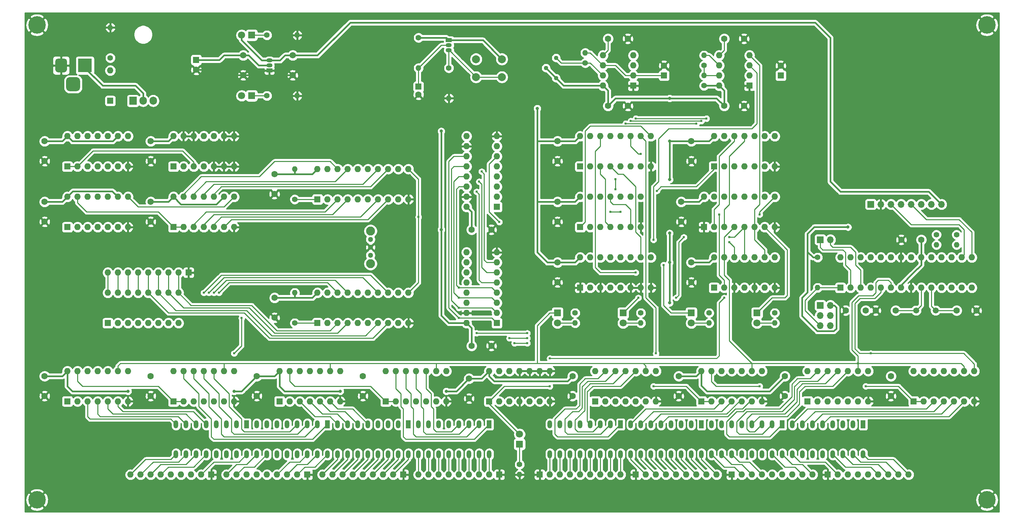
<source format=gbr>
G04 #@! TF.GenerationSoftware,KiCad,Pcbnew,(5.1.6)-1*
G04 #@! TF.CreationDate,2020-07-19T21:57:10+07:00*
G04 #@! TF.ProjectId,automata,6175746f-6d61-4746-912e-6b696361645f,3*
G04 #@! TF.SameCoordinates,Original*
G04 #@! TF.FileFunction,Copper,L2,Bot*
G04 #@! TF.FilePolarity,Positive*
%FSLAX46Y46*%
G04 Gerber Fmt 4.6, Leading zero omitted, Abs format (unit mm)*
G04 Created by KiCad (PCBNEW (5.1.6)-1) date 2020-07-19 21:57:10*
%MOMM*%
%LPD*%
G01*
G04 APERTURE LIST*
G04 #@! TA.AperFunction,ComponentPad*
%ADD10C,1.120000*%
G04 #@! TD*
G04 #@! TA.AperFunction,ComponentPad*
%ADD11C,1.500000*%
G04 #@! TD*
G04 #@! TA.AperFunction,ComponentPad*
%ADD12O,1.600000X1.600000*%
G04 #@! TD*
G04 #@! TA.AperFunction,ComponentPad*
%ADD13R,1.600000X1.600000*%
G04 #@! TD*
G04 #@! TA.AperFunction,ComponentPad*
%ADD14R,1.500000X1.050000*%
G04 #@! TD*
G04 #@! TA.AperFunction,ComponentPad*
%ADD15O,1.500000X1.050000*%
G04 #@! TD*
G04 #@! TA.AperFunction,ComponentPad*
%ADD16C,2.000000*%
G04 #@! TD*
G04 #@! TA.AperFunction,ComponentPad*
%ADD17O,1.400000X1.400000*%
G04 #@! TD*
G04 #@! TA.AperFunction,ComponentPad*
%ADD18C,1.400000*%
G04 #@! TD*
G04 #@! TA.AperFunction,ComponentPad*
%ADD19R,1.905000X2.000000*%
G04 #@! TD*
G04 #@! TA.AperFunction,ComponentPad*
%ADD20O,1.905000X2.000000*%
G04 #@! TD*
G04 #@! TA.AperFunction,ComponentPad*
%ADD21O,1.700000X1.700000*%
G04 #@! TD*
G04 #@! TA.AperFunction,ComponentPad*
%ADD22R,1.700000X1.700000*%
G04 #@! TD*
G04 #@! TA.AperFunction,ComponentPad*
%ADD23R,3.500000X3.500000*%
G04 #@! TD*
G04 #@! TA.AperFunction,ComponentPad*
%ADD24C,4.400000*%
G04 #@! TD*
G04 #@! TA.AperFunction,ComponentPad*
%ADD25C,1.800000*%
G04 #@! TD*
G04 #@! TA.AperFunction,ComponentPad*
%ADD26R,1.800000X1.800000*%
G04 #@! TD*
G04 #@! TA.AperFunction,ComponentPad*
%ADD27C,1.600000*%
G04 #@! TD*
G04 #@! TA.AperFunction,ComponentPad*
%ADD28O,1.200000X2.000000*%
G04 #@! TD*
G04 #@! TA.AperFunction,ComponentPad*
%ADD29R,1.200000X2.000000*%
G04 #@! TD*
G04 #@! TA.AperFunction,ComponentPad*
%ADD30C,1.300000*%
G04 #@! TD*
G04 #@! TA.AperFunction,ComponentPad*
%ADD31C,2.250000*%
G04 #@! TD*
G04 #@! TA.AperFunction,ViaPad*
%ADD32C,0.609600*%
G04 #@! TD*
G04 #@! TA.AperFunction,ViaPad*
%ADD33C,0.800000*%
G04 #@! TD*
G04 #@! TA.AperFunction,Conductor*
%ADD34C,0.250000*%
G04 #@! TD*
G04 #@! TA.AperFunction,Conductor*
%ADD35C,0.406400*%
G04 #@! TD*
G04 #@! TA.AperFunction,Conductor*
%ADD36C,0.254000*%
G04 #@! TD*
G04 APERTURE END LIST*
D10*
X159030000Y-43815000D03*
X156490000Y-46355000D03*
X159030000Y-48895000D03*
D11*
X254435000Y-107315000D03*
X249555000Y-107315000D03*
D12*
X230505000Y-93980000D03*
X263525000Y-101600000D03*
X233045000Y-93980000D03*
X260985000Y-101600000D03*
X235585000Y-93980000D03*
X258445000Y-101600000D03*
X238125000Y-93980000D03*
X255905000Y-101600000D03*
X240665000Y-93980000D03*
X253365000Y-101600000D03*
X243205000Y-93980000D03*
X250825000Y-101600000D03*
X245745000Y-93980000D03*
X248285000Y-101600000D03*
X248285000Y-93980000D03*
X245745000Y-101600000D03*
X250825000Y-93980000D03*
X243205000Y-101600000D03*
X253365000Y-93980000D03*
X240665000Y-101600000D03*
X255905000Y-93980000D03*
X238125000Y-101600000D03*
X258445000Y-93980000D03*
X235585000Y-101600000D03*
X260985000Y-93980000D03*
X233045000Y-101600000D03*
X263525000Y-93980000D03*
D13*
X230505000Y-101600000D03*
D12*
X142240000Y-122555000D03*
X157480000Y-130175000D03*
X144780000Y-122555000D03*
X154940000Y-130175000D03*
X147320000Y-122555000D03*
X152400000Y-130175000D03*
X149860000Y-122555000D03*
X149860000Y-130175000D03*
X152400000Y-122555000D03*
X147320000Y-130175000D03*
X154940000Y-122555000D03*
X144780000Y-130175000D03*
X157480000Y-122555000D03*
D13*
X142240000Y-130175000D03*
D12*
X248920000Y-122555000D03*
X264160000Y-130175000D03*
X251460000Y-122555000D03*
X261620000Y-130175000D03*
X254000000Y-122555000D03*
X259080000Y-130175000D03*
X256540000Y-122555000D03*
X256540000Y-130175000D03*
X259080000Y-122555000D03*
X254000000Y-130175000D03*
X261620000Y-122555000D03*
X251460000Y-130175000D03*
X264160000Y-122555000D03*
D13*
X248920000Y-130175000D03*
D12*
X222250000Y-122555000D03*
X237490000Y-130175000D03*
X224790000Y-122555000D03*
X234950000Y-130175000D03*
X227330000Y-122555000D03*
X232410000Y-130175000D03*
X229870000Y-122555000D03*
X229870000Y-130175000D03*
X232410000Y-122555000D03*
X227330000Y-130175000D03*
X234950000Y-122555000D03*
X224790000Y-130175000D03*
X237490000Y-122555000D03*
D13*
X222250000Y-130175000D03*
D12*
X195580000Y-122555000D03*
X210820000Y-130175000D03*
X198120000Y-122555000D03*
X208280000Y-130175000D03*
X200660000Y-122555000D03*
X205740000Y-130175000D03*
X203200000Y-122555000D03*
X203200000Y-130175000D03*
X205740000Y-122555000D03*
X200660000Y-130175000D03*
X208280000Y-122555000D03*
X198120000Y-130175000D03*
X210820000Y-122555000D03*
D13*
X195580000Y-130175000D03*
D12*
X168910000Y-122555000D03*
X184150000Y-130175000D03*
X171450000Y-122555000D03*
X181610000Y-130175000D03*
X173990000Y-122555000D03*
X179070000Y-130175000D03*
X176530000Y-122555000D03*
X176530000Y-130175000D03*
X179070000Y-122555000D03*
X173990000Y-130175000D03*
X181610000Y-122555000D03*
X171450000Y-130175000D03*
X184150000Y-122555000D03*
D13*
X168910000Y-130175000D03*
D12*
X116205000Y-122555000D03*
X131445000Y-130175000D03*
X118745000Y-122555000D03*
X128905000Y-130175000D03*
X121285000Y-122555000D03*
X126365000Y-130175000D03*
X123825000Y-122555000D03*
X123825000Y-130175000D03*
X126365000Y-122555000D03*
X121285000Y-130175000D03*
X128905000Y-122555000D03*
X118745000Y-130175000D03*
X131445000Y-122555000D03*
D13*
X116205000Y-130175000D03*
D12*
X89535000Y-122555000D03*
X104775000Y-130175000D03*
X92075000Y-122555000D03*
X102235000Y-130175000D03*
X94615000Y-122555000D03*
X99695000Y-130175000D03*
X97155000Y-122555000D03*
X97155000Y-130175000D03*
X99695000Y-122555000D03*
X94615000Y-130175000D03*
X102235000Y-122555000D03*
X92075000Y-130175000D03*
X104775000Y-122555000D03*
D13*
X89535000Y-130175000D03*
D12*
X62865000Y-122555000D03*
X78105000Y-130175000D03*
X65405000Y-122555000D03*
X75565000Y-130175000D03*
X67945000Y-122555000D03*
X73025000Y-130175000D03*
X70485000Y-122555000D03*
X70485000Y-130175000D03*
X73025000Y-122555000D03*
X67945000Y-130175000D03*
X75565000Y-122555000D03*
X65405000Y-130175000D03*
X78105000Y-122555000D03*
D13*
X62865000Y-130175000D03*
D12*
X36195000Y-122555000D03*
X51435000Y-130175000D03*
X38735000Y-122555000D03*
X48895000Y-130175000D03*
X41275000Y-122555000D03*
X46355000Y-130175000D03*
X43815000Y-122555000D03*
X43815000Y-130175000D03*
X46355000Y-122555000D03*
X41275000Y-130175000D03*
X48895000Y-122555000D03*
X38735000Y-130175000D03*
X51435000Y-122555000D03*
D13*
X36195000Y-130175000D03*
D14*
X132080000Y-39370000D03*
D15*
X132080000Y-41910000D03*
X132080000Y-40640000D03*
D12*
X165100000Y-93980000D03*
X182880000Y-101600000D03*
X167640000Y-93980000D03*
X180340000Y-101600000D03*
X170180000Y-93980000D03*
X177800000Y-101600000D03*
X172720000Y-93980000D03*
X175260000Y-101600000D03*
X175260000Y-93980000D03*
X172720000Y-101600000D03*
X177800000Y-93980000D03*
X170180000Y-101600000D03*
X180340000Y-93980000D03*
X167640000Y-101600000D03*
X182880000Y-93980000D03*
D13*
X165100000Y-101600000D03*
D12*
X198755000Y-93980000D03*
X213995000Y-101600000D03*
X201295000Y-93980000D03*
X211455000Y-101600000D03*
X203835000Y-93980000D03*
X208915000Y-101600000D03*
X206375000Y-93980000D03*
X206375000Y-101600000D03*
X208915000Y-93980000D03*
X203835000Y-101600000D03*
X211455000Y-93980000D03*
X201295000Y-101600000D03*
X213995000Y-93980000D03*
D13*
X198755000Y-101600000D03*
D12*
X196215000Y-78740000D03*
X213995000Y-86360000D03*
X198755000Y-78740000D03*
X211455000Y-86360000D03*
X201295000Y-78740000D03*
X208915000Y-86360000D03*
X203835000Y-78740000D03*
X206375000Y-86360000D03*
X206375000Y-78740000D03*
X203835000Y-86360000D03*
X208915000Y-78740000D03*
X201295000Y-86360000D03*
X211455000Y-78740000D03*
X198755000Y-86360000D03*
X213995000Y-78740000D03*
D13*
X196215000Y-86360000D03*
D12*
X198755000Y-63500000D03*
X213995000Y-71120000D03*
X201295000Y-63500000D03*
X211455000Y-71120000D03*
X203835000Y-63500000D03*
X208915000Y-71120000D03*
X206375000Y-63500000D03*
X206375000Y-71120000D03*
X208915000Y-63500000D03*
X203835000Y-71120000D03*
X211455000Y-63500000D03*
X201295000Y-71120000D03*
X213995000Y-63500000D03*
D13*
X198755000Y-71120000D03*
D12*
X165100000Y-78740000D03*
X180340000Y-86360000D03*
X167640000Y-78740000D03*
X177800000Y-86360000D03*
X170180000Y-78740000D03*
X175260000Y-86360000D03*
X172720000Y-78740000D03*
X172720000Y-86360000D03*
X175260000Y-78740000D03*
X170180000Y-86360000D03*
X177800000Y-78740000D03*
X167640000Y-86360000D03*
X180340000Y-78740000D03*
D13*
X165100000Y-86360000D03*
D12*
X165100000Y-63500000D03*
X182880000Y-71120000D03*
X167640000Y-63500000D03*
X180340000Y-71120000D03*
X170180000Y-63500000D03*
X177800000Y-71120000D03*
X172720000Y-63500000D03*
X175260000Y-71120000D03*
X175260000Y-63500000D03*
X172720000Y-71120000D03*
X177800000Y-63500000D03*
X170180000Y-71120000D03*
X180340000Y-63500000D03*
X167640000Y-71120000D03*
X182880000Y-63500000D03*
D13*
X165100000Y-71120000D03*
D12*
X136525000Y-110490000D03*
X144145000Y-92710000D03*
X136525000Y-107950000D03*
X144145000Y-95250000D03*
X136525000Y-105410000D03*
X144145000Y-97790000D03*
X136525000Y-102870000D03*
X144145000Y-100330000D03*
X136525000Y-100330000D03*
X144145000Y-102870000D03*
X136525000Y-97790000D03*
X144145000Y-105410000D03*
X136525000Y-95250000D03*
X144145000Y-107950000D03*
X136525000Y-92710000D03*
D13*
X144145000Y-110490000D03*
D12*
X136525000Y-81280000D03*
X144145000Y-63500000D03*
X136525000Y-78740000D03*
X144145000Y-66040000D03*
X136525000Y-76200000D03*
X144145000Y-68580000D03*
X136525000Y-73660000D03*
X144145000Y-71120000D03*
X136525000Y-71120000D03*
X144145000Y-73660000D03*
X136525000Y-68580000D03*
X144145000Y-76200000D03*
X136525000Y-66040000D03*
X144145000Y-78740000D03*
X136525000Y-63500000D03*
D13*
X144145000Y-81280000D03*
D12*
X99060000Y-102870000D03*
X121920000Y-110490000D03*
X101600000Y-102870000D03*
X119380000Y-110490000D03*
X104140000Y-102870000D03*
X116840000Y-110490000D03*
X106680000Y-102870000D03*
X114300000Y-110490000D03*
X109220000Y-102870000D03*
X111760000Y-110490000D03*
X111760000Y-102870000D03*
X109220000Y-110490000D03*
X114300000Y-102870000D03*
X106680000Y-110490000D03*
X116840000Y-102870000D03*
X104140000Y-110490000D03*
X119380000Y-102870000D03*
X101600000Y-110490000D03*
X121920000Y-102870000D03*
D13*
X99060000Y-110490000D03*
D12*
X99060000Y-71755000D03*
X121920000Y-79375000D03*
X101600000Y-71755000D03*
X119380000Y-79375000D03*
X104140000Y-71755000D03*
X116840000Y-79375000D03*
X106680000Y-71755000D03*
X114300000Y-79375000D03*
X109220000Y-71755000D03*
X111760000Y-79375000D03*
X111760000Y-71755000D03*
X109220000Y-79375000D03*
X114300000Y-71755000D03*
X106680000Y-79375000D03*
X116840000Y-71755000D03*
X104140000Y-79375000D03*
X119380000Y-71755000D03*
X101600000Y-79375000D03*
X121920000Y-71755000D03*
D13*
X99060000Y-79375000D03*
D12*
X62865000Y-63500000D03*
X78105000Y-71120000D03*
X65405000Y-63500000D03*
X75565000Y-71120000D03*
X67945000Y-63500000D03*
X73025000Y-71120000D03*
X70485000Y-63500000D03*
X70485000Y-71120000D03*
X73025000Y-63500000D03*
X67945000Y-71120000D03*
X75565000Y-63500000D03*
X65405000Y-71120000D03*
X78105000Y-63500000D03*
D13*
X62865000Y-71120000D03*
D16*
X138915000Y-48641000D03*
X138915000Y-44141000D03*
X145415000Y-48641000D03*
X145415000Y-44141000D03*
D12*
X46355000Y-102870000D03*
X64135000Y-110490000D03*
X48895000Y-102870000D03*
X61595000Y-110490000D03*
X51435000Y-102870000D03*
X59055000Y-110490000D03*
X53975000Y-102870000D03*
X56515000Y-110490000D03*
X56515000Y-102870000D03*
X53975000Y-110490000D03*
X59055000Y-102870000D03*
X51435000Y-110490000D03*
X61595000Y-102870000D03*
X48895000Y-110490000D03*
X64135000Y-102870000D03*
D13*
X46355000Y-110490000D03*
D12*
X46355000Y-97790000D03*
X48895000Y-97790000D03*
X51435000Y-97790000D03*
X53975000Y-97790000D03*
X56515000Y-97790000D03*
X59055000Y-97790000D03*
X61595000Y-97790000D03*
X64135000Y-97790000D03*
D13*
X66675000Y-97790000D03*
D12*
X247650000Y-148590000D03*
X245110000Y-148590000D03*
X242570000Y-148590000D03*
X240030000Y-148590000D03*
X237490000Y-148590000D03*
X234950000Y-148590000D03*
X232410000Y-148590000D03*
X229870000Y-148590000D03*
D13*
X227330000Y-148590000D03*
D12*
X223520000Y-148590000D03*
X220980000Y-148590000D03*
X218440000Y-148590000D03*
X215900000Y-148590000D03*
X213360000Y-148590000D03*
X210820000Y-148590000D03*
X208280000Y-148590000D03*
X205740000Y-148590000D03*
D13*
X203200000Y-148590000D03*
D12*
X199390000Y-148590000D03*
X196850000Y-148590000D03*
X194310000Y-148590000D03*
X191770000Y-148590000D03*
X189230000Y-148590000D03*
X186690000Y-148590000D03*
X184150000Y-148590000D03*
X181610000Y-148590000D03*
D13*
X179070000Y-148590000D03*
D12*
X175260000Y-148590000D03*
X172720000Y-148590000D03*
X170180000Y-148590000D03*
X167640000Y-148590000D03*
X165100000Y-148590000D03*
X162560000Y-148590000D03*
X160020000Y-148590000D03*
X157480000Y-148590000D03*
D13*
X154940000Y-148590000D03*
D12*
X124460000Y-148590000D03*
X127000000Y-148590000D03*
X129540000Y-148590000D03*
X132080000Y-148590000D03*
X134620000Y-148590000D03*
X137160000Y-148590000D03*
X139700000Y-148590000D03*
X142240000Y-148590000D03*
D13*
X144780000Y-148590000D03*
D12*
X100330000Y-148590000D03*
X102870000Y-148590000D03*
X105410000Y-148590000D03*
X107950000Y-148590000D03*
X110490000Y-148590000D03*
X113030000Y-148590000D03*
X115570000Y-148590000D03*
X118110000Y-148590000D03*
D13*
X120650000Y-148590000D03*
D12*
X76200000Y-148590000D03*
X78740000Y-148590000D03*
X81280000Y-148590000D03*
X83820000Y-148590000D03*
X86360000Y-148590000D03*
X88900000Y-148590000D03*
X91440000Y-148590000D03*
X93980000Y-148590000D03*
D13*
X96520000Y-148590000D03*
D12*
X52070000Y-148590000D03*
X54610000Y-148590000D03*
X57150000Y-148590000D03*
X59690000Y-148590000D03*
X62230000Y-148590000D03*
X64770000Y-148590000D03*
X67310000Y-148590000D03*
X69850000Y-148590000D03*
D13*
X72390000Y-148590000D03*
D17*
X213995000Y-110490000D03*
D18*
X213995000Y-107950000D03*
D17*
X197485000Y-110490000D03*
D18*
X197485000Y-107950000D03*
D17*
X180340000Y-110490000D03*
D18*
X180340000Y-107950000D03*
D17*
X163830000Y-110490000D03*
D18*
X163830000Y-107950000D03*
D17*
X259715000Y-90805000D03*
D18*
X259715000Y-88265000D03*
D17*
X254635000Y-90805000D03*
D18*
X254635000Y-88265000D03*
D17*
X149860000Y-148590000D03*
D18*
X149860000Y-146050000D03*
D17*
X196215000Y-43180000D03*
D18*
X196215000Y-45720000D03*
D17*
X196215000Y-48260000D03*
D18*
X196215000Y-50800000D03*
D17*
X166370000Y-42545000D03*
D18*
X166370000Y-45085000D03*
D17*
X224790000Y-101600000D03*
D18*
X224790000Y-93980000D03*
D17*
X93345000Y-71755000D03*
D18*
X93345000Y-79375000D03*
D17*
X93345000Y-102870000D03*
D18*
X93345000Y-110490000D03*
D17*
X46990000Y-36195000D03*
D18*
X46990000Y-43815000D03*
D17*
X132080000Y-53975000D03*
D18*
X132080000Y-46355000D03*
D17*
X124460000Y-46355000D03*
D18*
X124460000Y-38735000D03*
D17*
X93980000Y-38100000D03*
D18*
X86360000Y-38100000D03*
D17*
X93980000Y-53340000D03*
D18*
X86360000Y-53340000D03*
D14*
X86995000Y-46990000D03*
D15*
X86995000Y-44450000D03*
X86995000Y-45720000D03*
D19*
X52705000Y-54610000D03*
D20*
X55245000Y-54610000D03*
X57785000Y-54610000D03*
D21*
X227965000Y-89535000D03*
D22*
X225425000Y-89535000D03*
D21*
X227965000Y-111125000D03*
X225425000Y-111125000D03*
X227965000Y-108585000D03*
X225425000Y-108585000D03*
X227965000Y-106045000D03*
D22*
X225425000Y-106045000D03*
D21*
X255905000Y-80645000D03*
X253365000Y-80645000D03*
X250825000Y-80645000D03*
X248285000Y-80645000D03*
X245745000Y-80645000D03*
X243205000Y-80645000D03*
X240665000Y-80645000D03*
D22*
X238125000Y-80645000D03*
G04 #@! TA.AperFunction,ComponentPad*
G36*
G01*
X35890000Y-51295000D02*
X35890000Y-49545000D01*
G75*
G02*
X36765000Y-48670000I875000J0D01*
G01*
X38515000Y-48670000D01*
G75*
G02*
X39390000Y-49545000I0J-875000D01*
G01*
X39390000Y-51295000D01*
G75*
G02*
X38515000Y-52170000I-875000J0D01*
G01*
X36765000Y-52170000D01*
G75*
G02*
X35890000Y-51295000I0J875000D01*
G01*
G37*
G04 #@! TD.AperFunction*
G04 #@! TA.AperFunction,ComponentPad*
G36*
G01*
X33140000Y-46720000D02*
X33140000Y-44720000D01*
G75*
G02*
X33890000Y-43970000I750000J0D01*
G01*
X35390000Y-43970000D01*
G75*
G02*
X36140000Y-44720000I0J-750000D01*
G01*
X36140000Y-46720000D01*
G75*
G02*
X35390000Y-47470000I-750000J0D01*
G01*
X33890000Y-47470000D01*
G75*
G02*
X33140000Y-46720000I0J750000D01*
G01*
G37*
G04 #@! TD.AperFunction*
D23*
X40640000Y-45720000D03*
D24*
X267335000Y-154940000D03*
X28575000Y-154940000D03*
X267335000Y-35560000D03*
X28575000Y-35560000D03*
D12*
X46990000Y-46990000D03*
D13*
X46990000Y-54610000D03*
D25*
X80010000Y-38100000D03*
D26*
X82550000Y-38100000D03*
D25*
X80010000Y-53340000D03*
D26*
X82550000Y-53340000D03*
D25*
X149860000Y-138430000D03*
D26*
X149860000Y-140970000D03*
D25*
X209550000Y-110490000D03*
D26*
X209550000Y-107950000D03*
D25*
X193040000Y-110490000D03*
D26*
X193040000Y-107950000D03*
D25*
X175895000Y-110490000D03*
D26*
X175895000Y-107950000D03*
D25*
X159385000Y-110490000D03*
D26*
X159385000Y-107950000D03*
D27*
X215519000Y-45760000D03*
D13*
X215519000Y-48260000D03*
D27*
X186182000Y-45760000D03*
D13*
X186182000Y-48260000D03*
D27*
X124460000Y-53054000D03*
D13*
X124460000Y-51054000D03*
D27*
X68580000Y-46823000D03*
D13*
X68580000Y-44323000D03*
D27*
X245825000Y-89535000D03*
X250825000Y-89535000D03*
X231855000Y-107315000D03*
X236855000Y-107315000D03*
X137160000Y-129460000D03*
X137160000Y-124460000D03*
X243205000Y-123825000D03*
X243205000Y-128825000D03*
X216535000Y-123825000D03*
X216535000Y-128825000D03*
X189865000Y-123825000D03*
X189865000Y-128825000D03*
X163195000Y-123825000D03*
X163195000Y-128825000D03*
X110490000Y-128825000D03*
X110490000Y-123825000D03*
X83820000Y-128825000D03*
X83820000Y-123825000D03*
X57150000Y-128825000D03*
X57150000Y-123825000D03*
X30480000Y-128825000D03*
X30480000Y-123825000D03*
X159385000Y-100250000D03*
X159385000Y-95250000D03*
X193040000Y-100250000D03*
X193040000Y-95250000D03*
X190500000Y-85010000D03*
X190500000Y-80010000D03*
X193040000Y-69770000D03*
X193040000Y-64770000D03*
X159385000Y-85010000D03*
X159385000Y-80010000D03*
X159385000Y-69770000D03*
X159385000Y-64770000D03*
X206295000Y-55880000D03*
X201295000Y-55880000D03*
X177085000Y-55880000D03*
X172085000Y-55880000D03*
X142795000Y-116205000D03*
X137795000Y-116205000D03*
X142795000Y-86995000D03*
X137795000Y-86995000D03*
X88265000Y-109140000D03*
X88265000Y-104140000D03*
X88265000Y-78025000D03*
X88265000Y-73025000D03*
X57150000Y-85010000D03*
X57150000Y-80010000D03*
X30480000Y-85010000D03*
X30480000Y-80010000D03*
X57150000Y-69770000D03*
X57150000Y-64770000D03*
X30480000Y-69770000D03*
X30480000Y-64770000D03*
X206295000Y-38989000D03*
X201295000Y-38989000D03*
X177085000Y-38989000D03*
X172085000Y-38989000D03*
X264715000Y-107315000D03*
X259715000Y-107315000D03*
X244395000Y-107315000D03*
X239395000Y-107315000D03*
X92837000Y-48180000D03*
X92837000Y-43180000D03*
X80391000Y-48180000D03*
X80391000Y-43180000D03*
D12*
X62865000Y-78740000D03*
X78105000Y-86360000D03*
X65405000Y-78740000D03*
X75565000Y-86360000D03*
X67945000Y-78740000D03*
X73025000Y-86360000D03*
X70485000Y-78740000D03*
X70485000Y-86360000D03*
X73025000Y-78740000D03*
X67945000Y-86360000D03*
X75565000Y-78740000D03*
X65405000Y-86360000D03*
X78105000Y-78740000D03*
D13*
X62865000Y-86360000D03*
D12*
X36195000Y-78740000D03*
X51435000Y-86360000D03*
X38735000Y-78740000D03*
X48895000Y-86360000D03*
X41275000Y-78740000D03*
X46355000Y-86360000D03*
X43815000Y-78740000D03*
X43815000Y-86360000D03*
X46355000Y-78740000D03*
X41275000Y-86360000D03*
X48895000Y-78740000D03*
X38735000Y-86360000D03*
X51435000Y-78740000D03*
D13*
X36195000Y-86360000D03*
D12*
X36195000Y-63500000D03*
X51435000Y-71120000D03*
X38735000Y-63500000D03*
X48895000Y-71120000D03*
X41275000Y-63500000D03*
X46355000Y-71120000D03*
X43815000Y-63500000D03*
X43815000Y-71120000D03*
X46355000Y-63500000D03*
X41275000Y-71120000D03*
X48895000Y-63500000D03*
X38735000Y-71120000D03*
X51435000Y-63500000D03*
D13*
X36195000Y-71120000D03*
D12*
X200025000Y-50800000D03*
X207645000Y-43180000D03*
X200025000Y-48260000D03*
X207645000Y-45720000D03*
X200025000Y-45720000D03*
X207645000Y-48260000D03*
X200025000Y-43180000D03*
D13*
X207645000Y-50800000D03*
D12*
X170815000Y-50800000D03*
X178435000Y-43180000D03*
X170815000Y-48260000D03*
X178435000Y-45720000D03*
X170815000Y-45720000D03*
X178435000Y-48260000D03*
X170815000Y-43180000D03*
D13*
X178435000Y-50800000D03*
D28*
X157480000Y-135940000D03*
X157480000Y-143460000D03*
X160020000Y-135940000D03*
X160020000Y-143460000D03*
X162560000Y-135940000D03*
X162560000Y-143460000D03*
X165100000Y-135940000D03*
X165100000Y-143460000D03*
X167640000Y-135940000D03*
X167640000Y-143460000D03*
X170180000Y-135940000D03*
X170180000Y-143460000D03*
X172720000Y-135940000D03*
X172720000Y-143460000D03*
D29*
X175260000Y-135940000D03*
D28*
X175260000Y-143460000D03*
X218440000Y-135940000D03*
X218440000Y-143460000D03*
X220980000Y-135940000D03*
X220980000Y-143460000D03*
X223520000Y-135940000D03*
X223520000Y-143460000D03*
X226060000Y-135940000D03*
X226060000Y-143460000D03*
X228600000Y-135940000D03*
X228600000Y-143460000D03*
X231140000Y-135940000D03*
X231140000Y-143460000D03*
X233680000Y-135940000D03*
X233680000Y-143460000D03*
D29*
X236220000Y-135940000D03*
D28*
X236220000Y-143460000D03*
X198120000Y-135940000D03*
X198120000Y-143460000D03*
X200660000Y-135940000D03*
X200660000Y-143460000D03*
X203200000Y-135940000D03*
X203200000Y-143460000D03*
X205740000Y-135940000D03*
X205740000Y-143460000D03*
X208280000Y-135940000D03*
X208280000Y-143460000D03*
X210820000Y-135940000D03*
X210820000Y-143460000D03*
X213360000Y-135940000D03*
X213360000Y-143460000D03*
D29*
X215900000Y-135940000D03*
D28*
X215900000Y-143460000D03*
X177800000Y-135940000D03*
X177800000Y-143460000D03*
X180340000Y-135940000D03*
X180340000Y-143460000D03*
X182880000Y-135940000D03*
X182880000Y-143460000D03*
X185420000Y-135940000D03*
X185420000Y-143460000D03*
X187960000Y-135940000D03*
X187960000Y-143460000D03*
X190500000Y-135940000D03*
X190500000Y-143460000D03*
X193040000Y-135940000D03*
X193040000Y-143460000D03*
D29*
X195580000Y-135940000D03*
D28*
X195580000Y-143460000D03*
X124460000Y-135940000D03*
X124460000Y-143460000D03*
X127000000Y-135940000D03*
X127000000Y-143460000D03*
X129540000Y-135940000D03*
X129540000Y-143460000D03*
X132080000Y-135940000D03*
X132080000Y-143460000D03*
X134620000Y-135940000D03*
X134620000Y-143460000D03*
X137160000Y-135940000D03*
X137160000Y-143460000D03*
X139700000Y-135940000D03*
X139700000Y-143460000D03*
D29*
X142240000Y-135940000D03*
D28*
X142240000Y-143460000D03*
X104140000Y-135940000D03*
X104140000Y-143460000D03*
X106680000Y-135940000D03*
X106680000Y-143460000D03*
X109220000Y-135940000D03*
X109220000Y-143460000D03*
X111760000Y-135940000D03*
X111760000Y-143460000D03*
X114300000Y-135940000D03*
X114300000Y-143460000D03*
X116840000Y-135940000D03*
X116840000Y-143460000D03*
X119380000Y-135940000D03*
X119380000Y-143460000D03*
D29*
X121920000Y-135940000D03*
D28*
X121920000Y-143460000D03*
X83820000Y-135940000D03*
X83820000Y-143460000D03*
X86360000Y-135940000D03*
X86360000Y-143460000D03*
X88900000Y-135940000D03*
X88900000Y-143460000D03*
X91440000Y-135940000D03*
X91440000Y-143460000D03*
X93980000Y-135940000D03*
X93980000Y-143460000D03*
X96520000Y-135940000D03*
X96520000Y-143460000D03*
X99060000Y-135940000D03*
X99060000Y-143460000D03*
D29*
X101600000Y-135940000D03*
D28*
X101600000Y-143460000D03*
X63500000Y-135940000D03*
X63500000Y-143460000D03*
X66040000Y-135940000D03*
X66040000Y-143460000D03*
X68580000Y-135940000D03*
X68580000Y-143460000D03*
X71120000Y-135940000D03*
X71120000Y-143460000D03*
X73660000Y-135940000D03*
X73660000Y-143460000D03*
X76200000Y-135940000D03*
X76200000Y-143460000D03*
X78740000Y-135940000D03*
X78740000Y-143460000D03*
D29*
X81280000Y-135940000D03*
D28*
X81280000Y-143460000D03*
D30*
X112395000Y-93440000D03*
X112395000Y-91440000D03*
X112395000Y-89440000D03*
D31*
X112395000Y-95540000D03*
X112395000Y-87340000D03*
D32*
X183515000Y-126365000D03*
X210185000Y-126365000D03*
X236855000Y-126365000D03*
X148590000Y-115570000D03*
X151765000Y-115570000D03*
X147320000Y-114300000D03*
X151765000Y-114300000D03*
D33*
X130175000Y-86995000D03*
X130175000Y-62230000D03*
X154305000Y-56515000D03*
X187579000Y-53975000D03*
X187579000Y-64770000D03*
X187579000Y-74422000D03*
X187579000Y-105410000D03*
X187579000Y-95250000D03*
X187579000Y-87884000D03*
X51435000Y-127635000D03*
X78105000Y-127635000D03*
X104775000Y-127635000D03*
X131445000Y-127635000D03*
X232410000Y-86360000D03*
D32*
X179705000Y-104140000D03*
X189230000Y-104140000D03*
X191135000Y-88900000D03*
X202565000Y-88900000D03*
X234950000Y-120650000D03*
X151765000Y-113030000D03*
X139065000Y-113030000D03*
X238125000Y-118110000D03*
X80010000Y-109220000D03*
X78105000Y-118110000D03*
X184150000Y-118110000D03*
X184383680Y-77236320D03*
X144780000Y-85090000D03*
X134620000Y-101600000D03*
X140335000Y-72390000D03*
X134620000Y-104140000D03*
X139700000Y-74930000D03*
X134620000Y-106680000D03*
X139065000Y-77470000D03*
X134620000Y-109220000D03*
X186055000Y-95885000D03*
X180340000Y-67945000D03*
X124460000Y-83820000D03*
X202565000Y-90170000D03*
X201295000Y-104140000D03*
X157480000Y-119380000D03*
X183515000Y-89535000D03*
X176530000Y-60325000D03*
X194310000Y-60325000D03*
X179070000Y-59055000D03*
X196850000Y-59055000D03*
X177800000Y-59690000D03*
X195580000Y-59690000D03*
X179070000Y-97790000D03*
X74295000Y-102870000D03*
X73025000Y-102870000D03*
X71755000Y-102870000D03*
X70485000Y-102870000D03*
X172720000Y-82550000D03*
X175260000Y-82550000D03*
X173990000Y-74295000D03*
X173990000Y-76835000D03*
X157480000Y-126365000D03*
X157480000Y-126365000D03*
X200025000Y-83185000D03*
X210185000Y-83185000D03*
D34*
X66040000Y-143460000D02*
X66040000Y-143510000D01*
X66040000Y-143510000D02*
X64135000Y-145415000D01*
X57785000Y-145415000D02*
X54610000Y-148590000D01*
X64135000Y-145415000D02*
X57785000Y-145415000D01*
X55880000Y-144780000D02*
X52070000Y-148590000D01*
X63500000Y-143460000D02*
X62180000Y-144780000D01*
X62180000Y-144780000D02*
X55880000Y-144780000D01*
X41275000Y-133985000D02*
X41910000Y-134620000D01*
X41275000Y-130175000D02*
X41275000Y-133985000D01*
X41910000Y-134620000D02*
X62180000Y-134620000D01*
X62180000Y-134620000D02*
X63500000Y-135940000D01*
X43815000Y-133350000D02*
X44450000Y-133985000D01*
X43815000Y-130175000D02*
X43815000Y-133350000D01*
X44450000Y-133985000D02*
X64085000Y-133985000D01*
X64085000Y-133985000D02*
X66040000Y-135940000D01*
X73025000Y-145415000D02*
X69850000Y-148590000D01*
X79375000Y-145415000D02*
X73025000Y-145415000D01*
X81280000Y-143460000D02*
X81280000Y-143510000D01*
X81280000Y-143510000D02*
X79375000Y-145415000D01*
X46355000Y-132080000D02*
X47625000Y-133350000D01*
X46355000Y-130175000D02*
X46355000Y-132080000D01*
X47625000Y-133350000D02*
X65990000Y-133350000D01*
X65990000Y-133350000D02*
X68580000Y-135940000D01*
X48895000Y-131445000D02*
X50165000Y-132715000D01*
X48895000Y-130175000D02*
X48895000Y-131445000D01*
X50165000Y-132715000D02*
X67895000Y-132715000D01*
X67895000Y-132715000D02*
X71120000Y-135940000D01*
X71120000Y-143460000D02*
X71120000Y-143510000D01*
X71120000Y-143510000D02*
X67945000Y-146685000D01*
X61595000Y-146685000D02*
X59690000Y-148590000D01*
X67945000Y-146685000D02*
X61595000Y-146685000D01*
X68580000Y-143460000D02*
X68580000Y-143510000D01*
X68580000Y-143510000D02*
X66040000Y-146050000D01*
X59690000Y-146050000D02*
X57150000Y-148590000D01*
X66040000Y-146050000D02*
X59690000Y-146050000D01*
X62865000Y-130175000D02*
X65405000Y-130175000D01*
X59055000Y-126365000D02*
X62865000Y-130175000D01*
X40005000Y-126365000D02*
X59055000Y-126365000D01*
X38735000Y-122555000D02*
X38735000Y-125095000D01*
X38735000Y-125095000D02*
X40005000Y-126365000D01*
X86360000Y-143460000D02*
X86360000Y-143510000D01*
X86360000Y-143510000D02*
X83185000Y-146685000D01*
X80645000Y-146685000D02*
X78740000Y-148590000D01*
X83185000Y-146685000D02*
X80645000Y-146685000D01*
X83820000Y-143460000D02*
X83820000Y-143510000D01*
X83820000Y-143510000D02*
X81280000Y-146050000D01*
X78740000Y-146050000D02*
X76200000Y-148590000D01*
X81280000Y-146050000D02*
X78740000Y-146050000D01*
X101600000Y-143460000D02*
X101600000Y-143510000D01*
X101600000Y-143510000D02*
X98425000Y-146685000D01*
X95885000Y-146685000D02*
X93980000Y-148590000D01*
X98425000Y-146685000D02*
X95885000Y-146685000D01*
X99060000Y-143460000D02*
X99060000Y-143510000D01*
X99060000Y-143510000D02*
X96520000Y-146050000D01*
X93980000Y-146050000D02*
X91440000Y-148590000D01*
X96520000Y-146050000D02*
X93980000Y-146050000D01*
X96520000Y-143460000D02*
X96520000Y-143510000D01*
X96520000Y-143510000D02*
X94615000Y-145415000D01*
X92075000Y-145415000D02*
X88900000Y-148590000D01*
X94615000Y-145415000D02*
X92075000Y-145415000D01*
X92125000Y-137795000D02*
X93980000Y-135940000D01*
X80010000Y-137160000D02*
X80645000Y-137795000D01*
X80645000Y-137795000D02*
X92125000Y-137795000D01*
X76835000Y-128270000D02*
X76835000Y-131445000D01*
X73025000Y-122555000D02*
X73025000Y-124460000D01*
X73025000Y-124460000D02*
X76835000Y-128270000D01*
X76835000Y-131445000D02*
X80010000Y-134620000D01*
X80010000Y-134620000D02*
X80010000Y-137160000D01*
X94030000Y-138430000D02*
X96520000Y-135940000D01*
X78105000Y-138430000D02*
X94030000Y-138430000D01*
X70485000Y-122555000D02*
X70485000Y-124460000D01*
X74295000Y-128270000D02*
X74295000Y-131445000D01*
X74295000Y-131445000D02*
X77470000Y-134620000D01*
X77470000Y-134620000D02*
X77470000Y-137795000D01*
X70485000Y-124460000D02*
X74295000Y-128270000D01*
X77470000Y-137795000D02*
X78105000Y-138430000D01*
X67945000Y-124460000D02*
X71755000Y-128270000D01*
X75565000Y-139065000D02*
X95935000Y-139065000D01*
X67945000Y-122555000D02*
X67945000Y-124460000D01*
X71755000Y-128270000D02*
X71755000Y-131445000D01*
X74930000Y-134620000D02*
X74930000Y-138430000D01*
X95935000Y-139065000D02*
X99060000Y-135940000D01*
X71755000Y-131445000D02*
X74930000Y-134620000D01*
X74930000Y-138430000D02*
X75565000Y-139065000D01*
X97840000Y-139700000D02*
X101600000Y-135940000D01*
X73025000Y-139700000D02*
X97840000Y-139700000D01*
X65405000Y-124460000D02*
X69215000Y-128270000D01*
X65405000Y-122555000D02*
X65405000Y-124460000D01*
X69215000Y-128270000D02*
X69215000Y-131445000D01*
X69215000Y-131445000D02*
X72390000Y-134620000D01*
X72390000Y-134620000D02*
X72390000Y-139065000D01*
X72390000Y-139065000D02*
X73025000Y-139700000D01*
X106680000Y-144780000D02*
X102870000Y-148590000D01*
X106680000Y-143460000D02*
X106680000Y-144780000D01*
X104140000Y-144780000D02*
X100330000Y-148590000D01*
X104140000Y-143460000D02*
X104140000Y-144780000D01*
X94615000Y-130175000D02*
X98425000Y-133985000D01*
X98425000Y-133985000D02*
X102235000Y-133985000D01*
X102235000Y-134035000D02*
X104140000Y-135940000D01*
X102235000Y-133985000D02*
X102235000Y-134035000D01*
X97155000Y-130175000D02*
X100330000Y-133350000D01*
X100330000Y-133350000D02*
X104140000Y-133350000D01*
X104140000Y-133400000D02*
X106680000Y-135940000D01*
X104140000Y-133350000D02*
X104140000Y-133400000D01*
X121920000Y-144780000D02*
X118110000Y-148590000D01*
X121920000Y-143460000D02*
X121920000Y-144780000D01*
X105995000Y-132715000D02*
X109220000Y-135940000D01*
X99695000Y-130175000D02*
X102235000Y-132715000D01*
X102235000Y-132715000D02*
X105995000Y-132715000D01*
X119380000Y-144780000D02*
X115570000Y-148590000D01*
X119380000Y-143460000D02*
X119380000Y-144780000D01*
X107900000Y-132080000D02*
X111760000Y-135940000D01*
X102235000Y-130175000D02*
X104140000Y-132080000D01*
X104140000Y-132080000D02*
X107900000Y-132080000D01*
X116840000Y-144780000D02*
X113030000Y-148590000D01*
X116840000Y-143460000D02*
X116840000Y-144780000D01*
X114300000Y-144780000D02*
X110490000Y-148590000D01*
X114300000Y-143460000D02*
X114300000Y-144780000D01*
X111760000Y-144780000D02*
X107950000Y-148590000D01*
X111760000Y-143460000D02*
X111760000Y-144780000D01*
X109220000Y-144780000D02*
X105410000Y-148590000D01*
X109220000Y-143460000D02*
X109220000Y-144780000D01*
X92075000Y-122555000D02*
X92075000Y-125095000D01*
X92075000Y-125095000D02*
X93345000Y-126365000D01*
X112395000Y-126365000D02*
X116205000Y-130175000D01*
X93345000Y-126365000D02*
X112395000Y-126365000D01*
X116205000Y-130175000D02*
X118745000Y-130175000D01*
X118745000Y-122555000D02*
X118745000Y-127000000D01*
X118745000Y-127000000D02*
X120015000Y-128270000D01*
X120015000Y-128270000D02*
X120015000Y-131445000D01*
X120015000Y-131445000D02*
X120650000Y-132080000D01*
X120650000Y-132080000D02*
X120650000Y-139065000D01*
X120650000Y-139065000D02*
X121285000Y-139700000D01*
X138480000Y-139700000D02*
X142240000Y-135940000D01*
X121285000Y-139700000D02*
X138480000Y-139700000D01*
X129540000Y-143460000D02*
X129540000Y-148590000D01*
X121285000Y-122555000D02*
X121285000Y-127000000D01*
X121285000Y-127000000D02*
X122555000Y-128270000D01*
X122555000Y-128270000D02*
X122555000Y-131445000D01*
X122555000Y-131445000D02*
X123190000Y-132080000D01*
X123190000Y-132080000D02*
X123190000Y-138430000D01*
X123190000Y-138430000D02*
X123825000Y-139065000D01*
X136575000Y-139065000D02*
X139700000Y-135940000D01*
X123825000Y-139065000D02*
X136575000Y-139065000D01*
X132080000Y-143460000D02*
X132080000Y-148590000D01*
X134670000Y-138430000D02*
X137160000Y-135940000D01*
X126365000Y-138430000D02*
X134670000Y-138430000D01*
X123825000Y-127000000D02*
X125095000Y-128270000D01*
X125095000Y-128270000D02*
X125095000Y-131445000D01*
X125095000Y-131445000D02*
X125730000Y-132080000D01*
X125730000Y-132080000D02*
X125730000Y-137795000D01*
X123825000Y-122555000D02*
X123825000Y-127000000D01*
X125730000Y-137795000D02*
X126365000Y-138430000D01*
X134620000Y-143460000D02*
X134620000Y-148590000D01*
X126365000Y-122555000D02*
X126365000Y-127000000D01*
X126365000Y-127000000D02*
X127635000Y-128270000D01*
X127635000Y-128270000D02*
X127635000Y-131445000D01*
X127635000Y-131445000D02*
X128270000Y-132080000D01*
X128270000Y-132080000D02*
X128270000Y-137160000D01*
X128270000Y-137160000D02*
X128905000Y-137795000D01*
X132765000Y-137795000D02*
X134620000Y-135940000D01*
X128905000Y-137795000D02*
X132765000Y-137795000D01*
X137160000Y-143460000D02*
X137160000Y-148590000D01*
X139700000Y-143460000D02*
X139700000Y-148590000D01*
X142240000Y-143460000D02*
X142240000Y-148590000D01*
X124460000Y-143460000D02*
X124460000Y-148590000D01*
X127000000Y-143460000D02*
X127000000Y-148590000D01*
X195580000Y-130175000D02*
X198120000Y-130175000D01*
X191770000Y-126365000D02*
X195580000Y-130175000D01*
X183515000Y-126365000D02*
X191770000Y-126365000D01*
X158750000Y-134620000D02*
X158750000Y-138430000D01*
X164084000Y-132080000D02*
X161290000Y-132080000D01*
X158750000Y-138430000D02*
X159385000Y-139065000D01*
X169545000Y-124460000D02*
X166370000Y-124460000D01*
X171450000Y-122555000D02*
X169545000Y-124460000D01*
X161290000Y-132080000D02*
X158750000Y-134620000D01*
X164973000Y-131191000D02*
X164084000Y-132080000D01*
X172135000Y-139065000D02*
X175260000Y-135940000D01*
X166370000Y-124460000D02*
X164973000Y-125857000D01*
X159385000Y-139065000D02*
X172135000Y-139065000D01*
X164973000Y-125857000D02*
X164973000Y-131191000D01*
X162560000Y-143460000D02*
X162560000Y-148590000D01*
X170230000Y-138430000D02*
X172720000Y-135940000D01*
X161925000Y-138430000D02*
X170230000Y-138430000D01*
X161290000Y-137795000D02*
X161925000Y-138430000D01*
X161290000Y-134620000D02*
X161290000Y-137795000D01*
X163195000Y-132715000D02*
X161290000Y-134620000D01*
X167005000Y-125095000D02*
X165608000Y-126492000D01*
X173990000Y-122555000D02*
X171450000Y-125095000D01*
X164719000Y-132715000D02*
X163195000Y-132715000D01*
X165608000Y-126492000D02*
X165608000Y-131826000D01*
X171450000Y-125095000D02*
X167005000Y-125095000D01*
X165608000Y-131826000D02*
X164719000Y-132715000D01*
X165100000Y-143460000D02*
X165100000Y-148590000D01*
X168325000Y-137795000D02*
X170180000Y-135940000D01*
X164465000Y-137795000D02*
X168325000Y-137795000D01*
X163830000Y-134874000D02*
X163830000Y-137160000D01*
X176530000Y-122555000D02*
X173355000Y-125730000D01*
X163830000Y-137160000D02*
X164465000Y-137795000D01*
X167640000Y-125730000D02*
X166243000Y-127127000D01*
X173355000Y-125730000D02*
X167640000Y-125730000D01*
X166243000Y-127127000D02*
X166243000Y-132461000D01*
X166243000Y-132461000D02*
X163830000Y-134874000D01*
X167640000Y-143460000D02*
X167640000Y-148590000D01*
X166878000Y-135178000D02*
X167640000Y-135940000D01*
X166878000Y-127762000D02*
X166878000Y-135178000D01*
X168275000Y-126365000D02*
X166878000Y-127762000D01*
X179070000Y-122555000D02*
X175260000Y-126365000D01*
X175260000Y-126365000D02*
X168275000Y-126365000D01*
X170180000Y-143460000D02*
X170180000Y-148590000D01*
X172720000Y-143460000D02*
X172720000Y-148590000D01*
X175260000Y-143460000D02*
X175260000Y-148590000D01*
X157480000Y-143460000D02*
X157480000Y-148590000D01*
X160020000Y-143460000D02*
X160020000Y-148590000D01*
X180340000Y-144780000D02*
X184150000Y-148590000D01*
X180340000Y-143460000D02*
X180340000Y-144780000D01*
X177800000Y-144780000D02*
X181610000Y-148590000D01*
X177800000Y-143460000D02*
X177800000Y-144780000D01*
X181610000Y-132080000D02*
X198755000Y-132080000D01*
X177800000Y-135940000D02*
X177800000Y-135890000D01*
X198755000Y-132080000D02*
X200660000Y-130175000D01*
X177800000Y-135890000D02*
X181610000Y-132080000D01*
X200660000Y-132715000D02*
X203200000Y-130175000D01*
X183515000Y-132715000D02*
X200660000Y-132715000D01*
X180340000Y-135940000D02*
X180340000Y-135890000D01*
X180340000Y-135890000D02*
X183515000Y-132715000D01*
X195580000Y-144780000D02*
X199390000Y-148590000D01*
X195580000Y-143460000D02*
X195580000Y-144780000D01*
X205105000Y-130175000D02*
X205740000Y-130175000D01*
X185420000Y-133350000D02*
X201930000Y-133350000D01*
X201930000Y-133350000D02*
X205105000Y-130175000D01*
X182880000Y-135940000D02*
X182880000Y-135890000D01*
X182880000Y-135890000D02*
X185420000Y-133350000D01*
X193040000Y-144780000D02*
X196850000Y-148590000D01*
X193040000Y-143460000D02*
X193040000Y-144780000D01*
X207772000Y-130175000D02*
X208280000Y-130175000D01*
X185420000Y-135890000D02*
X187325000Y-133985000D01*
X187325000Y-133985000D02*
X202184000Y-133985000D01*
X205867000Y-132080000D02*
X207772000Y-130175000D01*
X185420000Y-135940000D02*
X185420000Y-135890000D01*
X202184000Y-133985000D02*
X204089000Y-132080000D01*
X204089000Y-132080000D02*
X205867000Y-132080000D01*
X190500000Y-144780000D02*
X194310000Y-148590000D01*
X190500000Y-143460000D02*
X190500000Y-144780000D01*
X187960000Y-144780000D02*
X191770000Y-148590000D01*
X187960000Y-143460000D02*
X187960000Y-144780000D01*
X185420000Y-144780000D02*
X189230000Y-148590000D01*
X185420000Y-143460000D02*
X185420000Y-144780000D01*
X182880000Y-144780000D02*
X186690000Y-148590000D01*
X182880000Y-143460000D02*
X182880000Y-144780000D01*
X210185000Y-126365000D02*
X210185000Y-126365000D01*
X199263000Y-126365000D02*
X210185000Y-126365000D01*
X198120000Y-122555000D02*
X198120000Y-125222000D01*
X198120000Y-125222000D02*
X199263000Y-126365000D01*
X248920000Y-130175000D02*
X251460000Y-130175000D01*
X245110000Y-126365000D02*
X248920000Y-130175000D01*
X236855000Y-126365000D02*
X245110000Y-126365000D01*
X219710000Y-124460000D02*
X222885000Y-124460000D01*
X222885000Y-124460000D02*
X224790000Y-122555000D01*
X201930000Y-138430000D02*
X201930000Y-135255000D01*
X215900000Y-135940000D02*
X212775000Y-139065000D01*
X201930000Y-135255000D02*
X204470000Y-132715000D01*
X202565000Y-139065000D02*
X201930000Y-138430000D01*
X212775000Y-139065000D02*
X202565000Y-139065000D01*
X204470000Y-132715000D02*
X206057500Y-132715000D01*
X218313000Y-125857000D02*
X219710000Y-124460000D01*
X206057500Y-132715000D02*
X206692500Y-132080000D01*
X218313000Y-129032000D02*
X218313000Y-125857000D01*
X206692500Y-132080000D02*
X215265000Y-132080000D01*
X215265000Y-132080000D02*
X218313000Y-129032000D01*
X203200000Y-143460000D02*
X203200000Y-143510000D01*
X203200000Y-143510000D02*
X205105000Y-145415000D01*
X207645000Y-145415000D02*
X210820000Y-148590000D01*
X205105000Y-145415000D02*
X207645000Y-145415000D01*
X210870000Y-138430000D02*
X213360000Y-135940000D01*
X205105000Y-138430000D02*
X210870000Y-138430000D01*
X207010000Y-132715000D02*
X204470000Y-135255000D01*
X215900000Y-132715000D02*
X207010000Y-132715000D01*
X224790000Y-125095000D02*
X220345000Y-125095000D01*
X220345000Y-125095000D02*
X218948000Y-126492000D01*
X204470000Y-135255000D02*
X204470000Y-137795000D01*
X227330000Y-122555000D02*
X224790000Y-125095000D01*
X204470000Y-137795000D02*
X205105000Y-138430000D01*
X218948000Y-129667000D02*
X215900000Y-132715000D01*
X218948000Y-126492000D02*
X218948000Y-129667000D01*
X207645000Y-137795000D02*
X208965000Y-137795000D01*
X208280000Y-133350000D02*
X207010000Y-134620000D01*
X207010000Y-137160000D02*
X207645000Y-137795000D01*
X216535000Y-133350000D02*
X208280000Y-133350000D01*
X207010000Y-134620000D02*
X207010000Y-137160000D01*
X226695000Y-125730000D02*
X220980000Y-125730000D01*
X208965000Y-137795000D02*
X210820000Y-135940000D01*
X219583000Y-127127000D02*
X219583000Y-130302000D01*
X220980000Y-125730000D02*
X219583000Y-127127000D01*
X229870000Y-122555000D02*
X226695000Y-125730000D01*
X219583000Y-130302000D02*
X216535000Y-133350000D01*
X221615000Y-126365000D02*
X228600000Y-126365000D01*
X220218000Y-127762000D02*
X221615000Y-126365000D01*
X208280000Y-135890000D02*
X210185000Y-133985000D01*
X208280000Y-135940000D02*
X208280000Y-135890000D01*
X217106500Y-133985000D02*
X220218000Y-130873500D01*
X210185000Y-133985000D02*
X217106500Y-133985000D01*
X228600000Y-126365000D02*
X232410000Y-122555000D01*
X220218000Y-130873500D02*
X220218000Y-127762000D01*
X213360000Y-143460000D02*
X213360000Y-143510000D01*
X213360000Y-143510000D02*
X216535000Y-146685000D01*
X219075000Y-146685000D02*
X220980000Y-148590000D01*
X216535000Y-146685000D02*
X219075000Y-146685000D01*
X215900000Y-143460000D02*
X215900000Y-143510000D01*
X215900000Y-143510000D02*
X218440000Y-146050000D01*
X220980000Y-146050000D02*
X223520000Y-148590000D01*
X218440000Y-146050000D02*
X220980000Y-146050000D01*
X148590000Y-115570000D02*
X151765000Y-115570000D01*
X147320000Y-114300000D02*
X151765000Y-114300000D01*
X198120000Y-143460000D02*
X198120000Y-143510000D01*
X198120000Y-143510000D02*
X201295000Y-146685000D01*
X203835000Y-146685000D02*
X205740000Y-148590000D01*
X201295000Y-146685000D02*
X203835000Y-146685000D01*
X200660000Y-143460000D02*
X200660000Y-143510000D01*
X200660000Y-143510000D02*
X203200000Y-146050000D01*
X205740000Y-146050000D02*
X208280000Y-148590000D01*
X203200000Y-146050000D02*
X205740000Y-146050000D01*
D35*
X86955000Y-46950000D02*
X86995000Y-46990000D01*
D34*
X170180000Y-101600000D02*
X170180000Y-100965000D01*
D35*
X34640000Y-45720000D02*
X34640000Y-41560000D01*
X40005000Y-36195000D02*
X46990000Y-36195000D01*
X34640000Y-41560000D02*
X40005000Y-36195000D01*
X80391000Y-48180000D02*
X83138000Y-48180000D01*
X84328000Y-46990000D02*
X86995000Y-46990000D01*
X83138000Y-48180000D02*
X84328000Y-46990000D01*
X90979000Y-48180000D02*
X92837000Y-48180000D01*
X86995000Y-46990000D02*
X89789000Y-46990000D01*
X89789000Y-46990000D02*
X90979000Y-48180000D01*
X80391000Y-48180000D02*
X75929500Y-48180000D01*
X74572500Y-46823000D02*
X68580000Y-46823000D01*
X75929500Y-48180000D02*
X74572500Y-46823000D01*
X34925000Y-123825000D02*
X36195000Y-122555000D01*
X30480000Y-123825000D02*
X34925000Y-123825000D01*
X88265000Y-123825000D02*
X89535000Y-122555000D01*
X83820000Y-123825000D02*
X88265000Y-123825000D01*
X97790000Y-73025000D02*
X99060000Y-71755000D01*
X97790000Y-104140000D02*
X99060000Y-102870000D01*
X34925000Y-64770000D02*
X36195000Y-63500000D01*
X30480000Y-64770000D02*
X34925000Y-64770000D01*
X34925000Y-80010000D02*
X36195000Y-78740000D01*
X30480000Y-80010000D02*
X34925000Y-80010000D01*
X61595000Y-80010000D02*
X62865000Y-78740000D01*
X57150000Y-80010000D02*
X61595000Y-80010000D01*
X93345000Y-71755000D02*
X93345000Y-73025000D01*
X88265000Y-73025000D02*
X93345000Y-73025000D01*
X93345000Y-73025000D02*
X97790000Y-73025000D01*
X93345000Y-102870000D02*
X93345000Y-104140000D01*
X88265000Y-104140000D02*
X93345000Y-104140000D01*
X93345000Y-104140000D02*
X97790000Y-104140000D01*
X137795000Y-111760000D02*
X136525000Y-110490000D01*
X137795000Y-116205000D02*
X137795000Y-111760000D01*
X137795000Y-82550000D02*
X136525000Y-81280000D01*
X137795000Y-86995000D02*
X137795000Y-82550000D01*
X163830000Y-64770000D02*
X165100000Y-63500000D01*
X159385000Y-64770000D02*
X163830000Y-64770000D01*
X163830000Y-80010000D02*
X165100000Y-78740000D01*
X159385000Y-80010000D02*
X163830000Y-80010000D01*
X163830000Y-95250000D02*
X165100000Y-93980000D01*
X159385000Y-95250000D02*
X163830000Y-95250000D01*
X197485000Y-95250000D02*
X198755000Y-93980000D01*
X193040000Y-95250000D02*
X197485000Y-95250000D01*
X194945000Y-80010000D02*
X196215000Y-78740000D01*
X190500000Y-80010000D02*
X194945000Y-80010000D01*
X197485000Y-64770000D02*
X198755000Y-63500000D01*
X193040000Y-64770000D02*
X197485000Y-64770000D01*
X201295000Y-52070000D02*
X200025000Y-50800000D01*
X201295000Y-55880000D02*
X201295000Y-52070000D01*
X200025000Y-50800000D02*
X196215000Y-50800000D01*
X172085000Y-52070000D02*
X170815000Y-50800000D01*
X172085000Y-55880000D02*
X172085000Y-52070000D01*
X61595000Y-64770000D02*
X62865000Y-63500000D01*
X57150000Y-64770000D02*
X61595000Y-64770000D01*
X199390000Y-53975000D02*
X201295000Y-55880000D01*
X172085000Y-55880000D02*
X173990000Y-53975000D01*
X173990000Y-53975000D02*
X187579000Y-53975000D01*
X136525000Y-110490000D02*
X132080000Y-110490000D01*
X132080000Y-110490000D02*
X130175000Y-108585000D01*
X130175000Y-108585000D02*
X130175000Y-62230000D01*
X156845000Y-95250000D02*
X159385000Y-95250000D01*
X154305000Y-92710000D02*
X156845000Y-95250000D01*
X154305000Y-80010000D02*
X159385000Y-80010000D01*
X154305000Y-80010000D02*
X154305000Y-92710000D01*
X154305000Y-64770000D02*
X159385000Y-64770000D01*
X154305000Y-64770000D02*
X154305000Y-80010000D01*
X154305000Y-56515000D02*
X154305000Y-64770000D01*
X187579000Y-53975000D02*
X199390000Y-53975000D01*
X187579000Y-64770000D02*
X193040000Y-64770000D01*
X187579000Y-64770000D02*
X187579000Y-74422000D01*
X187579000Y-102616000D02*
X187579000Y-104902000D01*
X187579000Y-104902000D02*
X187579000Y-105410000D01*
X187579000Y-95250000D02*
X187579000Y-102616000D01*
X250825000Y-93980000D02*
X250825000Y-95885000D01*
X250825000Y-95885000D02*
X248920000Y-97790000D01*
X245745000Y-100965000D02*
X248920000Y-97790000D01*
X245745000Y-101600000D02*
X245745000Y-100965000D01*
X131445000Y-38735000D02*
X132080000Y-39370000D01*
X124460000Y-38735000D02*
X131445000Y-38735000D01*
X64770000Y-80645000D02*
X73660000Y-80645000D01*
X62865000Y-78740000D02*
X64770000Y-80645000D01*
X73660000Y-80645000D02*
X75565000Y-78740000D01*
X160935000Y-50800000D02*
X159030000Y-48895000D01*
X170815000Y-50800000D02*
X160935000Y-50800000D01*
X156490000Y-46355000D02*
X159030000Y-48895000D01*
X187579000Y-87884000D02*
X187579000Y-95250000D01*
X250825000Y-89535000D02*
X250825000Y-93980000D01*
X140335000Y-124460000D02*
X142240000Y-122555000D01*
X137160000Y-124460000D02*
X140335000Y-124460000D01*
X36195000Y-122555000D02*
X36195000Y-126365000D01*
X36195000Y-126365000D02*
X37465000Y-127635000D01*
X37465000Y-127635000D02*
X51435000Y-127635000D01*
X80010000Y-127635000D02*
X83820000Y-123825000D01*
X78105000Y-127635000D02*
X80010000Y-127635000D01*
X89535000Y-122555000D02*
X89535000Y-126365000D01*
X89535000Y-126365000D02*
X90805000Y-127635000D01*
X90805000Y-127635000D02*
X104140000Y-127635000D01*
X104140000Y-127635000D02*
X104775000Y-127635000D01*
X133985000Y-127635000D02*
X137160000Y-124460000D01*
X131445000Y-127635000D02*
X133985000Y-127635000D01*
X47625000Y-64770000D02*
X48895000Y-63500000D01*
X36195000Y-63500000D02*
X37465000Y-64770000D01*
X37465000Y-64770000D02*
X47625000Y-64770000D01*
X47498000Y-77343000D02*
X48895000Y-78740000D01*
X36195000Y-78740000D02*
X37592000Y-77343000D01*
X37592000Y-77343000D02*
X47498000Y-77343000D01*
X80391000Y-43180000D02*
X81788000Y-43180000D01*
X84328000Y-45720000D02*
X86995000Y-45720000D01*
X81788000Y-43180000D02*
X84328000Y-45720000D01*
X232410000Y-86360000D02*
X223901000Y-86360000D01*
X223901000Y-86360000D02*
X222250000Y-88011000D01*
X222250000Y-88011000D02*
X222250000Y-92583000D01*
X223647000Y-93980000D02*
X224790000Y-93980000D01*
X222250000Y-92583000D02*
X223647000Y-93980000D01*
X228981000Y-106045000D02*
X227965000Y-106045000D01*
X229489000Y-106553000D02*
X228981000Y-106045000D01*
X228854000Y-112522000D02*
X229489000Y-111887000D01*
X224663000Y-112522000D02*
X228854000Y-112522000D01*
X222250000Y-92583000D02*
X222250000Y-102743000D01*
X222250000Y-102743000D02*
X220853000Y-104140000D01*
X220853000Y-104140000D02*
X220853000Y-108712000D01*
X229489000Y-111887000D02*
X229489000Y-106553000D01*
X220853000Y-108712000D02*
X224663000Y-112522000D01*
X194310000Y-123825000D02*
X195580000Y-122555000D01*
X189865000Y-123825000D02*
X194310000Y-123825000D01*
X161925000Y-125095000D02*
X163195000Y-123825000D01*
X143510000Y-125095000D02*
X161925000Y-125095000D01*
X142240000Y-122555000D02*
X142240000Y-123825000D01*
X142240000Y-123825000D02*
X143510000Y-125095000D01*
X212725000Y-127635000D02*
X216535000Y-123825000D01*
X196977000Y-127635000D02*
X212725000Y-127635000D01*
X195580000Y-122555000D02*
X195580000Y-126238000D01*
X195580000Y-126238000D02*
X196977000Y-127635000D01*
X80391000Y-43180000D02*
X75565000Y-43180000D01*
X74422000Y-44323000D02*
X68580000Y-44323000D01*
X75565000Y-43180000D02*
X74422000Y-44323000D01*
X145415000Y-44115600D02*
X145415000Y-44141000D01*
X140652500Y-39370000D02*
X132080000Y-39370000D01*
X145415000Y-44141000D02*
X145415000Y-44132500D01*
X145415000Y-44132500D02*
X140652500Y-39370000D01*
X86995000Y-44450000D02*
X85090000Y-44450000D01*
X80010000Y-39370000D02*
X80010000Y-38100000D01*
X85090000Y-44450000D02*
X80010000Y-39370000D01*
X86995000Y-44450000D02*
X89662000Y-44450000D01*
X90932000Y-43180000D02*
X92837000Y-43180000D01*
X89662000Y-44450000D02*
X90932000Y-43180000D01*
X252730000Y-77470000D02*
X255905000Y-80645000D01*
X230505000Y-77470000D02*
X252730000Y-77470000D01*
X227965000Y-74930000D02*
X230505000Y-77470000D01*
X99060000Y-43180000D02*
X107315000Y-34925000D01*
X224155000Y-34925000D02*
X227965000Y-38735000D01*
X227965000Y-38735000D02*
X227965000Y-74930000D01*
X107315000Y-34925000D02*
X224155000Y-34925000D01*
X92837000Y-43180000D02*
X99060000Y-43180000D01*
D34*
X159385000Y-110490000D02*
X163830000Y-110490000D01*
X206375000Y-86360000D02*
X206375000Y-86995000D01*
X179705000Y-104140000D02*
X175895000Y-107950000D01*
X189865000Y-103505000D02*
X189865000Y-90170000D01*
X189865000Y-90170000D02*
X191135000Y-88900000D01*
X189230000Y-104140000D02*
X189865000Y-103505000D01*
X191135000Y-88900000D02*
X191135000Y-88900000D01*
X206375000Y-86360000D02*
X206375000Y-93980000D01*
X203835000Y-88900000D02*
X206375000Y-86360000D01*
X202565000Y-88900000D02*
X203835000Y-88900000D01*
X175895000Y-110490000D02*
X180340000Y-110490000D01*
X193040000Y-110490000D02*
X197485000Y-110490000D01*
D35*
X40640000Y-45720000D02*
X40640000Y-46355000D01*
X40640000Y-46355000D02*
X45085000Y-50800000D01*
X45085000Y-50800000D02*
X53340000Y-50800000D01*
X55245000Y-52705000D02*
X55245000Y-54610000D01*
X53340000Y-50800000D02*
X55245000Y-52705000D01*
D34*
X263525000Y-87630000D02*
X263525000Y-93980000D01*
X260350000Y-84455000D02*
X263525000Y-87630000D01*
X248285000Y-80645000D02*
X252095000Y-84455000D01*
X252095000Y-84455000D02*
X260350000Y-84455000D01*
X261620000Y-93345000D02*
X260985000Y-93980000D01*
X261620000Y-86995000D02*
X261620000Y-93345000D01*
X260350000Y-85725000D02*
X261620000Y-86995000D01*
X243205000Y-80645000D02*
X248285000Y-85725000D01*
X248285000Y-85725000D02*
X260350000Y-85725000D01*
X132080000Y-41910000D02*
X132080000Y-46355000D01*
X138940400Y-48615600D02*
X138915000Y-48641000D01*
X145415000Y-48641000D02*
X145389600Y-48615600D01*
X145389600Y-48615600D02*
X138940400Y-48615600D01*
X132207000Y-41910000D02*
X132080000Y-41910000D01*
X138915000Y-48641000D02*
X138915000Y-48618000D01*
X138915000Y-48618000D02*
X132207000Y-41910000D01*
X93345000Y-110490000D02*
X99060000Y-110490000D01*
X93345000Y-79375000D02*
X99060000Y-79375000D01*
X203835000Y-86360000D02*
X201295000Y-88900000D01*
X201295000Y-88900000D02*
X201295000Y-93980000D01*
X128905000Y-122555000D02*
X128905000Y-120650000D01*
X154305000Y-111125000D02*
X154305000Y-120650000D01*
X159385000Y-107950000D02*
X157480000Y-107950000D01*
X157480000Y-107950000D02*
X154305000Y-111125000D01*
X129540000Y-120650000D02*
X207645000Y-120650000D01*
X102235000Y-122555000D02*
X102235000Y-120650000D01*
X102235000Y-120650000D02*
X129540000Y-120650000D01*
X75565000Y-122555000D02*
X75565000Y-120650000D01*
X75565000Y-120650000D02*
X102235000Y-120650000D01*
X49530000Y-120650000D02*
X75565000Y-120650000D01*
X48895000Y-122555000D02*
X48895000Y-121285000D01*
X48895000Y-121285000D02*
X49530000Y-120650000D01*
X260858000Y-120650000D02*
X261620000Y-121412000D01*
X243205000Y-100330000D02*
X243205000Y-101600000D01*
X242570000Y-99695000D02*
X243205000Y-100330000D01*
X234950000Y-118745000D02*
X233426000Y-117221000D01*
X239395000Y-102870000D02*
X239395000Y-100330000D01*
X234950000Y-120650000D02*
X234950000Y-118745000D01*
X240030000Y-99695000D02*
X242570000Y-99695000D01*
X234950000Y-120650000D02*
X260858000Y-120650000D01*
X207645000Y-120650000D02*
X234950000Y-120650000D01*
X261620000Y-121412000D02*
X261620000Y-122555000D01*
X233426000Y-117221000D02*
X233426000Y-105283000D01*
X233426000Y-105283000D02*
X235077000Y-103632000D01*
X235077000Y-103632000D02*
X238633000Y-103632000D01*
X238633000Y-103632000D02*
X239395000Y-102870000D01*
X234950000Y-120650000D02*
X234950000Y-122555000D01*
X239395000Y-100330000D02*
X240030000Y-99695000D01*
X208280000Y-122555000D02*
X208280000Y-120650000D01*
X202565000Y-114935000D02*
X208280000Y-120650000D01*
X202565000Y-99695000D02*
X202565000Y-114935000D01*
X201295000Y-93980000D02*
X201295000Y-98425000D01*
X201295000Y-98425000D02*
X202565000Y-99695000D01*
X181610000Y-121285000D02*
X180975000Y-120650000D01*
X181610000Y-122555000D02*
X181610000Y-121285000D01*
X151765000Y-113030000D02*
X139065000Y-113030000D01*
X80010000Y-109220000D02*
X80010000Y-116205000D01*
X80010000Y-116205000D02*
X78105000Y-118110000D01*
X53975000Y-81280000D02*
X51435000Y-78740000D01*
X78105000Y-78740000D02*
X75565000Y-81280000D01*
X75565000Y-81280000D02*
X53975000Y-81280000D01*
X234188000Y-116967000D02*
X235331000Y-118110000D01*
X240665000Y-102743000D02*
X239141000Y-104267000D01*
X240665000Y-101600000D02*
X240665000Y-102743000D01*
X235331000Y-118110000D02*
X238125000Y-118110000D01*
X239141000Y-104267000D02*
X235458000Y-104267000D01*
X235458000Y-104267000D02*
X234188000Y-105537000D01*
X234188000Y-105537000D02*
X234188000Y-116967000D01*
X264160000Y-120777000D02*
X264160000Y-122555000D01*
X238125000Y-118110000D02*
X261493000Y-118110000D01*
X261493000Y-118110000D02*
X264160000Y-120777000D01*
X181610000Y-64770000D02*
X180340000Y-63500000D01*
X181610000Y-104140000D02*
X181610000Y-64770000D01*
X184150000Y-118110000D02*
X184150000Y-106680000D01*
X184150000Y-106680000D02*
X181610000Y-104140000D01*
X102870000Y-83185000D02*
X106680000Y-79375000D01*
X73660000Y-83185000D02*
X102870000Y-83185000D01*
X73025000Y-83185000D02*
X73660000Y-83185000D01*
X70485000Y-86360000D02*
X70485000Y-85725000D01*
X70485000Y-85725000D02*
X73025000Y-83185000D01*
X103505000Y-74930000D02*
X106680000Y-71755000D01*
X71755000Y-74930000D02*
X103505000Y-74930000D01*
X67945000Y-78740000D02*
X67945000Y-78105000D01*
X71120000Y-74930000D02*
X71755000Y-74930000D01*
X67945000Y-78105000D02*
X71120000Y-74930000D01*
X184383680Y-77236320D02*
X185420000Y-76200000D01*
X185420000Y-76200000D02*
X194310000Y-76200000D01*
X194310000Y-76200000D02*
X198755000Y-71755000D01*
X198755000Y-71755000D02*
X198755000Y-71120000D01*
X142240000Y-82550000D02*
X144780000Y-85090000D01*
X142240000Y-70485000D02*
X142240000Y-82550000D01*
X144145000Y-68580000D02*
X142240000Y-70485000D01*
X142875000Y-101600000D02*
X144145000Y-102870000D01*
X134620000Y-101600000D02*
X142875000Y-101600000D01*
X133985000Y-100965000D02*
X134620000Y-101600000D01*
X133985000Y-76835000D02*
X133985000Y-100965000D01*
X136525000Y-76200000D02*
X134620000Y-76200000D01*
X134620000Y-76200000D02*
X133985000Y-76835000D01*
X140335000Y-72390000D02*
X140970000Y-73025000D01*
X140970000Y-73025000D02*
X140970000Y-94615000D01*
X140970000Y-94615000D02*
X141605000Y-95250000D01*
X141605000Y-95250000D02*
X144145000Y-95250000D01*
X142875000Y-104140000D02*
X144145000Y-105410000D01*
X134620000Y-104140000D02*
X142875000Y-104140000D01*
X133350000Y-102870000D02*
X134620000Y-104140000D01*
X133350000Y-74930000D02*
X133350000Y-102870000D01*
X136525000Y-73660000D02*
X134620000Y-73660000D01*
X134620000Y-73660000D02*
X133350000Y-74930000D01*
X141605000Y-97790000D02*
X144145000Y-97790000D01*
X140335000Y-96520000D02*
X141605000Y-97790000D01*
X140335000Y-75565000D02*
X140335000Y-96520000D01*
X139700000Y-74930000D02*
X140335000Y-75565000D01*
X136525000Y-71120000D02*
X133350000Y-71120000D01*
X133350000Y-71120000D02*
X132715000Y-71755000D01*
X132715000Y-71755000D02*
X132715000Y-104775000D01*
X132715000Y-104775000D02*
X134620000Y-106680000D01*
X134620000Y-106680000D02*
X142875000Y-106680000D01*
X142875000Y-106680000D02*
X144145000Y-107950000D01*
X139065000Y-77470000D02*
X139700000Y-78105000D01*
X139700000Y-78105000D02*
X139700000Y-99695000D01*
X139700000Y-99695000D02*
X140335000Y-100330000D01*
X140335000Y-100330000D02*
X144145000Y-100330000D01*
X142875000Y-109220000D02*
X144145000Y-110490000D01*
X134620000Y-109220000D02*
X142875000Y-109220000D01*
X132080000Y-106680000D02*
X134620000Y-109220000D01*
X132080000Y-69850000D02*
X132080000Y-106680000D01*
X136525000Y-68580000D02*
X133350000Y-68580000D01*
X133350000Y-68580000D02*
X132080000Y-69850000D01*
X208915000Y-81915000D02*
X208915000Y-86360000D01*
X210185000Y-80645000D02*
X208915000Y-81915000D01*
X207645000Y-43180000D02*
X210185000Y-45720000D01*
X210185000Y-45720000D02*
X210185000Y-80645000D01*
X187960000Y-107950000D02*
X193040000Y-107950000D01*
X186055000Y-95885000D02*
X186055000Y-106045000D01*
X186055000Y-106045000D02*
X187960000Y-107950000D01*
X208915000Y-86360000D02*
X208915000Y-89535000D01*
X211455000Y-92075000D02*
X211455000Y-93980000D01*
X208915000Y-89535000D02*
X211455000Y-92075000D01*
X124460000Y-100330000D02*
X121920000Y-102870000D01*
X121920000Y-71755000D02*
X124460000Y-74295000D01*
X124460000Y-74295000D02*
X124460000Y-83820000D01*
X180340000Y-67945000D02*
X179705000Y-67945000D01*
X177800000Y-66040000D02*
X177800000Y-63500000D01*
X179705000Y-67945000D02*
X177800000Y-66040000D01*
X124460000Y-83820000D02*
X124460000Y-100330000D01*
X202565000Y-90170000D02*
X203835000Y-91440000D01*
X203835000Y-91440000D02*
X203835000Y-93980000D01*
X199390000Y-119380000D02*
X157480000Y-119380000D01*
X200025000Y-118745000D02*
X199390000Y-119380000D01*
X201295000Y-104140000D02*
X200025000Y-105410000D01*
X200025000Y-105410000D02*
X200025000Y-118745000D01*
X157480000Y-119380000D02*
X157480000Y-119380000D01*
X209550000Y-47625000D02*
X207645000Y-45720000D01*
X209550000Y-60325000D02*
X209550000Y-47625000D01*
X187325000Y-61595000D02*
X208280000Y-61595000D01*
X184785000Y-64135000D02*
X187325000Y-61595000D01*
X208280000Y-61595000D02*
X209550000Y-60325000D01*
X183515000Y-89535000D02*
X183515000Y-76200000D01*
X184785000Y-74930000D02*
X184785000Y-64135000D01*
X183515000Y-76200000D02*
X184785000Y-74930000D01*
X187325000Y-60325000D02*
X187325000Y-60325000D01*
X176530000Y-60325000D02*
X194310000Y-60325000D01*
X189865000Y-59055000D02*
X189865000Y-59055000D01*
X179070000Y-59055000D02*
X196850000Y-59055000D01*
X188595000Y-59690000D02*
X188595000Y-59690000D01*
X177800000Y-59690000D02*
X195580000Y-59690000D01*
X218440000Y-143460000D02*
X218440000Y-143510000D01*
X218440000Y-143510000D02*
X220345000Y-145415000D01*
X226695000Y-145415000D02*
X229870000Y-148590000D01*
X220345000Y-145415000D02*
X226695000Y-145415000D01*
X257810000Y-133985000D02*
X261620000Y-130175000D01*
X227965000Y-133985000D02*
X257810000Y-133985000D01*
X226060000Y-135940000D02*
X226060000Y-135890000D01*
X226060000Y-135890000D02*
X227965000Y-133985000D01*
X228600000Y-143460000D02*
X228600000Y-143510000D01*
X228600000Y-143510000D02*
X231775000Y-146685000D01*
X238125000Y-146685000D02*
X240030000Y-148590000D01*
X231775000Y-146685000D02*
X238125000Y-146685000D01*
X255905000Y-133350000D02*
X259080000Y-130175000D01*
X226060000Y-133350000D02*
X255905000Y-133350000D01*
X223520000Y-135940000D02*
X223520000Y-135890000D01*
X223520000Y-135890000D02*
X226060000Y-133350000D01*
X231140000Y-143460000D02*
X231140000Y-143510000D01*
X231140000Y-143510000D02*
X233680000Y-146050000D01*
X240030000Y-146050000D02*
X242570000Y-148590000D01*
X233680000Y-146050000D02*
X240030000Y-146050000D01*
X254000000Y-132715000D02*
X256540000Y-130175000D01*
X224155000Y-132715000D02*
X254000000Y-132715000D01*
X220980000Y-135940000D02*
X220980000Y-135890000D01*
X220980000Y-135890000D02*
X224155000Y-132715000D01*
X233680000Y-143460000D02*
X233680000Y-143510000D01*
X233680000Y-143510000D02*
X235585000Y-145415000D01*
X241935000Y-145415000D02*
X245110000Y-148590000D01*
X235585000Y-145415000D02*
X241935000Y-145415000D01*
X222250000Y-132080000D02*
X252095000Y-132080000D01*
X218440000Y-135940000D02*
X218440000Y-135890000D01*
X252095000Y-132080000D02*
X254000000Y-130175000D01*
X218440000Y-135890000D02*
X222250000Y-132080000D01*
X236220000Y-143460000D02*
X236220000Y-143510000D01*
X236220000Y-143510000D02*
X237490000Y-144780000D01*
X243840000Y-144780000D02*
X247650000Y-148590000D01*
X237490000Y-144780000D02*
X243840000Y-144780000D01*
X213935000Y-110430000D02*
X213995000Y-110490000D01*
X209550000Y-110490000D02*
X209610000Y-110430000D01*
X209610000Y-110430000D02*
X213935000Y-110430000D01*
X170180000Y-63500000D02*
X170180000Y-66040000D01*
X170180000Y-66040000D02*
X168910000Y-67310000D01*
X168910000Y-67310000D02*
X168910000Y-96520000D01*
X168910000Y-96520000D02*
X170180000Y-97790000D01*
X170180000Y-97790000D02*
X179070000Y-97790000D01*
X179070000Y-97790000D02*
X179070000Y-97790000D01*
X180340000Y-93980000D02*
X180340000Y-88900000D01*
X180340000Y-88900000D02*
X179070000Y-87630000D01*
X179070000Y-87630000D02*
X179070000Y-76200000D01*
X179070000Y-76200000D02*
X175895000Y-73025000D01*
X174625000Y-73025000D02*
X172720000Y-71120000D01*
X175895000Y-73025000D02*
X174625000Y-73025000D01*
X167640000Y-45085000D02*
X170815000Y-48260000D01*
X166370000Y-45085000D02*
X167640000Y-45085000D01*
X160300000Y-45085000D02*
X159030000Y-43815000D01*
X166370000Y-45085000D02*
X160300000Y-45085000D01*
X200025000Y-48260000D02*
X196215000Y-48260000D01*
X196215000Y-45720000D02*
X196215000Y-48260000D01*
X46355000Y-97790000D02*
X46355000Y-102870000D01*
X74295000Y-102870000D02*
X76835000Y-100330000D01*
X101600000Y-100330000D02*
X104140000Y-102870000D01*
X76835000Y-100330000D02*
X101600000Y-100330000D01*
X48895000Y-102870000D02*
X48895000Y-97790000D01*
X73025000Y-102870000D02*
X76200000Y-99695000D01*
X76200000Y-99695000D02*
X103505000Y-99695000D01*
X103505000Y-99695000D02*
X106680000Y-102870000D01*
X51435000Y-97790000D02*
X51435000Y-102870000D01*
X110490000Y-99060000D02*
X114300000Y-102870000D01*
X71755000Y-102870000D02*
X75565000Y-99060000D01*
X75565000Y-99060000D02*
X110490000Y-99060000D01*
X53975000Y-102870000D02*
X53975000Y-97790000D01*
X53975000Y-102870000D02*
X53975000Y-103505000D01*
X112395000Y-98425000D02*
X116840000Y-102870000D01*
X70485000Y-102870000D02*
X74930000Y-98425000D01*
X74930000Y-98425000D02*
X112395000Y-98425000D01*
X56515000Y-97790000D02*
X56515000Y-102870000D01*
X86995000Y-114300000D02*
X113030000Y-114300000D01*
X113030000Y-114300000D02*
X116840000Y-110490000D01*
X80645000Y-107950000D02*
X86995000Y-114300000D01*
X56515000Y-102870000D02*
X61595000Y-107950000D01*
X61595000Y-107950000D02*
X80645000Y-107950000D01*
X59055000Y-102870000D02*
X59055000Y-97790000D01*
X111125000Y-113665000D02*
X114300000Y-110490000D01*
X87630000Y-113665000D02*
X111125000Y-113665000D01*
X81280000Y-107315000D02*
X87630000Y-113665000D01*
X59055000Y-102870000D02*
X63500000Y-107315000D01*
X63500000Y-107315000D02*
X81280000Y-107315000D01*
X61595000Y-97790000D02*
X61595000Y-102870000D01*
X104140000Y-113030000D02*
X106680000Y-110490000D01*
X88265000Y-113030000D02*
X104140000Y-113030000D01*
X81915000Y-106680000D02*
X88265000Y-113030000D01*
X61595000Y-102870000D02*
X65405000Y-106680000D01*
X65405000Y-106680000D02*
X81915000Y-106680000D01*
X104140000Y-110490000D02*
X103505000Y-110490000D01*
X64135000Y-102870000D02*
X64135000Y-97790000D01*
X102235000Y-112395000D02*
X104140000Y-110490000D01*
X88900000Y-112395000D02*
X102235000Y-112395000D01*
X82550000Y-106045000D02*
X88900000Y-112395000D01*
X64135000Y-102870000D02*
X67310000Y-106045000D01*
X67310000Y-106045000D02*
X82550000Y-106045000D01*
X67945000Y-71120000D02*
X67945000Y-69977000D01*
X67945000Y-69977000D02*
X65151000Y-67183000D01*
X42672000Y-67183000D02*
X38735000Y-71120000D01*
X65151000Y-67183000D02*
X42672000Y-67183000D01*
X38735000Y-71120000D02*
X36195000Y-71120000D01*
X100965000Y-82550000D02*
X104140000Y-79375000D01*
X71755000Y-82550000D02*
X100965000Y-82550000D01*
X71120000Y-82550000D02*
X71755000Y-82550000D01*
X67945000Y-86360000D02*
X67945000Y-85725000D01*
X67945000Y-85725000D02*
X71120000Y-82550000D01*
X109855000Y-83820000D02*
X114300000Y-79375000D01*
X75565000Y-83820000D02*
X109855000Y-83820000D01*
X74930000Y-83820000D02*
X75565000Y-83820000D01*
X73025000Y-86360000D02*
X73025000Y-85725000D01*
X73025000Y-85725000D02*
X74930000Y-83820000D01*
X111760000Y-84455000D02*
X116840000Y-79375000D01*
X78105000Y-84455000D02*
X111760000Y-84455000D01*
X77470000Y-84455000D02*
X78105000Y-84455000D01*
X75565000Y-86360000D02*
X77470000Y-84455000D01*
X172720000Y-82550000D02*
X175260000Y-82550000D01*
X173990000Y-76835000D02*
X173990000Y-74295000D01*
X171450000Y-85090000D02*
X172720000Y-86360000D01*
X171450000Y-74295000D02*
X171450000Y-85090000D01*
X170180000Y-71120000D02*
X170180000Y-73025000D01*
X170180000Y-73025000D02*
X171450000Y-74295000D01*
X180340000Y-60960000D02*
X182880000Y-63500000D01*
X167640000Y-60960000D02*
X180340000Y-60960000D01*
X166370000Y-62230000D02*
X167640000Y-60960000D01*
X165100000Y-86360000D02*
X166370000Y-85090000D01*
X166370000Y-85090000D02*
X166370000Y-62230000D01*
X177800000Y-81915000D02*
X177800000Y-86360000D01*
X176530000Y-80645000D02*
X177800000Y-81915000D01*
X173355000Y-80645000D02*
X176530000Y-80645000D01*
X172720000Y-78740000D02*
X172720000Y-80010000D01*
X172720000Y-80010000D02*
X173355000Y-80645000D01*
X132080000Y-40640000D02*
X130175000Y-40640000D01*
X130175000Y-40640000D02*
X124460000Y-46355000D01*
X124460000Y-46355000D02*
X124460000Y-51054000D01*
X250825000Y-106045000D02*
X249555000Y-107315000D01*
X250825000Y-101600000D02*
X250825000Y-106045000D01*
X249555000Y-107315000D02*
X244435000Y-107315000D01*
X253365000Y-106245000D02*
X254435000Y-107315000D01*
X253365000Y-101600000D02*
X253365000Y-106245000D01*
X259715000Y-107315000D02*
X254435000Y-107315000D01*
X178435000Y-48260000D02*
X176530000Y-48260000D01*
X173990000Y-45720000D02*
X170815000Y-45720000D01*
X176530000Y-48260000D02*
X173990000Y-45720000D01*
X167640000Y-42545000D02*
X170815000Y-45720000D01*
X166370000Y-42545000D02*
X167640000Y-42545000D01*
X178435000Y-48260000D02*
X186182000Y-48260000D01*
X172085000Y-41910000D02*
X170815000Y-43180000D01*
X172085000Y-38989000D02*
X172085000Y-41910000D01*
X197485000Y-43180000D02*
X200025000Y-45720000D01*
X196215000Y-43180000D02*
X197485000Y-43180000D01*
X201295000Y-41910000D02*
X200025000Y-43180000D01*
X201295000Y-38989000D02*
X201295000Y-41910000D01*
X110490000Y-75565000D02*
X114300000Y-71755000D01*
X73660000Y-75565000D02*
X110490000Y-75565000D01*
X73025000Y-75565000D02*
X73660000Y-75565000D01*
X70485000Y-78740000D02*
X70485000Y-78105000D01*
X70485000Y-78105000D02*
X73025000Y-75565000D01*
X102235000Y-69850000D02*
X104140000Y-71755000D01*
X88265000Y-69850000D02*
X102235000Y-69850000D01*
X84455000Y-73660000D02*
X88265000Y-69850000D01*
X69850000Y-73660000D02*
X84455000Y-73660000D01*
X65405000Y-78740000D02*
X65405000Y-78105000D01*
X65405000Y-78105000D02*
X69850000Y-73660000D01*
X112395000Y-76200000D02*
X116840000Y-71755000D01*
X75565000Y-76200000D02*
X112395000Y-76200000D01*
X74930000Y-76200000D02*
X75565000Y-76200000D01*
X73025000Y-78740000D02*
X73025000Y-78105000D01*
X73025000Y-78105000D02*
X74930000Y-76200000D01*
X209550000Y-107890000D02*
X209550000Y-107950000D01*
X211455000Y-86360000D02*
X217170000Y-92075000D01*
X217170000Y-92075000D02*
X217170000Y-103505000D01*
X217170000Y-103505000D02*
X216535000Y-104140000D01*
X216535000Y-104140000D02*
X213300000Y-104140000D01*
X213300000Y-104140000D02*
X209550000Y-107890000D01*
X149860000Y-140970000D02*
X149860000Y-146050000D01*
X142240000Y-130810000D02*
X149860000Y-138430000D01*
X142240000Y-130175000D02*
X142240000Y-130810000D01*
X142240000Y-130175000D02*
X146050000Y-126365000D01*
X146050000Y-126365000D02*
X157480000Y-126365000D01*
X157480000Y-126365000D02*
X157480000Y-126365000D01*
X157480000Y-126365000D02*
X157480000Y-126365000D01*
X201295000Y-86360000D02*
X201295000Y-81915000D01*
X201295000Y-81915000D02*
X202565000Y-80645000D01*
X202565000Y-80645000D02*
X202565000Y-68580000D01*
X202565000Y-68580000D02*
X206375000Y-64770000D01*
X206375000Y-64770000D02*
X206375000Y-63500000D01*
X198755000Y-86360000D02*
X198755000Y-81915000D01*
X198755000Y-81915000D02*
X200025000Y-80645000D01*
X200025000Y-80645000D02*
X200025000Y-68580000D01*
X203835000Y-64770000D02*
X203835000Y-63500000D01*
X200025000Y-68580000D02*
X203835000Y-64770000D01*
X82550000Y-53340000D02*
X86360000Y-53340000D01*
X82550000Y-38100000D02*
X86360000Y-38100000D01*
X200025000Y-83185000D02*
X200025000Y-98425000D01*
X201295000Y-99695000D02*
X201295000Y-101600000D01*
X200025000Y-98425000D02*
X201295000Y-99695000D01*
X182880000Y-93345000D02*
X182880000Y-93980000D01*
X210185000Y-82550000D02*
X213995000Y-78740000D01*
X210185000Y-83185000D02*
X210185000Y-82550000D01*
X230505000Y-101600000D02*
X224790000Y-101600000D01*
X221615000Y-107315000D02*
X225425000Y-111125000D01*
X224790000Y-101600000D02*
X221615000Y-104775000D01*
X221615000Y-104775000D02*
X221615000Y-107315000D01*
X225425000Y-91440000D02*
X225425000Y-89535000D01*
X233045000Y-97155000D02*
X231775000Y-95885000D01*
X231775000Y-95885000D02*
X231775000Y-92710000D01*
X233045000Y-101600000D02*
X233045000Y-97155000D01*
X231775000Y-92710000D02*
X231140000Y-92075000D01*
X231140000Y-92075000D02*
X226060000Y-92075000D01*
X226060000Y-92075000D02*
X225425000Y-91440000D01*
X235585000Y-101600000D02*
X235585000Y-97155000D01*
X235585000Y-97155000D02*
X234315000Y-95885000D01*
X234315000Y-95885000D02*
X234315000Y-92710000D01*
X234315000Y-92710000D02*
X233045000Y-91440000D01*
X233045000Y-91440000D02*
X228600000Y-91440000D01*
X227965000Y-90805000D02*
X227965000Y-89535000D01*
X228600000Y-91440000D02*
X227965000Y-90805000D01*
X65405000Y-86360000D02*
X62865000Y-86360000D01*
X38735000Y-78740000D02*
X38735000Y-80264000D01*
X38735000Y-80264000D02*
X41021000Y-82550000D01*
X59055000Y-82550000D02*
X62865000Y-86360000D01*
X41021000Y-82550000D02*
X59055000Y-82550000D01*
D36*
G36*
X270383001Y-157988000D02*
G01*
X25527000Y-157988000D01*
X25527000Y-156929775D01*
X26764830Y-156929775D01*
X27004976Y-157317018D01*
X27498877Y-157577641D01*
X28034133Y-157736901D01*
X28590174Y-157788678D01*
X29145632Y-157730981D01*
X29679161Y-157566028D01*
X30145024Y-157317018D01*
X30385170Y-156929775D01*
X265524830Y-156929775D01*
X265764976Y-157317018D01*
X266258877Y-157577641D01*
X266794133Y-157736901D01*
X267350174Y-157788678D01*
X267905632Y-157730981D01*
X268439161Y-157566028D01*
X268905024Y-157317018D01*
X269145170Y-156929775D01*
X267335000Y-155119605D01*
X265524830Y-156929775D01*
X30385170Y-156929775D01*
X28575000Y-155119605D01*
X26764830Y-156929775D01*
X25527000Y-156929775D01*
X25527000Y-154955174D01*
X25726322Y-154955174D01*
X25784019Y-155510632D01*
X25948972Y-156044161D01*
X26197982Y-156510024D01*
X26585225Y-156750170D01*
X28395395Y-154940000D01*
X28754605Y-154940000D01*
X30564775Y-156750170D01*
X30952018Y-156510024D01*
X31212641Y-156016123D01*
X31371901Y-155480867D01*
X31420852Y-154955174D01*
X264486322Y-154955174D01*
X264544019Y-155510632D01*
X264708972Y-156044161D01*
X264957982Y-156510024D01*
X265345225Y-156750170D01*
X267155395Y-154940000D01*
X267514605Y-154940000D01*
X269324775Y-156750170D01*
X269712018Y-156510024D01*
X269972641Y-156016123D01*
X270131901Y-155480867D01*
X270183678Y-154924826D01*
X270125981Y-154369368D01*
X269961028Y-153835839D01*
X269712018Y-153369976D01*
X269324775Y-153129830D01*
X267514605Y-154940000D01*
X267155395Y-154940000D01*
X265345225Y-153129830D01*
X264957982Y-153369976D01*
X264697359Y-153863877D01*
X264538099Y-154399133D01*
X264486322Y-154955174D01*
X31420852Y-154955174D01*
X31423678Y-154924826D01*
X31365981Y-154369368D01*
X31201028Y-153835839D01*
X30952018Y-153369976D01*
X30564775Y-153129830D01*
X28754605Y-154940000D01*
X28395395Y-154940000D01*
X26585225Y-153129830D01*
X26197982Y-153369976D01*
X25937359Y-153863877D01*
X25778099Y-154399133D01*
X25726322Y-154955174D01*
X25527000Y-154955174D01*
X25527000Y-152950225D01*
X26764830Y-152950225D01*
X28575000Y-154760395D01*
X30385170Y-152950225D01*
X265524830Y-152950225D01*
X267335000Y-154760395D01*
X269145170Y-152950225D01*
X268905024Y-152562982D01*
X268411123Y-152302359D01*
X267875867Y-152143099D01*
X267319826Y-152091322D01*
X266764368Y-152149019D01*
X266230839Y-152313972D01*
X265764976Y-152562982D01*
X265524830Y-152950225D01*
X30385170Y-152950225D01*
X30145024Y-152562982D01*
X29651123Y-152302359D01*
X29115867Y-152143099D01*
X28559826Y-152091322D01*
X28004368Y-152149019D01*
X27470839Y-152313972D01*
X27004976Y-152562982D01*
X26764830Y-152950225D01*
X25527000Y-152950225D01*
X25527000Y-148448665D01*
X50635000Y-148448665D01*
X50635000Y-148731335D01*
X50690147Y-149008574D01*
X50798320Y-149269727D01*
X50955363Y-149504759D01*
X51155241Y-149704637D01*
X51390273Y-149861680D01*
X51651426Y-149969853D01*
X51928665Y-150025000D01*
X52211335Y-150025000D01*
X52488574Y-149969853D01*
X52749727Y-149861680D01*
X52984759Y-149704637D01*
X53184637Y-149504759D01*
X53340000Y-149272241D01*
X53495363Y-149504759D01*
X53695241Y-149704637D01*
X53930273Y-149861680D01*
X54191426Y-149969853D01*
X54468665Y-150025000D01*
X54751335Y-150025000D01*
X55028574Y-149969853D01*
X55289727Y-149861680D01*
X55524759Y-149704637D01*
X55724637Y-149504759D01*
X55880000Y-149272241D01*
X56035363Y-149504759D01*
X56235241Y-149704637D01*
X56470273Y-149861680D01*
X56731426Y-149969853D01*
X57008665Y-150025000D01*
X57291335Y-150025000D01*
X57568574Y-149969853D01*
X57829727Y-149861680D01*
X58064759Y-149704637D01*
X58264637Y-149504759D01*
X58420000Y-149272241D01*
X58575363Y-149504759D01*
X58775241Y-149704637D01*
X59010273Y-149861680D01*
X59271426Y-149969853D01*
X59548665Y-150025000D01*
X59831335Y-150025000D01*
X60108574Y-149969853D01*
X60369727Y-149861680D01*
X60604759Y-149704637D01*
X60804637Y-149504759D01*
X60960000Y-149272241D01*
X61115363Y-149504759D01*
X61315241Y-149704637D01*
X61550273Y-149861680D01*
X61811426Y-149969853D01*
X62088665Y-150025000D01*
X62371335Y-150025000D01*
X62648574Y-149969853D01*
X62909727Y-149861680D01*
X63144759Y-149704637D01*
X63344637Y-149504759D01*
X63500000Y-149272241D01*
X63655363Y-149504759D01*
X63855241Y-149704637D01*
X64090273Y-149861680D01*
X64351426Y-149969853D01*
X64628665Y-150025000D01*
X64911335Y-150025000D01*
X65188574Y-149969853D01*
X65449727Y-149861680D01*
X65684759Y-149704637D01*
X65884637Y-149504759D01*
X66040000Y-149272241D01*
X66195363Y-149504759D01*
X66395241Y-149704637D01*
X66630273Y-149861680D01*
X66891426Y-149969853D01*
X67168665Y-150025000D01*
X67451335Y-150025000D01*
X67728574Y-149969853D01*
X67989727Y-149861680D01*
X68224759Y-149704637D01*
X68424637Y-149504759D01*
X68580000Y-149272241D01*
X68735363Y-149504759D01*
X68935241Y-149704637D01*
X69170273Y-149861680D01*
X69431426Y-149969853D01*
X69708665Y-150025000D01*
X69991335Y-150025000D01*
X70268574Y-149969853D01*
X70529727Y-149861680D01*
X70764759Y-149704637D01*
X70963357Y-149506039D01*
X70964188Y-149514482D01*
X71000498Y-149634180D01*
X71059463Y-149744494D01*
X71138815Y-149841185D01*
X71235506Y-149920537D01*
X71345820Y-149979502D01*
X71465518Y-150015812D01*
X71590000Y-150028072D01*
X72104250Y-150025000D01*
X72263000Y-149866250D01*
X72263000Y-148717000D01*
X72517000Y-148717000D01*
X72517000Y-149866250D01*
X72675750Y-150025000D01*
X73190000Y-150028072D01*
X73314482Y-150015812D01*
X73434180Y-149979502D01*
X73544494Y-149920537D01*
X73641185Y-149841185D01*
X73720537Y-149744494D01*
X73779502Y-149634180D01*
X73815812Y-149514482D01*
X73828072Y-149390000D01*
X73825000Y-148875750D01*
X73666250Y-148717000D01*
X72517000Y-148717000D01*
X72263000Y-148717000D01*
X72243000Y-148717000D01*
X72243000Y-148463000D01*
X72263000Y-148463000D01*
X72263000Y-147313750D01*
X72517000Y-147313750D01*
X72517000Y-148463000D01*
X73666250Y-148463000D01*
X73825000Y-148304250D01*
X73828072Y-147790000D01*
X73815812Y-147665518D01*
X73779502Y-147545820D01*
X73720537Y-147435506D01*
X73641185Y-147338815D01*
X73544494Y-147259463D01*
X73434180Y-147200498D01*
X73314482Y-147164188D01*
X73190000Y-147151928D01*
X72675750Y-147155000D01*
X72517000Y-147313750D01*
X72263000Y-147313750D01*
X72232026Y-147282776D01*
X73339802Y-146175000D01*
X77540198Y-146175000D01*
X76523886Y-147191312D01*
X76341335Y-147155000D01*
X76058665Y-147155000D01*
X75781426Y-147210147D01*
X75520273Y-147318320D01*
X75285241Y-147475363D01*
X75085363Y-147675241D01*
X74928320Y-147910273D01*
X74820147Y-148171426D01*
X74765000Y-148448665D01*
X74765000Y-148731335D01*
X74820147Y-149008574D01*
X74928320Y-149269727D01*
X75085363Y-149504759D01*
X75285241Y-149704637D01*
X75520273Y-149861680D01*
X75781426Y-149969853D01*
X76058665Y-150025000D01*
X76341335Y-150025000D01*
X76618574Y-149969853D01*
X76879727Y-149861680D01*
X77114759Y-149704637D01*
X77314637Y-149504759D01*
X77470000Y-149272241D01*
X77625363Y-149504759D01*
X77825241Y-149704637D01*
X78060273Y-149861680D01*
X78321426Y-149969853D01*
X78598665Y-150025000D01*
X78881335Y-150025000D01*
X79158574Y-149969853D01*
X79419727Y-149861680D01*
X79654759Y-149704637D01*
X79854637Y-149504759D01*
X80010000Y-149272241D01*
X80165363Y-149504759D01*
X80365241Y-149704637D01*
X80600273Y-149861680D01*
X80861426Y-149969853D01*
X81138665Y-150025000D01*
X81421335Y-150025000D01*
X81698574Y-149969853D01*
X81959727Y-149861680D01*
X82194759Y-149704637D01*
X82394637Y-149504759D01*
X82550000Y-149272241D01*
X82705363Y-149504759D01*
X82905241Y-149704637D01*
X83140273Y-149861680D01*
X83401426Y-149969853D01*
X83678665Y-150025000D01*
X83961335Y-150025000D01*
X84238574Y-149969853D01*
X84499727Y-149861680D01*
X84734759Y-149704637D01*
X84934637Y-149504759D01*
X85090000Y-149272241D01*
X85245363Y-149504759D01*
X85445241Y-149704637D01*
X85680273Y-149861680D01*
X85941426Y-149969853D01*
X86218665Y-150025000D01*
X86501335Y-150025000D01*
X86778574Y-149969853D01*
X87039727Y-149861680D01*
X87274759Y-149704637D01*
X87474637Y-149504759D01*
X87630000Y-149272241D01*
X87785363Y-149504759D01*
X87985241Y-149704637D01*
X88220273Y-149861680D01*
X88481426Y-149969853D01*
X88758665Y-150025000D01*
X89041335Y-150025000D01*
X89318574Y-149969853D01*
X89579727Y-149861680D01*
X89814759Y-149704637D01*
X90014637Y-149504759D01*
X90170000Y-149272241D01*
X90325363Y-149504759D01*
X90525241Y-149704637D01*
X90760273Y-149861680D01*
X91021426Y-149969853D01*
X91298665Y-150025000D01*
X91581335Y-150025000D01*
X91858574Y-149969853D01*
X92119727Y-149861680D01*
X92354759Y-149704637D01*
X92554637Y-149504759D01*
X92710000Y-149272241D01*
X92865363Y-149504759D01*
X93065241Y-149704637D01*
X93300273Y-149861680D01*
X93561426Y-149969853D01*
X93838665Y-150025000D01*
X94121335Y-150025000D01*
X94398574Y-149969853D01*
X94659727Y-149861680D01*
X94894759Y-149704637D01*
X95093357Y-149506039D01*
X95094188Y-149514482D01*
X95130498Y-149634180D01*
X95189463Y-149744494D01*
X95268815Y-149841185D01*
X95365506Y-149920537D01*
X95475820Y-149979502D01*
X95595518Y-150015812D01*
X95720000Y-150028072D01*
X96234250Y-150025000D01*
X96393000Y-149866250D01*
X96393000Y-148717000D01*
X96647000Y-148717000D01*
X96647000Y-149866250D01*
X96805750Y-150025000D01*
X97320000Y-150028072D01*
X97444482Y-150015812D01*
X97564180Y-149979502D01*
X97674494Y-149920537D01*
X97771185Y-149841185D01*
X97850537Y-149744494D01*
X97909502Y-149634180D01*
X97945812Y-149514482D01*
X97958072Y-149390000D01*
X97955000Y-148875750D01*
X97796250Y-148717000D01*
X96647000Y-148717000D01*
X96393000Y-148717000D01*
X96373000Y-148717000D01*
X96373000Y-148463000D01*
X96393000Y-148463000D01*
X96393000Y-148443000D01*
X96647000Y-148443000D01*
X96647000Y-148463000D01*
X97796250Y-148463000D01*
X97810585Y-148448665D01*
X98895000Y-148448665D01*
X98895000Y-148731335D01*
X98950147Y-149008574D01*
X99058320Y-149269727D01*
X99215363Y-149504759D01*
X99415241Y-149704637D01*
X99650273Y-149861680D01*
X99911426Y-149969853D01*
X100188665Y-150025000D01*
X100471335Y-150025000D01*
X100748574Y-149969853D01*
X101009727Y-149861680D01*
X101244759Y-149704637D01*
X101444637Y-149504759D01*
X101600000Y-149272241D01*
X101755363Y-149504759D01*
X101955241Y-149704637D01*
X102190273Y-149861680D01*
X102451426Y-149969853D01*
X102728665Y-150025000D01*
X103011335Y-150025000D01*
X103288574Y-149969853D01*
X103549727Y-149861680D01*
X103784759Y-149704637D01*
X103984637Y-149504759D01*
X104140000Y-149272241D01*
X104295363Y-149504759D01*
X104495241Y-149704637D01*
X104730273Y-149861680D01*
X104991426Y-149969853D01*
X105268665Y-150025000D01*
X105551335Y-150025000D01*
X105828574Y-149969853D01*
X106089727Y-149861680D01*
X106324759Y-149704637D01*
X106524637Y-149504759D01*
X106680000Y-149272241D01*
X106835363Y-149504759D01*
X107035241Y-149704637D01*
X107270273Y-149861680D01*
X107531426Y-149969853D01*
X107808665Y-150025000D01*
X108091335Y-150025000D01*
X108368574Y-149969853D01*
X108629727Y-149861680D01*
X108864759Y-149704637D01*
X109064637Y-149504759D01*
X109220000Y-149272241D01*
X109375363Y-149504759D01*
X109575241Y-149704637D01*
X109810273Y-149861680D01*
X110071426Y-149969853D01*
X110348665Y-150025000D01*
X110631335Y-150025000D01*
X110908574Y-149969853D01*
X111169727Y-149861680D01*
X111404759Y-149704637D01*
X111604637Y-149504759D01*
X111760000Y-149272241D01*
X111915363Y-149504759D01*
X112115241Y-149704637D01*
X112350273Y-149861680D01*
X112611426Y-149969853D01*
X112888665Y-150025000D01*
X113171335Y-150025000D01*
X113448574Y-149969853D01*
X113709727Y-149861680D01*
X113944759Y-149704637D01*
X114144637Y-149504759D01*
X114300000Y-149272241D01*
X114455363Y-149504759D01*
X114655241Y-149704637D01*
X114890273Y-149861680D01*
X115151426Y-149969853D01*
X115428665Y-150025000D01*
X115711335Y-150025000D01*
X115988574Y-149969853D01*
X116249727Y-149861680D01*
X116484759Y-149704637D01*
X116684637Y-149504759D01*
X116840000Y-149272241D01*
X116995363Y-149504759D01*
X117195241Y-149704637D01*
X117430273Y-149861680D01*
X117691426Y-149969853D01*
X117968665Y-150025000D01*
X118251335Y-150025000D01*
X118528574Y-149969853D01*
X118789727Y-149861680D01*
X119024759Y-149704637D01*
X119223357Y-149506039D01*
X119224188Y-149514482D01*
X119260498Y-149634180D01*
X119319463Y-149744494D01*
X119398815Y-149841185D01*
X119495506Y-149920537D01*
X119605820Y-149979502D01*
X119725518Y-150015812D01*
X119850000Y-150028072D01*
X120364250Y-150025000D01*
X120523000Y-149866250D01*
X120523000Y-148717000D01*
X120777000Y-148717000D01*
X120777000Y-149866250D01*
X120935750Y-150025000D01*
X121450000Y-150028072D01*
X121574482Y-150015812D01*
X121694180Y-149979502D01*
X121804494Y-149920537D01*
X121901185Y-149841185D01*
X121980537Y-149744494D01*
X122039502Y-149634180D01*
X122075812Y-149514482D01*
X122088072Y-149390000D01*
X122085000Y-148875750D01*
X121926250Y-148717000D01*
X120777000Y-148717000D01*
X120523000Y-148717000D01*
X120503000Y-148717000D01*
X120503000Y-148463000D01*
X120523000Y-148463000D01*
X120523000Y-147313750D01*
X120777000Y-147313750D01*
X120777000Y-148463000D01*
X121926250Y-148463000D01*
X121940585Y-148448665D01*
X123025000Y-148448665D01*
X123025000Y-148731335D01*
X123080147Y-149008574D01*
X123188320Y-149269727D01*
X123345363Y-149504759D01*
X123545241Y-149704637D01*
X123780273Y-149861680D01*
X124041426Y-149969853D01*
X124318665Y-150025000D01*
X124601335Y-150025000D01*
X124878574Y-149969853D01*
X125139727Y-149861680D01*
X125374759Y-149704637D01*
X125574637Y-149504759D01*
X125730000Y-149272241D01*
X125885363Y-149504759D01*
X126085241Y-149704637D01*
X126320273Y-149861680D01*
X126581426Y-149969853D01*
X126858665Y-150025000D01*
X127141335Y-150025000D01*
X127418574Y-149969853D01*
X127679727Y-149861680D01*
X127914759Y-149704637D01*
X128114637Y-149504759D01*
X128270000Y-149272241D01*
X128425363Y-149504759D01*
X128625241Y-149704637D01*
X128860273Y-149861680D01*
X129121426Y-149969853D01*
X129398665Y-150025000D01*
X129681335Y-150025000D01*
X129958574Y-149969853D01*
X130219727Y-149861680D01*
X130454759Y-149704637D01*
X130654637Y-149504759D01*
X130810000Y-149272241D01*
X130965363Y-149504759D01*
X131165241Y-149704637D01*
X131400273Y-149861680D01*
X131661426Y-149969853D01*
X131938665Y-150025000D01*
X132221335Y-150025000D01*
X132498574Y-149969853D01*
X132759727Y-149861680D01*
X132994759Y-149704637D01*
X133194637Y-149504759D01*
X133350000Y-149272241D01*
X133505363Y-149504759D01*
X133705241Y-149704637D01*
X133940273Y-149861680D01*
X134201426Y-149969853D01*
X134478665Y-150025000D01*
X134761335Y-150025000D01*
X135038574Y-149969853D01*
X135299727Y-149861680D01*
X135534759Y-149704637D01*
X135734637Y-149504759D01*
X135890000Y-149272241D01*
X136045363Y-149504759D01*
X136245241Y-149704637D01*
X136480273Y-149861680D01*
X136741426Y-149969853D01*
X137018665Y-150025000D01*
X137301335Y-150025000D01*
X137578574Y-149969853D01*
X137839727Y-149861680D01*
X138074759Y-149704637D01*
X138274637Y-149504759D01*
X138430000Y-149272241D01*
X138585363Y-149504759D01*
X138785241Y-149704637D01*
X139020273Y-149861680D01*
X139281426Y-149969853D01*
X139558665Y-150025000D01*
X139841335Y-150025000D01*
X140118574Y-149969853D01*
X140379727Y-149861680D01*
X140614759Y-149704637D01*
X140814637Y-149504759D01*
X140970000Y-149272241D01*
X141125363Y-149504759D01*
X141325241Y-149704637D01*
X141560273Y-149861680D01*
X141821426Y-149969853D01*
X142098665Y-150025000D01*
X142381335Y-150025000D01*
X142658574Y-149969853D01*
X142919727Y-149861680D01*
X143154759Y-149704637D01*
X143353357Y-149506039D01*
X143354188Y-149514482D01*
X143390498Y-149634180D01*
X143449463Y-149744494D01*
X143528815Y-149841185D01*
X143625506Y-149920537D01*
X143735820Y-149979502D01*
X143855518Y-150015812D01*
X143980000Y-150028072D01*
X144494250Y-150025000D01*
X144653000Y-149866250D01*
X144653000Y-148717000D01*
X144907000Y-148717000D01*
X144907000Y-149866250D01*
X145065750Y-150025000D01*
X145580000Y-150028072D01*
X145704482Y-150015812D01*
X145824180Y-149979502D01*
X145934494Y-149920537D01*
X146031185Y-149841185D01*
X146110537Y-149744494D01*
X146169502Y-149634180D01*
X146205812Y-149514482D01*
X146218072Y-149390000D01*
X146215285Y-148923330D01*
X148567278Y-148923330D01*
X148657147Y-149169123D01*
X148793241Y-149392660D01*
X148970330Y-149585351D01*
X149181608Y-149739792D01*
X149418956Y-149850047D01*
X149526671Y-149882716D01*
X149733000Y-149759374D01*
X149733000Y-148717000D01*
X149987000Y-148717000D01*
X149987000Y-149759374D01*
X150193329Y-149882716D01*
X150301044Y-149850047D01*
X150538392Y-149739792D01*
X150749670Y-149585351D01*
X150926759Y-149392660D01*
X150928378Y-149390000D01*
X153501928Y-149390000D01*
X153514188Y-149514482D01*
X153550498Y-149634180D01*
X153609463Y-149744494D01*
X153688815Y-149841185D01*
X153785506Y-149920537D01*
X153895820Y-149979502D01*
X154015518Y-150015812D01*
X154140000Y-150028072D01*
X154654250Y-150025000D01*
X154813000Y-149866250D01*
X154813000Y-148717000D01*
X153663750Y-148717000D01*
X153505000Y-148875750D01*
X153501928Y-149390000D01*
X150928378Y-149390000D01*
X151062853Y-149169123D01*
X151152722Y-148923330D01*
X151030201Y-148717000D01*
X149987000Y-148717000D01*
X149733000Y-148717000D01*
X148689799Y-148717000D01*
X148567278Y-148923330D01*
X146215285Y-148923330D01*
X146215000Y-148875750D01*
X146056250Y-148717000D01*
X144907000Y-148717000D01*
X144653000Y-148717000D01*
X144633000Y-148717000D01*
X144633000Y-148463000D01*
X144653000Y-148463000D01*
X144653000Y-147313750D01*
X144907000Y-147313750D01*
X144907000Y-148463000D01*
X146056250Y-148463000D01*
X146215000Y-148304250D01*
X146218072Y-147790000D01*
X146205812Y-147665518D01*
X146169502Y-147545820D01*
X146110537Y-147435506D01*
X146031185Y-147338815D01*
X145934494Y-147259463D01*
X145824180Y-147200498D01*
X145704482Y-147164188D01*
X145580000Y-147151928D01*
X145065750Y-147155000D01*
X144907000Y-147313750D01*
X144653000Y-147313750D01*
X144494250Y-147155000D01*
X143980000Y-147151928D01*
X143855518Y-147164188D01*
X143735820Y-147200498D01*
X143625506Y-147259463D01*
X143528815Y-147338815D01*
X143449463Y-147435506D01*
X143390498Y-147545820D01*
X143354188Y-147665518D01*
X143353357Y-147673961D01*
X143154759Y-147475363D01*
X143000000Y-147371957D01*
X143000000Y-144833933D01*
X143117502Y-144737502D01*
X143271833Y-144549449D01*
X143386511Y-144334901D01*
X143457130Y-144102102D01*
X143475000Y-143920665D01*
X143475000Y-142999336D01*
X143457130Y-142817899D01*
X143386511Y-142585099D01*
X143271833Y-142370551D01*
X143117502Y-142182498D01*
X142929449Y-142028167D01*
X142714901Y-141913489D01*
X142482102Y-141842870D01*
X142240000Y-141819025D01*
X141997899Y-141842870D01*
X141765100Y-141913489D01*
X141550552Y-142028167D01*
X141362499Y-142182498D01*
X141208168Y-142370551D01*
X141093489Y-142585099D01*
X141022870Y-142817898D01*
X141005000Y-142999335D01*
X141005000Y-143920664D01*
X141022870Y-144102101D01*
X141093489Y-144334900D01*
X141208167Y-144549448D01*
X141362498Y-144737502D01*
X141480000Y-144833934D01*
X141480001Y-147371956D01*
X141325241Y-147475363D01*
X141125363Y-147675241D01*
X140970000Y-147907759D01*
X140814637Y-147675241D01*
X140614759Y-147475363D01*
X140460000Y-147371957D01*
X140460000Y-144833933D01*
X140577502Y-144737502D01*
X140731833Y-144549449D01*
X140846511Y-144334901D01*
X140917130Y-144102102D01*
X140935000Y-143920665D01*
X140935000Y-142999336D01*
X140917130Y-142817899D01*
X140846511Y-142585099D01*
X140731833Y-142370551D01*
X140577502Y-142182498D01*
X140389449Y-142028167D01*
X140174901Y-141913489D01*
X139942102Y-141842870D01*
X139700000Y-141819025D01*
X139457899Y-141842870D01*
X139225100Y-141913489D01*
X139010552Y-142028167D01*
X138822499Y-142182498D01*
X138668168Y-142370551D01*
X138553489Y-142585099D01*
X138482870Y-142817898D01*
X138465000Y-142999335D01*
X138465000Y-143920664D01*
X138482870Y-144102101D01*
X138553489Y-144334900D01*
X138668167Y-144549448D01*
X138822498Y-144737502D01*
X138940000Y-144833934D01*
X138940001Y-147371956D01*
X138785241Y-147475363D01*
X138585363Y-147675241D01*
X138430000Y-147907759D01*
X138274637Y-147675241D01*
X138074759Y-147475363D01*
X137920000Y-147371957D01*
X137920000Y-144833933D01*
X138037502Y-144737502D01*
X138191833Y-144549449D01*
X138306511Y-144334901D01*
X138377130Y-144102102D01*
X138395000Y-143920665D01*
X138395000Y-142999336D01*
X138377130Y-142817899D01*
X138306511Y-142585099D01*
X138191833Y-142370551D01*
X138037502Y-142182498D01*
X137849449Y-142028167D01*
X137634901Y-141913489D01*
X137402102Y-141842870D01*
X137160000Y-141819025D01*
X136917899Y-141842870D01*
X136685100Y-141913489D01*
X136470552Y-142028167D01*
X136282499Y-142182498D01*
X136128168Y-142370551D01*
X136013489Y-142585099D01*
X135942870Y-142817898D01*
X135925000Y-142999335D01*
X135925000Y-143920664D01*
X135942870Y-144102101D01*
X136013489Y-144334900D01*
X136128167Y-144549448D01*
X136282498Y-144737502D01*
X136400000Y-144833934D01*
X136400001Y-147371956D01*
X136245241Y-147475363D01*
X136045363Y-147675241D01*
X135890000Y-147907759D01*
X135734637Y-147675241D01*
X135534759Y-147475363D01*
X135380000Y-147371957D01*
X135380000Y-144833933D01*
X135497502Y-144737502D01*
X135651833Y-144549449D01*
X135766511Y-144334901D01*
X135837130Y-144102102D01*
X135855000Y-143920665D01*
X135855000Y-142999336D01*
X135837130Y-142817899D01*
X135766511Y-142585099D01*
X135651833Y-142370551D01*
X135497502Y-142182498D01*
X135309449Y-142028167D01*
X135094901Y-141913489D01*
X134862102Y-141842870D01*
X134620000Y-141819025D01*
X134377899Y-141842870D01*
X134145100Y-141913489D01*
X133930552Y-142028167D01*
X133742499Y-142182498D01*
X133588168Y-142370551D01*
X133473489Y-142585099D01*
X133402870Y-142817898D01*
X133385000Y-142999335D01*
X133385000Y-143920664D01*
X133402870Y-144102101D01*
X133473489Y-144334900D01*
X133588167Y-144549448D01*
X133742498Y-144737502D01*
X133860000Y-144833934D01*
X133860001Y-147371956D01*
X133705241Y-147475363D01*
X133505363Y-147675241D01*
X133350000Y-147907759D01*
X133194637Y-147675241D01*
X132994759Y-147475363D01*
X132840000Y-147371957D01*
X132840000Y-144833933D01*
X132957502Y-144737502D01*
X133111833Y-144549449D01*
X133226511Y-144334901D01*
X133297130Y-144102102D01*
X133315000Y-143920665D01*
X133315000Y-142999336D01*
X133297130Y-142817899D01*
X133226511Y-142585099D01*
X133111833Y-142370551D01*
X132957502Y-142182498D01*
X132769449Y-142028167D01*
X132554901Y-141913489D01*
X132322102Y-141842870D01*
X132080000Y-141819025D01*
X131837899Y-141842870D01*
X131605100Y-141913489D01*
X131390552Y-142028167D01*
X131202499Y-142182498D01*
X131048168Y-142370551D01*
X130933489Y-142585099D01*
X130862870Y-142817898D01*
X130845000Y-142999335D01*
X130845000Y-143920664D01*
X130862870Y-144102101D01*
X130933489Y-144334900D01*
X131048167Y-144549448D01*
X131202498Y-144737502D01*
X131320000Y-144833934D01*
X131320001Y-147371956D01*
X131165241Y-147475363D01*
X130965363Y-147675241D01*
X130810000Y-147907759D01*
X130654637Y-147675241D01*
X130454759Y-147475363D01*
X130300000Y-147371957D01*
X130300000Y-144833933D01*
X130417502Y-144737502D01*
X130571833Y-144549449D01*
X130686511Y-144334901D01*
X130757130Y-144102102D01*
X130775000Y-143920665D01*
X130775000Y-142999336D01*
X130757130Y-142817899D01*
X130686511Y-142585099D01*
X130571833Y-142370551D01*
X130417502Y-142182498D01*
X130229449Y-142028167D01*
X130014901Y-141913489D01*
X129782102Y-141842870D01*
X129540000Y-141819025D01*
X129297899Y-141842870D01*
X129065100Y-141913489D01*
X128850552Y-142028167D01*
X128662499Y-142182498D01*
X128508168Y-142370551D01*
X128393489Y-142585099D01*
X128322870Y-142817898D01*
X128305000Y-142999335D01*
X128305000Y-143920664D01*
X128322870Y-144102101D01*
X128393489Y-144334900D01*
X128508167Y-144549448D01*
X128662498Y-144737502D01*
X128780000Y-144833934D01*
X128780001Y-147371956D01*
X128625241Y-147475363D01*
X128425363Y-147675241D01*
X128270000Y-147907759D01*
X128114637Y-147675241D01*
X127914759Y-147475363D01*
X127760000Y-147371957D01*
X127760000Y-144833933D01*
X127877502Y-144737502D01*
X128031833Y-144549449D01*
X128146511Y-144334901D01*
X128217130Y-144102102D01*
X128235000Y-143920665D01*
X128235000Y-142999336D01*
X128217130Y-142817899D01*
X128146511Y-142585099D01*
X128031833Y-142370551D01*
X127877502Y-142182498D01*
X127689449Y-142028167D01*
X127474901Y-141913489D01*
X127242102Y-141842870D01*
X127000000Y-141819025D01*
X126757899Y-141842870D01*
X126525100Y-141913489D01*
X126310552Y-142028167D01*
X126122499Y-142182498D01*
X125968168Y-142370551D01*
X125853489Y-142585099D01*
X125782870Y-142817898D01*
X125765000Y-142999335D01*
X125765000Y-143920664D01*
X125782870Y-144102101D01*
X125853489Y-144334900D01*
X125968167Y-144549448D01*
X126122498Y-144737502D01*
X126240000Y-144833934D01*
X126240001Y-147371956D01*
X126085241Y-147475363D01*
X125885363Y-147675241D01*
X125730000Y-147907759D01*
X125574637Y-147675241D01*
X125374759Y-147475363D01*
X125220000Y-147371957D01*
X125220000Y-144833933D01*
X125337502Y-144737502D01*
X125491833Y-144549449D01*
X125606511Y-144334901D01*
X125677130Y-144102102D01*
X125695000Y-143920665D01*
X125695000Y-142999336D01*
X125677130Y-142817899D01*
X125606511Y-142585099D01*
X125491833Y-142370551D01*
X125337502Y-142182498D01*
X125149449Y-142028167D01*
X124934901Y-141913489D01*
X124702102Y-141842870D01*
X124460000Y-141819025D01*
X124217899Y-141842870D01*
X123985100Y-141913489D01*
X123770552Y-142028167D01*
X123582499Y-142182498D01*
X123428168Y-142370551D01*
X123313489Y-142585099D01*
X123242870Y-142817898D01*
X123225000Y-142999335D01*
X123225000Y-143920664D01*
X123242870Y-144102101D01*
X123313489Y-144334900D01*
X123428167Y-144549448D01*
X123582498Y-144737502D01*
X123700000Y-144833934D01*
X123700001Y-147371956D01*
X123545241Y-147475363D01*
X123345363Y-147675241D01*
X123188320Y-147910273D01*
X123080147Y-148171426D01*
X123025000Y-148448665D01*
X121940585Y-148448665D01*
X122085000Y-148304250D01*
X122088072Y-147790000D01*
X122075812Y-147665518D01*
X122039502Y-147545820D01*
X121980537Y-147435506D01*
X121901185Y-147338815D01*
X121804494Y-147259463D01*
X121694180Y-147200498D01*
X121574482Y-147164188D01*
X121450000Y-147151928D01*
X120935750Y-147155000D01*
X120777000Y-147313750D01*
X120523000Y-147313750D01*
X120492026Y-147282776D01*
X122431003Y-145343799D01*
X122460001Y-145320001D01*
X122554974Y-145204276D01*
X122625546Y-145072247D01*
X122669003Y-144928986D01*
X122678221Y-144835393D01*
X122797502Y-144737502D01*
X122951833Y-144549449D01*
X123066511Y-144334901D01*
X123137130Y-144102102D01*
X123155000Y-143920665D01*
X123155000Y-142999336D01*
X123137130Y-142817899D01*
X123066511Y-142585099D01*
X122951833Y-142370551D01*
X122797502Y-142182498D01*
X122609449Y-142028167D01*
X122394901Y-141913489D01*
X122162102Y-141842870D01*
X121920000Y-141819025D01*
X121677899Y-141842870D01*
X121445100Y-141913489D01*
X121230552Y-142028167D01*
X121042499Y-142182498D01*
X120888168Y-142370551D01*
X120773489Y-142585099D01*
X120702870Y-142817898D01*
X120685000Y-142999335D01*
X120685000Y-143920664D01*
X120702870Y-144102101D01*
X120773489Y-144334900D01*
X120888167Y-144549448D01*
X120972721Y-144652477D01*
X118433887Y-147191312D01*
X118251335Y-147155000D01*
X118079802Y-147155000D01*
X119891003Y-145343799D01*
X119920001Y-145320001D01*
X120014974Y-145204276D01*
X120085546Y-145072247D01*
X120129003Y-144928986D01*
X120138221Y-144835393D01*
X120257502Y-144737502D01*
X120411833Y-144549449D01*
X120526511Y-144334901D01*
X120597130Y-144102102D01*
X120615000Y-143920665D01*
X120615000Y-142999336D01*
X120597130Y-142817899D01*
X120526511Y-142585099D01*
X120411833Y-142370551D01*
X120257502Y-142182498D01*
X120069449Y-142028167D01*
X119854901Y-141913489D01*
X119622102Y-141842870D01*
X119380000Y-141819025D01*
X119137899Y-141842870D01*
X118905100Y-141913489D01*
X118690552Y-142028167D01*
X118502499Y-142182498D01*
X118348168Y-142370551D01*
X118233489Y-142585099D01*
X118162870Y-142817898D01*
X118145000Y-142999335D01*
X118145000Y-143920664D01*
X118162870Y-144102101D01*
X118233489Y-144334900D01*
X118348167Y-144549448D01*
X118432721Y-144652477D01*
X115893887Y-147191312D01*
X115711335Y-147155000D01*
X115539802Y-147155000D01*
X117351003Y-145343799D01*
X117380001Y-145320001D01*
X117474974Y-145204276D01*
X117545546Y-145072247D01*
X117589003Y-144928986D01*
X117598221Y-144835393D01*
X117717502Y-144737502D01*
X117871833Y-144549449D01*
X117986511Y-144334901D01*
X118057130Y-144102102D01*
X118075000Y-143920665D01*
X118075000Y-142999336D01*
X118057130Y-142817899D01*
X117986511Y-142585099D01*
X117871833Y-142370551D01*
X117717502Y-142182498D01*
X117529449Y-142028167D01*
X117314901Y-141913489D01*
X117082102Y-141842870D01*
X116840000Y-141819025D01*
X116597899Y-141842870D01*
X116365100Y-141913489D01*
X116150552Y-142028167D01*
X115962499Y-142182498D01*
X115808168Y-142370551D01*
X115693489Y-142585099D01*
X115622870Y-142817898D01*
X115605000Y-142999335D01*
X115605000Y-143920664D01*
X115622870Y-144102101D01*
X115693489Y-144334900D01*
X115808167Y-144549448D01*
X115892721Y-144652477D01*
X113353887Y-147191312D01*
X113171335Y-147155000D01*
X112999802Y-147155000D01*
X114811003Y-145343799D01*
X114840001Y-145320001D01*
X114934974Y-145204276D01*
X115005546Y-145072247D01*
X115049003Y-144928986D01*
X115058221Y-144835393D01*
X115177502Y-144737502D01*
X115331833Y-144549449D01*
X115446511Y-144334901D01*
X115517130Y-144102102D01*
X115535000Y-143920665D01*
X115535000Y-142999336D01*
X115517130Y-142817899D01*
X115446511Y-142585099D01*
X115331833Y-142370551D01*
X115177502Y-142182498D01*
X114989449Y-142028167D01*
X114774901Y-141913489D01*
X114542102Y-141842870D01*
X114300000Y-141819025D01*
X114057899Y-141842870D01*
X113825100Y-141913489D01*
X113610552Y-142028167D01*
X113422499Y-142182498D01*
X113268168Y-142370551D01*
X113153489Y-142585099D01*
X113082870Y-142817898D01*
X113065000Y-142999335D01*
X113065000Y-143920664D01*
X113082870Y-144102101D01*
X113153489Y-144334900D01*
X113268167Y-144549448D01*
X113352721Y-144652477D01*
X110813887Y-147191312D01*
X110631335Y-147155000D01*
X110459802Y-147155000D01*
X112271003Y-145343799D01*
X112300001Y-145320001D01*
X112394974Y-145204276D01*
X112465546Y-145072247D01*
X112509003Y-144928986D01*
X112518221Y-144835393D01*
X112637502Y-144737502D01*
X112791833Y-144549449D01*
X112906511Y-144334901D01*
X112977130Y-144102102D01*
X112995000Y-143920665D01*
X112995000Y-142999336D01*
X112977130Y-142817899D01*
X112906511Y-142585099D01*
X112791833Y-142370551D01*
X112637502Y-142182498D01*
X112449449Y-142028167D01*
X112234901Y-141913489D01*
X112002102Y-141842870D01*
X111760000Y-141819025D01*
X111517899Y-141842870D01*
X111285100Y-141913489D01*
X111070552Y-142028167D01*
X110882499Y-142182498D01*
X110728168Y-142370551D01*
X110613489Y-142585099D01*
X110542870Y-142817898D01*
X110525000Y-142999335D01*
X110525000Y-143920664D01*
X110542870Y-144102101D01*
X110613489Y-144334900D01*
X110728167Y-144549448D01*
X110812721Y-144652477D01*
X108273887Y-147191312D01*
X108091335Y-147155000D01*
X107919802Y-147155000D01*
X109731003Y-145343799D01*
X109760001Y-145320001D01*
X109854974Y-145204276D01*
X109925546Y-145072247D01*
X109969003Y-144928986D01*
X109978221Y-144835393D01*
X110097502Y-144737502D01*
X110251833Y-144549449D01*
X110366511Y-144334901D01*
X110437130Y-144102102D01*
X110455000Y-143920665D01*
X110455000Y-142999336D01*
X110437130Y-142817899D01*
X110366511Y-142585099D01*
X110251833Y-142370551D01*
X110097502Y-142182498D01*
X109909449Y-142028167D01*
X109694901Y-141913489D01*
X109462102Y-141842870D01*
X109220000Y-141819025D01*
X108977899Y-141842870D01*
X108745100Y-141913489D01*
X108530552Y-142028167D01*
X108342499Y-142182498D01*
X108188168Y-142370551D01*
X108073489Y-142585099D01*
X108002870Y-142817898D01*
X107985000Y-142999335D01*
X107985000Y-143920664D01*
X108002870Y-144102101D01*
X108073489Y-144334900D01*
X108188167Y-144549448D01*
X108272721Y-144652477D01*
X105733887Y-147191312D01*
X105551335Y-147155000D01*
X105379802Y-147155000D01*
X107191003Y-145343799D01*
X107220001Y-145320001D01*
X107314974Y-145204276D01*
X107385546Y-145072247D01*
X107429003Y-144928986D01*
X107438221Y-144835393D01*
X107557502Y-144737502D01*
X107711833Y-144549449D01*
X107826511Y-144334901D01*
X107897130Y-144102102D01*
X107915000Y-143920665D01*
X107915000Y-142999336D01*
X107897130Y-142817899D01*
X107826511Y-142585099D01*
X107711833Y-142370551D01*
X107557502Y-142182498D01*
X107369449Y-142028167D01*
X107154901Y-141913489D01*
X106922102Y-141842870D01*
X106680000Y-141819025D01*
X106437899Y-141842870D01*
X106205100Y-141913489D01*
X105990552Y-142028167D01*
X105802499Y-142182498D01*
X105648168Y-142370551D01*
X105533489Y-142585099D01*
X105462870Y-142817898D01*
X105445000Y-142999335D01*
X105445000Y-143920664D01*
X105462870Y-144102101D01*
X105533489Y-144334900D01*
X105648167Y-144549448D01*
X105732721Y-144652477D01*
X103193887Y-147191312D01*
X103011335Y-147155000D01*
X102839802Y-147155000D01*
X104651003Y-145343799D01*
X104680001Y-145320001D01*
X104774974Y-145204276D01*
X104845546Y-145072247D01*
X104889003Y-144928986D01*
X104898221Y-144835393D01*
X105017502Y-144737502D01*
X105171833Y-144549449D01*
X105286511Y-144334901D01*
X105357130Y-144102102D01*
X105375000Y-143920665D01*
X105375000Y-142999336D01*
X105357130Y-142817899D01*
X105286511Y-142585099D01*
X105171833Y-142370551D01*
X105017502Y-142182498D01*
X104829449Y-142028167D01*
X104614901Y-141913489D01*
X104382102Y-141842870D01*
X104140000Y-141819025D01*
X103897899Y-141842870D01*
X103665100Y-141913489D01*
X103450552Y-142028167D01*
X103262499Y-142182498D01*
X103108168Y-142370551D01*
X102993489Y-142585099D01*
X102922870Y-142817898D01*
X102905000Y-142999335D01*
X102905000Y-143920664D01*
X102922870Y-144102101D01*
X102993489Y-144334900D01*
X103108167Y-144549448D01*
X103192721Y-144652477D01*
X100653887Y-147191312D01*
X100471335Y-147155000D01*
X100188665Y-147155000D01*
X99911426Y-147210147D01*
X99650273Y-147318320D01*
X99415241Y-147475363D01*
X99215363Y-147675241D01*
X99058320Y-147910273D01*
X98950147Y-148171426D01*
X98895000Y-148448665D01*
X97810585Y-148448665D01*
X97955000Y-148304250D01*
X97958072Y-147790000D01*
X97945812Y-147665518D01*
X97909502Y-147545820D01*
X97855612Y-147445000D01*
X98387678Y-147445000D01*
X98425000Y-147448676D01*
X98462322Y-147445000D01*
X98462333Y-147445000D01*
X98573986Y-147434003D01*
X98717247Y-147390546D01*
X98849276Y-147319974D01*
X98965001Y-147225001D01*
X98988804Y-147195997D01*
X101165911Y-145018891D01*
X101357898Y-145077130D01*
X101600000Y-145100975D01*
X101842101Y-145077130D01*
X102074900Y-145006511D01*
X102289448Y-144891833D01*
X102477502Y-144737502D01*
X102631833Y-144549449D01*
X102746511Y-144334901D01*
X102817130Y-144102102D01*
X102835000Y-143920665D01*
X102835000Y-142999336D01*
X102817130Y-142817899D01*
X102746511Y-142585099D01*
X102631833Y-142370551D01*
X102477502Y-142182498D01*
X102289449Y-142028167D01*
X102074901Y-141913489D01*
X101842102Y-141842870D01*
X101600000Y-141819025D01*
X101357899Y-141842870D01*
X101125100Y-141913489D01*
X100910552Y-142028167D01*
X100722499Y-142182498D01*
X100568168Y-142370551D01*
X100453489Y-142585099D01*
X100382870Y-142817898D01*
X100365000Y-142999335D01*
X100365000Y-143670198D01*
X100295000Y-143740198D01*
X100295000Y-142999336D01*
X100277130Y-142817899D01*
X100206511Y-142585099D01*
X100091833Y-142370551D01*
X99937502Y-142182498D01*
X99749449Y-142028167D01*
X99534901Y-141913489D01*
X99302102Y-141842870D01*
X99060000Y-141819025D01*
X98817899Y-141842870D01*
X98585100Y-141913489D01*
X98370552Y-142028167D01*
X98182499Y-142182498D01*
X98028168Y-142370551D01*
X97913489Y-142585099D01*
X97842870Y-142817898D01*
X97825000Y-142999335D01*
X97825000Y-143670198D01*
X97755000Y-143740198D01*
X97755000Y-142999336D01*
X97737130Y-142817899D01*
X97666511Y-142585099D01*
X97551833Y-142370551D01*
X97397502Y-142182498D01*
X97209449Y-142028167D01*
X96994901Y-141913489D01*
X96762102Y-141842870D01*
X96520000Y-141819025D01*
X96277899Y-141842870D01*
X96045100Y-141913489D01*
X95830552Y-142028167D01*
X95642499Y-142182498D01*
X95488168Y-142370551D01*
X95373489Y-142585099D01*
X95302870Y-142817898D01*
X95285000Y-142999335D01*
X95285000Y-143670198D01*
X95215000Y-143740198D01*
X95215000Y-142999336D01*
X95197130Y-142817899D01*
X95126511Y-142585099D01*
X95011833Y-142370551D01*
X94857502Y-142182498D01*
X94669449Y-142028167D01*
X94454901Y-141913489D01*
X94222102Y-141842870D01*
X93980000Y-141819025D01*
X93737899Y-141842870D01*
X93505100Y-141913489D01*
X93290552Y-142028167D01*
X93102499Y-142182498D01*
X92948168Y-142370551D01*
X92833489Y-142585099D01*
X92762870Y-142817898D01*
X92745000Y-142999335D01*
X92745000Y-143920664D01*
X92762870Y-144102101D01*
X92833489Y-144334900D01*
X92948167Y-144549448D01*
X93034791Y-144655000D01*
X92385210Y-144655000D01*
X92471833Y-144549449D01*
X92586511Y-144334901D01*
X92657130Y-144102102D01*
X92675000Y-143920665D01*
X92675000Y-142999336D01*
X92657130Y-142817899D01*
X92586511Y-142585099D01*
X92471833Y-142370551D01*
X92317502Y-142182498D01*
X92129449Y-142028167D01*
X91914901Y-141913489D01*
X91682102Y-141842870D01*
X91440000Y-141819025D01*
X91197899Y-141842870D01*
X90965100Y-141913489D01*
X90750552Y-142028167D01*
X90562499Y-142182498D01*
X90408168Y-142370551D01*
X90293489Y-142585099D01*
X90222870Y-142817898D01*
X90205000Y-142999335D01*
X90205000Y-143920664D01*
X90222870Y-144102101D01*
X90293489Y-144334900D01*
X90408167Y-144549448D01*
X90562498Y-144737502D01*
X90750551Y-144891833D01*
X90965099Y-145006511D01*
X91197898Y-145077130D01*
X91325500Y-145089698D01*
X89223886Y-147191312D01*
X89041335Y-147155000D01*
X88758665Y-147155000D01*
X88481426Y-147210147D01*
X88220273Y-147318320D01*
X87985241Y-147475363D01*
X87785363Y-147675241D01*
X87630000Y-147907759D01*
X87474637Y-147675241D01*
X87274759Y-147475363D01*
X87039727Y-147318320D01*
X86778574Y-147210147D01*
X86501335Y-147155000D01*
X86218665Y-147155000D01*
X85941426Y-147210147D01*
X85680273Y-147318320D01*
X85445241Y-147475363D01*
X85245363Y-147675241D01*
X85090000Y-147907759D01*
X84934637Y-147675241D01*
X84734759Y-147475363D01*
X84499727Y-147318320D01*
X84238574Y-147210147D01*
X83961335Y-147155000D01*
X83789801Y-147155000D01*
X85925911Y-145018891D01*
X86117898Y-145077130D01*
X86360000Y-145100975D01*
X86602101Y-145077130D01*
X86834900Y-145006511D01*
X87049448Y-144891833D01*
X87237502Y-144737502D01*
X87391833Y-144549449D01*
X87506511Y-144334901D01*
X87577130Y-144102102D01*
X87595000Y-143920665D01*
X87595000Y-142999336D01*
X87595000Y-142999335D01*
X87665000Y-142999335D01*
X87665000Y-143920664D01*
X87682870Y-144102101D01*
X87753489Y-144334900D01*
X87868167Y-144549448D01*
X88022498Y-144737502D01*
X88210551Y-144891833D01*
X88425099Y-145006511D01*
X88657898Y-145077130D01*
X88900000Y-145100975D01*
X89142101Y-145077130D01*
X89374900Y-145006511D01*
X89589448Y-144891833D01*
X89777502Y-144737502D01*
X89931833Y-144549449D01*
X90046511Y-144334901D01*
X90117130Y-144102102D01*
X90135000Y-143920665D01*
X90135000Y-142999336D01*
X90117130Y-142817899D01*
X90046511Y-142585099D01*
X89931833Y-142370551D01*
X89777502Y-142182498D01*
X89589449Y-142028167D01*
X89374901Y-141913489D01*
X89142102Y-141842870D01*
X88900000Y-141819025D01*
X88657899Y-141842870D01*
X88425100Y-141913489D01*
X88210552Y-142028167D01*
X88022499Y-142182498D01*
X87868168Y-142370551D01*
X87753489Y-142585099D01*
X87682870Y-142817898D01*
X87665000Y-142999335D01*
X87595000Y-142999335D01*
X87577130Y-142817899D01*
X87506511Y-142585099D01*
X87391833Y-142370551D01*
X87237502Y-142182498D01*
X87049449Y-142028167D01*
X86834901Y-141913489D01*
X86602102Y-141842870D01*
X86360000Y-141819025D01*
X86117899Y-141842870D01*
X85885100Y-141913489D01*
X85670552Y-142028167D01*
X85482499Y-142182498D01*
X85328168Y-142370551D01*
X85213489Y-142585099D01*
X85142870Y-142817898D01*
X85125000Y-142999335D01*
X85125000Y-143670198D01*
X85055000Y-143740198D01*
X85055000Y-142999336D01*
X85037130Y-142817899D01*
X84966511Y-142585099D01*
X84851833Y-142370551D01*
X84697502Y-142182498D01*
X84509449Y-142028167D01*
X84294901Y-141913489D01*
X84062102Y-141842870D01*
X83820000Y-141819025D01*
X83577899Y-141842870D01*
X83345100Y-141913489D01*
X83130552Y-142028167D01*
X82942499Y-142182498D01*
X82788168Y-142370551D01*
X82673489Y-142585099D01*
X82602870Y-142817898D01*
X82585000Y-142999335D01*
X82585000Y-143670198D01*
X82515000Y-143740198D01*
X82515000Y-142999336D01*
X82497130Y-142817899D01*
X82426511Y-142585099D01*
X82311833Y-142370551D01*
X82157502Y-142182498D01*
X81969449Y-142028167D01*
X81754901Y-141913489D01*
X81522102Y-141842870D01*
X81280000Y-141819025D01*
X81037899Y-141842870D01*
X80805100Y-141913489D01*
X80590552Y-142028167D01*
X80402499Y-142182498D01*
X80248168Y-142370551D01*
X80133489Y-142585099D01*
X80062870Y-142817898D01*
X80045000Y-142999335D01*
X80045000Y-143670198D01*
X79975000Y-143740198D01*
X79975000Y-142999336D01*
X79957130Y-142817899D01*
X79886511Y-142585099D01*
X79771833Y-142370551D01*
X79617502Y-142182498D01*
X79429449Y-142028167D01*
X79214901Y-141913489D01*
X78982102Y-141842870D01*
X78740000Y-141819025D01*
X78497899Y-141842870D01*
X78265100Y-141913489D01*
X78050552Y-142028167D01*
X77862499Y-142182498D01*
X77708168Y-142370551D01*
X77593489Y-142585099D01*
X77522870Y-142817898D01*
X77505000Y-142999335D01*
X77505000Y-143920664D01*
X77522870Y-144102101D01*
X77593489Y-144334900D01*
X77708167Y-144549448D01*
X77794791Y-144655000D01*
X77145210Y-144655000D01*
X77231833Y-144549449D01*
X77346511Y-144334901D01*
X77417130Y-144102102D01*
X77435000Y-143920665D01*
X77435000Y-142999336D01*
X77417130Y-142817899D01*
X77346511Y-142585099D01*
X77231833Y-142370551D01*
X77077502Y-142182498D01*
X76889449Y-142028167D01*
X76674901Y-141913489D01*
X76442102Y-141842870D01*
X76200000Y-141819025D01*
X75957899Y-141842870D01*
X75725100Y-141913489D01*
X75510552Y-142028167D01*
X75322499Y-142182498D01*
X75168168Y-142370551D01*
X75053489Y-142585099D01*
X74982870Y-142817898D01*
X74965000Y-142999335D01*
X74965000Y-143920664D01*
X74982870Y-144102101D01*
X75053489Y-144334900D01*
X75168167Y-144549448D01*
X75254791Y-144655000D01*
X74605210Y-144655000D01*
X74691833Y-144549449D01*
X74806511Y-144334901D01*
X74877130Y-144102102D01*
X74895000Y-143920665D01*
X74895000Y-142999336D01*
X74877130Y-142817899D01*
X74806511Y-142585099D01*
X74691833Y-142370551D01*
X74537502Y-142182498D01*
X74349449Y-142028167D01*
X74134901Y-141913489D01*
X73902102Y-141842870D01*
X73660000Y-141819025D01*
X73417899Y-141842870D01*
X73185100Y-141913489D01*
X72970552Y-142028167D01*
X72782499Y-142182498D01*
X72628168Y-142370551D01*
X72513489Y-142585099D01*
X72442870Y-142817898D01*
X72425000Y-142999335D01*
X72425000Y-143920664D01*
X72442870Y-144102101D01*
X72513489Y-144334900D01*
X72628167Y-144549448D01*
X72754152Y-144702963D01*
X72732753Y-144709454D01*
X72600723Y-144780026D01*
X72555265Y-144817333D01*
X72484999Y-144874999D01*
X72461201Y-144903997D01*
X70173886Y-147191312D01*
X69991335Y-147155000D01*
X69708665Y-147155000D01*
X69431426Y-147210147D01*
X69170273Y-147318320D01*
X68935241Y-147475363D01*
X68735363Y-147675241D01*
X68580000Y-147907759D01*
X68424637Y-147675241D01*
X68224759Y-147475363D01*
X68141355Y-147419634D01*
X68237247Y-147390546D01*
X68369276Y-147319974D01*
X68485001Y-147225001D01*
X68508804Y-147195997D01*
X70685911Y-145018891D01*
X70877898Y-145077130D01*
X71120000Y-145100975D01*
X71362101Y-145077130D01*
X71594900Y-145006511D01*
X71809448Y-144891833D01*
X71997502Y-144737502D01*
X72151833Y-144549449D01*
X72266511Y-144334901D01*
X72337130Y-144102102D01*
X72355000Y-143920665D01*
X72355000Y-142999336D01*
X72337130Y-142817899D01*
X72266511Y-142585099D01*
X72151833Y-142370551D01*
X71997502Y-142182498D01*
X71809449Y-142028167D01*
X71594901Y-141913489D01*
X71362102Y-141842870D01*
X71120000Y-141819025D01*
X70877899Y-141842870D01*
X70645100Y-141913489D01*
X70430552Y-142028167D01*
X70242499Y-142182498D01*
X70088168Y-142370551D01*
X69973489Y-142585099D01*
X69902870Y-142817898D01*
X69885000Y-142999335D01*
X69885000Y-143670198D01*
X69815000Y-143740198D01*
X69815000Y-142999336D01*
X69797130Y-142817899D01*
X69726511Y-142585099D01*
X69611833Y-142370551D01*
X69457502Y-142182498D01*
X69269449Y-142028167D01*
X69054901Y-141913489D01*
X68822102Y-141842870D01*
X68580000Y-141819025D01*
X68337899Y-141842870D01*
X68105100Y-141913489D01*
X67890552Y-142028167D01*
X67702499Y-142182498D01*
X67548168Y-142370551D01*
X67433489Y-142585099D01*
X67362870Y-142817898D01*
X67345000Y-142999335D01*
X67345000Y-143670198D01*
X67275000Y-143740198D01*
X67275000Y-142999336D01*
X67257130Y-142817899D01*
X67186511Y-142585099D01*
X67071833Y-142370551D01*
X66917502Y-142182498D01*
X66729449Y-142028167D01*
X66514901Y-141913489D01*
X66282102Y-141842870D01*
X66040000Y-141819025D01*
X65797899Y-141842870D01*
X65565100Y-141913489D01*
X65350552Y-142028167D01*
X65162499Y-142182498D01*
X65008168Y-142370551D01*
X64893489Y-142585099D01*
X64822870Y-142817898D01*
X64805000Y-142999335D01*
X64805000Y-143670198D01*
X64735000Y-143740198D01*
X64735000Y-142999336D01*
X64717130Y-142817899D01*
X64646511Y-142585099D01*
X64531833Y-142370551D01*
X64377502Y-142182498D01*
X64189449Y-142028167D01*
X63974901Y-141913489D01*
X63742102Y-141842870D01*
X63500000Y-141819025D01*
X63257899Y-141842870D01*
X63025100Y-141913489D01*
X62810552Y-142028167D01*
X62622499Y-142182498D01*
X62468168Y-142370551D01*
X62353489Y-142585099D01*
X62282870Y-142817898D01*
X62265000Y-142999335D01*
X62265000Y-143620199D01*
X61865199Y-144020000D01*
X55917325Y-144020000D01*
X55880000Y-144016324D01*
X55842675Y-144020000D01*
X55842667Y-144020000D01*
X55731014Y-144030997D01*
X55587753Y-144074454D01*
X55455724Y-144145026D01*
X55339999Y-144239999D01*
X55316201Y-144268997D01*
X52393887Y-147191312D01*
X52211335Y-147155000D01*
X51928665Y-147155000D01*
X51651426Y-147210147D01*
X51390273Y-147318320D01*
X51155241Y-147475363D01*
X50955363Y-147675241D01*
X50798320Y-147910273D01*
X50690147Y-148171426D01*
X50635000Y-148448665D01*
X25527000Y-148448665D01*
X25527000Y-129817702D01*
X29666903Y-129817702D01*
X29738486Y-130061671D01*
X29993996Y-130182571D01*
X30268184Y-130251300D01*
X30550512Y-130265217D01*
X30830130Y-130223787D01*
X31096292Y-130128603D01*
X31221514Y-130061671D01*
X31293097Y-129817702D01*
X30480000Y-129004605D01*
X29666903Y-129817702D01*
X25527000Y-129817702D01*
X25527000Y-128895512D01*
X29039783Y-128895512D01*
X29081213Y-129175130D01*
X29176397Y-129441292D01*
X29243329Y-129566514D01*
X29487298Y-129638097D01*
X30300395Y-128825000D01*
X30659605Y-128825000D01*
X31472702Y-129638097D01*
X31716671Y-129566514D01*
X31837571Y-129311004D01*
X31906300Y-129036816D01*
X31920217Y-128754488D01*
X31878787Y-128474870D01*
X31783603Y-128208708D01*
X31716671Y-128083486D01*
X31472702Y-128011903D01*
X30659605Y-128825000D01*
X30300395Y-128825000D01*
X29487298Y-128011903D01*
X29243329Y-128083486D01*
X29122429Y-128338996D01*
X29053700Y-128613184D01*
X29039783Y-128895512D01*
X25527000Y-128895512D01*
X25527000Y-127832298D01*
X29666903Y-127832298D01*
X30480000Y-128645395D01*
X31293097Y-127832298D01*
X31221514Y-127588329D01*
X30966004Y-127467429D01*
X30691816Y-127398700D01*
X30409488Y-127384783D01*
X30129870Y-127426213D01*
X29863708Y-127521397D01*
X29738486Y-127588329D01*
X29666903Y-127832298D01*
X25527000Y-127832298D01*
X25527000Y-123683665D01*
X29045000Y-123683665D01*
X29045000Y-123966335D01*
X29100147Y-124243574D01*
X29208320Y-124504727D01*
X29365363Y-124739759D01*
X29565241Y-124939637D01*
X29800273Y-125096680D01*
X30061426Y-125204853D01*
X30338665Y-125260000D01*
X30621335Y-125260000D01*
X30898574Y-125204853D01*
X31159727Y-125096680D01*
X31394759Y-124939637D01*
X31594637Y-124739759D01*
X31645792Y-124663200D01*
X34883837Y-124663200D01*
X34925000Y-124667254D01*
X34966163Y-124663200D01*
X34966170Y-124663200D01*
X35089316Y-124651071D01*
X35247317Y-124603142D01*
X35356801Y-124544622D01*
X35356801Y-126323828D01*
X35352746Y-126365000D01*
X35368929Y-126529315D01*
X35416858Y-126687316D01*
X35494691Y-126832931D01*
X35563091Y-126916276D01*
X35599437Y-126960564D01*
X35631413Y-126986806D01*
X36843193Y-128198587D01*
X36869436Y-128230564D01*
X36901412Y-128256806D01*
X36901414Y-128256808D01*
X36917489Y-128270000D01*
X36997068Y-128335309D01*
X37142683Y-128413142D01*
X37300684Y-128461071D01*
X37423830Y-128473200D01*
X37423839Y-128473200D01*
X37464999Y-128477254D01*
X37506159Y-128473200D01*
X50826504Y-128473200D01*
X50944744Y-128552205D01*
X51133102Y-128630226D01*
X51333061Y-128670000D01*
X51536939Y-128670000D01*
X51736898Y-128630226D01*
X51925256Y-128552205D01*
X52094774Y-128438937D01*
X52238937Y-128294774D01*
X52352205Y-128125256D01*
X52430226Y-127936898D01*
X52451032Y-127832298D01*
X56336903Y-127832298D01*
X57150000Y-128645395D01*
X57963097Y-127832298D01*
X57891514Y-127588329D01*
X57636004Y-127467429D01*
X57361816Y-127398700D01*
X57079488Y-127384783D01*
X56799870Y-127426213D01*
X56533708Y-127521397D01*
X56408486Y-127588329D01*
X56336903Y-127832298D01*
X52451032Y-127832298D01*
X52470000Y-127736939D01*
X52470000Y-127533061D01*
X52430226Y-127333102D01*
X52352205Y-127144744D01*
X52339013Y-127125000D01*
X58740199Y-127125000D01*
X61426928Y-129811730D01*
X61426928Y-130975000D01*
X61439188Y-131099482D01*
X61475498Y-131219180D01*
X61534463Y-131329494D01*
X61613815Y-131426185D01*
X61710506Y-131505537D01*
X61820820Y-131564502D01*
X61940518Y-131600812D01*
X62065000Y-131613072D01*
X63665000Y-131613072D01*
X63789482Y-131600812D01*
X63909180Y-131564502D01*
X64019494Y-131505537D01*
X64116185Y-131426185D01*
X64195537Y-131329494D01*
X64254502Y-131219180D01*
X64290812Y-131099482D01*
X64291643Y-131091039D01*
X64490241Y-131289637D01*
X64725273Y-131446680D01*
X64986426Y-131554853D01*
X65263665Y-131610000D01*
X65546335Y-131610000D01*
X65823574Y-131554853D01*
X66084727Y-131446680D01*
X66319759Y-131289637D01*
X66519637Y-131089759D01*
X66675000Y-130857241D01*
X66830363Y-131089759D01*
X67030241Y-131289637D01*
X67265273Y-131446680D01*
X67526426Y-131554853D01*
X67803665Y-131610000D01*
X68086335Y-131610000D01*
X68363574Y-131554853D01*
X68458280Y-131515625D01*
X68462553Y-131559003D01*
X68465998Y-131593985D01*
X68509454Y-131737246D01*
X68580026Y-131869276D01*
X68638071Y-131940003D01*
X68675000Y-131985001D01*
X68703998Y-132008799D01*
X71005501Y-134310302D01*
X70877899Y-134322870D01*
X70647548Y-134392746D01*
X68458804Y-132204003D01*
X68435001Y-132174999D01*
X68319276Y-132080026D01*
X68187247Y-132009454D01*
X68043986Y-131965997D01*
X67932333Y-131955000D01*
X67932322Y-131955000D01*
X67895000Y-131951324D01*
X67857678Y-131955000D01*
X50479802Y-131955000D01*
X49812099Y-131287297D01*
X50009637Y-131089759D01*
X50166680Y-130854727D01*
X50171067Y-130844135D01*
X50282615Y-131030131D01*
X50471586Y-131238519D01*
X50697580Y-131406037D01*
X50951913Y-131526246D01*
X51085961Y-131566904D01*
X51308000Y-131444915D01*
X51308000Y-130302000D01*
X51562000Y-130302000D01*
X51562000Y-131444915D01*
X51784039Y-131566904D01*
X51918087Y-131526246D01*
X52172420Y-131406037D01*
X52398414Y-131238519D01*
X52587385Y-131030131D01*
X52732070Y-130788881D01*
X52826909Y-130524040D01*
X52705624Y-130302000D01*
X51562000Y-130302000D01*
X51308000Y-130302000D01*
X51288000Y-130302000D01*
X51288000Y-130048000D01*
X51308000Y-130048000D01*
X51308000Y-128905085D01*
X51562000Y-128905085D01*
X51562000Y-130048000D01*
X52705624Y-130048000D01*
X52826909Y-129825960D01*
X52823952Y-129817702D01*
X56336903Y-129817702D01*
X56408486Y-130061671D01*
X56663996Y-130182571D01*
X56938184Y-130251300D01*
X57220512Y-130265217D01*
X57500130Y-130223787D01*
X57766292Y-130128603D01*
X57891514Y-130061671D01*
X57963097Y-129817702D01*
X57150000Y-129004605D01*
X56336903Y-129817702D01*
X52823952Y-129817702D01*
X52732070Y-129561119D01*
X52587385Y-129319869D01*
X52398414Y-129111481D01*
X52172420Y-128943963D01*
X52069910Y-128895512D01*
X55709783Y-128895512D01*
X55751213Y-129175130D01*
X55846397Y-129441292D01*
X55913329Y-129566514D01*
X56157298Y-129638097D01*
X56970395Y-128825000D01*
X57329605Y-128825000D01*
X58142702Y-129638097D01*
X58386671Y-129566514D01*
X58507571Y-129311004D01*
X58576300Y-129036816D01*
X58590217Y-128754488D01*
X58548787Y-128474870D01*
X58453603Y-128208708D01*
X58386671Y-128083486D01*
X58142702Y-128011903D01*
X57329605Y-128825000D01*
X56970395Y-128825000D01*
X56157298Y-128011903D01*
X55913329Y-128083486D01*
X55792429Y-128338996D01*
X55723700Y-128613184D01*
X55709783Y-128895512D01*
X52069910Y-128895512D01*
X51918087Y-128823754D01*
X51784039Y-128783096D01*
X51562000Y-128905085D01*
X51308000Y-128905085D01*
X51085961Y-128783096D01*
X50951913Y-128823754D01*
X50697580Y-128943963D01*
X50471586Y-129111481D01*
X50282615Y-129319869D01*
X50171067Y-129505865D01*
X50166680Y-129495273D01*
X50009637Y-129260241D01*
X49809759Y-129060363D01*
X49574727Y-128903320D01*
X49313574Y-128795147D01*
X49036335Y-128740000D01*
X48753665Y-128740000D01*
X48476426Y-128795147D01*
X48215273Y-128903320D01*
X47980241Y-129060363D01*
X47780363Y-129260241D01*
X47625000Y-129492759D01*
X47469637Y-129260241D01*
X47269759Y-129060363D01*
X47034727Y-128903320D01*
X46773574Y-128795147D01*
X46496335Y-128740000D01*
X46213665Y-128740000D01*
X45936426Y-128795147D01*
X45675273Y-128903320D01*
X45440241Y-129060363D01*
X45240363Y-129260241D01*
X45085000Y-129492759D01*
X44929637Y-129260241D01*
X44729759Y-129060363D01*
X44494727Y-128903320D01*
X44233574Y-128795147D01*
X43956335Y-128740000D01*
X43673665Y-128740000D01*
X43396426Y-128795147D01*
X43135273Y-128903320D01*
X42900241Y-129060363D01*
X42700363Y-129260241D01*
X42545000Y-129492759D01*
X42389637Y-129260241D01*
X42189759Y-129060363D01*
X41954727Y-128903320D01*
X41693574Y-128795147D01*
X41416335Y-128740000D01*
X41133665Y-128740000D01*
X40856426Y-128795147D01*
X40595273Y-128903320D01*
X40360241Y-129060363D01*
X40160363Y-129260241D01*
X40005000Y-129492759D01*
X39849637Y-129260241D01*
X39649759Y-129060363D01*
X39414727Y-128903320D01*
X39153574Y-128795147D01*
X38876335Y-128740000D01*
X38593665Y-128740000D01*
X38316426Y-128795147D01*
X38055273Y-128903320D01*
X37820241Y-129060363D01*
X37621643Y-129258961D01*
X37620812Y-129250518D01*
X37584502Y-129130820D01*
X37525537Y-129020506D01*
X37446185Y-128923815D01*
X37349494Y-128844463D01*
X37239180Y-128785498D01*
X37119482Y-128749188D01*
X36995000Y-128736928D01*
X35395000Y-128736928D01*
X35270518Y-128749188D01*
X35150820Y-128785498D01*
X35040506Y-128844463D01*
X34943815Y-128923815D01*
X34864463Y-129020506D01*
X34805498Y-129130820D01*
X34769188Y-129250518D01*
X34756928Y-129375000D01*
X34756928Y-130975000D01*
X34769188Y-131099482D01*
X34805498Y-131219180D01*
X34864463Y-131329494D01*
X34943815Y-131426185D01*
X35040506Y-131505537D01*
X35150820Y-131564502D01*
X35270518Y-131600812D01*
X35395000Y-131613072D01*
X36995000Y-131613072D01*
X37119482Y-131600812D01*
X37239180Y-131564502D01*
X37349494Y-131505537D01*
X37446185Y-131426185D01*
X37525537Y-131329494D01*
X37584502Y-131219180D01*
X37620812Y-131099482D01*
X37621643Y-131091039D01*
X37820241Y-131289637D01*
X38055273Y-131446680D01*
X38316426Y-131554853D01*
X38593665Y-131610000D01*
X38876335Y-131610000D01*
X39153574Y-131554853D01*
X39414727Y-131446680D01*
X39649759Y-131289637D01*
X39849637Y-131089759D01*
X40005000Y-130857241D01*
X40160363Y-131089759D01*
X40360241Y-131289637D01*
X40515000Y-131393044D01*
X40515001Y-133947667D01*
X40511324Y-133985000D01*
X40515001Y-134022333D01*
X40522553Y-134099003D01*
X40525998Y-134133985D01*
X40569454Y-134277246D01*
X40640026Y-134409276D01*
X40705303Y-134488815D01*
X40735000Y-134525001D01*
X40763998Y-134548799D01*
X41346200Y-135131002D01*
X41369999Y-135160001D01*
X41460720Y-135234454D01*
X41485724Y-135254974D01*
X41617753Y-135325546D01*
X41761014Y-135369003D01*
X41910000Y-135383677D01*
X41947333Y-135380000D01*
X61865199Y-135380000D01*
X62265000Y-135779801D01*
X62265000Y-136400664D01*
X62282870Y-136582101D01*
X62353489Y-136814900D01*
X62468167Y-137029448D01*
X62622498Y-137217502D01*
X62810551Y-137371833D01*
X63025099Y-137486511D01*
X63257898Y-137557130D01*
X63500000Y-137580975D01*
X63742101Y-137557130D01*
X63974900Y-137486511D01*
X64189448Y-137371833D01*
X64377502Y-137217502D01*
X64531833Y-137029449D01*
X64646511Y-136814901D01*
X64717130Y-136582102D01*
X64735000Y-136400665D01*
X64735000Y-135709802D01*
X64805000Y-135779802D01*
X64805000Y-136400664D01*
X64822870Y-136582101D01*
X64893489Y-136814900D01*
X65008167Y-137029448D01*
X65162498Y-137217502D01*
X65350551Y-137371833D01*
X65565099Y-137486511D01*
X65797898Y-137557130D01*
X66040000Y-137580975D01*
X66282101Y-137557130D01*
X66514900Y-137486511D01*
X66729448Y-137371833D01*
X66917502Y-137217502D01*
X67071833Y-137029449D01*
X67186511Y-136814901D01*
X67257130Y-136582102D01*
X67275000Y-136400665D01*
X67275000Y-135709802D01*
X67345000Y-135779802D01*
X67345000Y-136400664D01*
X67362870Y-136582101D01*
X67433489Y-136814900D01*
X67548167Y-137029448D01*
X67702498Y-137217502D01*
X67890551Y-137371833D01*
X68105099Y-137486511D01*
X68337898Y-137557130D01*
X68580000Y-137580975D01*
X68822101Y-137557130D01*
X69054900Y-137486511D01*
X69269448Y-137371833D01*
X69457502Y-137217502D01*
X69611833Y-137029449D01*
X69726511Y-136814901D01*
X69797130Y-136582102D01*
X69815000Y-136400665D01*
X69815000Y-135709802D01*
X69885000Y-135779802D01*
X69885000Y-136400664D01*
X69902870Y-136582101D01*
X69973489Y-136814900D01*
X70088167Y-137029448D01*
X70242498Y-137217502D01*
X70430551Y-137371833D01*
X70645099Y-137486511D01*
X70877898Y-137557130D01*
X71120000Y-137580975D01*
X71362101Y-137557130D01*
X71594900Y-137486511D01*
X71630001Y-137467749D01*
X71630001Y-139027668D01*
X71626324Y-139065000D01*
X71630001Y-139102333D01*
X71637553Y-139179003D01*
X71640998Y-139213985D01*
X71684454Y-139357246D01*
X71755026Y-139489276D01*
X71826201Y-139576002D01*
X71850000Y-139605001D01*
X71878998Y-139628799D01*
X72461200Y-140211002D01*
X72484999Y-140240001D01*
X72513997Y-140263799D01*
X72600724Y-140334974D01*
X72732753Y-140405546D01*
X72876014Y-140449003D01*
X73025000Y-140463677D01*
X73062333Y-140460000D01*
X97802678Y-140460000D01*
X97840000Y-140463676D01*
X97877322Y-140460000D01*
X97877333Y-140460000D01*
X97988986Y-140449003D01*
X98132247Y-140405546D01*
X98264276Y-140334974D01*
X98380001Y-140240001D01*
X98403804Y-140210997D01*
X101036730Y-137578072D01*
X102200000Y-137578072D01*
X102324482Y-137565812D01*
X102444180Y-137529502D01*
X102554494Y-137470537D01*
X102651185Y-137391185D01*
X102730537Y-137294494D01*
X102789502Y-137184180D01*
X102825812Y-137064482D01*
X102838072Y-136940000D01*
X102838072Y-135712874D01*
X102905000Y-135779802D01*
X102905000Y-136400664D01*
X102922870Y-136582101D01*
X102993489Y-136814900D01*
X103108167Y-137029448D01*
X103262498Y-137217502D01*
X103450551Y-137371833D01*
X103665099Y-137486511D01*
X103897898Y-137557130D01*
X104140000Y-137580975D01*
X104382101Y-137557130D01*
X104614900Y-137486511D01*
X104829448Y-137371833D01*
X105017502Y-137217502D01*
X105171833Y-137029449D01*
X105286511Y-136814901D01*
X105357130Y-136582102D01*
X105375000Y-136400665D01*
X105375000Y-135709802D01*
X105445000Y-135779802D01*
X105445000Y-136400664D01*
X105462870Y-136582101D01*
X105533489Y-136814900D01*
X105648167Y-137029448D01*
X105802498Y-137217502D01*
X105990551Y-137371833D01*
X106205099Y-137486511D01*
X106437898Y-137557130D01*
X106680000Y-137580975D01*
X106922101Y-137557130D01*
X107154900Y-137486511D01*
X107369448Y-137371833D01*
X107557502Y-137217502D01*
X107711833Y-137029449D01*
X107826511Y-136814901D01*
X107897130Y-136582102D01*
X107915000Y-136400665D01*
X107915000Y-135709802D01*
X107985000Y-135779802D01*
X107985000Y-136400664D01*
X108002870Y-136582101D01*
X108073489Y-136814900D01*
X108188167Y-137029448D01*
X108342498Y-137217502D01*
X108530551Y-137371833D01*
X108745099Y-137486511D01*
X108977898Y-137557130D01*
X109220000Y-137580975D01*
X109462101Y-137557130D01*
X109694900Y-137486511D01*
X109909448Y-137371833D01*
X110097502Y-137217502D01*
X110251833Y-137029449D01*
X110366511Y-136814901D01*
X110437130Y-136582102D01*
X110455000Y-136400665D01*
X110455000Y-135709802D01*
X110525000Y-135779802D01*
X110525000Y-136400664D01*
X110542870Y-136582101D01*
X110613489Y-136814900D01*
X110728167Y-137029448D01*
X110882498Y-137217502D01*
X111070551Y-137371833D01*
X111285099Y-137486511D01*
X111517898Y-137557130D01*
X111760000Y-137580975D01*
X112002101Y-137557130D01*
X112234900Y-137486511D01*
X112449448Y-137371833D01*
X112637502Y-137217502D01*
X112791833Y-137029449D01*
X112906511Y-136814901D01*
X112977130Y-136582102D01*
X112995000Y-136400665D01*
X112995000Y-135479336D01*
X112995000Y-135479335D01*
X113065000Y-135479335D01*
X113065000Y-136400664D01*
X113082870Y-136582101D01*
X113153489Y-136814900D01*
X113268167Y-137029448D01*
X113422498Y-137217502D01*
X113610551Y-137371833D01*
X113825099Y-137486511D01*
X114057898Y-137557130D01*
X114300000Y-137580975D01*
X114542101Y-137557130D01*
X114774900Y-137486511D01*
X114989448Y-137371833D01*
X115177502Y-137217502D01*
X115331833Y-137029449D01*
X115446511Y-136814901D01*
X115517130Y-136582102D01*
X115535000Y-136400665D01*
X115535000Y-135479336D01*
X115535000Y-135479335D01*
X115605000Y-135479335D01*
X115605000Y-136400664D01*
X115622870Y-136582101D01*
X115693489Y-136814900D01*
X115808167Y-137029448D01*
X115962498Y-137217502D01*
X116150551Y-137371833D01*
X116365099Y-137486511D01*
X116597898Y-137557130D01*
X116840000Y-137580975D01*
X117082101Y-137557130D01*
X117314900Y-137486511D01*
X117529448Y-137371833D01*
X117717502Y-137217502D01*
X117871833Y-137029449D01*
X117986511Y-136814901D01*
X118057130Y-136582102D01*
X118075000Y-136400665D01*
X118075000Y-135479336D01*
X118057130Y-135297899D01*
X117986511Y-135065099D01*
X117871833Y-134850551D01*
X117717502Y-134662498D01*
X117529449Y-134508167D01*
X117314901Y-134393489D01*
X117082102Y-134322870D01*
X116840000Y-134299025D01*
X116597899Y-134322870D01*
X116365100Y-134393489D01*
X116150552Y-134508167D01*
X115962499Y-134662498D01*
X115808168Y-134850551D01*
X115693489Y-135065099D01*
X115622870Y-135297898D01*
X115605000Y-135479335D01*
X115535000Y-135479335D01*
X115517130Y-135297899D01*
X115446511Y-135065099D01*
X115331833Y-134850551D01*
X115177502Y-134662498D01*
X114989449Y-134508167D01*
X114774901Y-134393489D01*
X114542102Y-134322870D01*
X114300000Y-134299025D01*
X114057899Y-134322870D01*
X113825100Y-134393489D01*
X113610552Y-134508167D01*
X113422499Y-134662498D01*
X113268168Y-134850551D01*
X113153489Y-135065099D01*
X113082870Y-135297898D01*
X113065000Y-135479335D01*
X112995000Y-135479335D01*
X112977130Y-135297899D01*
X112906511Y-135065099D01*
X112791833Y-134850551D01*
X112637502Y-134662498D01*
X112449449Y-134508167D01*
X112234901Y-134393489D01*
X112002102Y-134322870D01*
X111760000Y-134299025D01*
X111517899Y-134322870D01*
X111287548Y-134392746D01*
X108463804Y-131569003D01*
X108440001Y-131539999D01*
X108324276Y-131445026D01*
X108192247Y-131374454D01*
X108048986Y-131330997D01*
X107937333Y-131320000D01*
X107937322Y-131320000D01*
X107900000Y-131316324D01*
X107862678Y-131320000D01*
X105628490Y-131320000D01*
X105738414Y-131238519D01*
X105927385Y-131030131D01*
X106072070Y-130788881D01*
X106166909Y-130524040D01*
X106045624Y-130302000D01*
X104902000Y-130302000D01*
X104902000Y-130322000D01*
X104648000Y-130322000D01*
X104648000Y-130302000D01*
X104628000Y-130302000D01*
X104628000Y-130048000D01*
X104648000Y-130048000D01*
X104648000Y-128905085D01*
X104902000Y-128905085D01*
X104902000Y-130048000D01*
X106045624Y-130048000D01*
X106166909Y-129825960D01*
X106163952Y-129817702D01*
X109676903Y-129817702D01*
X109748486Y-130061671D01*
X110003996Y-130182571D01*
X110278184Y-130251300D01*
X110560512Y-130265217D01*
X110840130Y-130223787D01*
X111106292Y-130128603D01*
X111231514Y-130061671D01*
X111303097Y-129817702D01*
X110490000Y-129004605D01*
X109676903Y-129817702D01*
X106163952Y-129817702D01*
X106072070Y-129561119D01*
X105927385Y-129319869D01*
X105738414Y-129111481D01*
X105512420Y-128943963D01*
X105409910Y-128895512D01*
X109049783Y-128895512D01*
X109091213Y-129175130D01*
X109186397Y-129441292D01*
X109253329Y-129566514D01*
X109497298Y-129638097D01*
X110310395Y-128825000D01*
X110669605Y-128825000D01*
X111482702Y-129638097D01*
X111726671Y-129566514D01*
X111847571Y-129311004D01*
X111916300Y-129036816D01*
X111930217Y-128754488D01*
X111888787Y-128474870D01*
X111793603Y-128208708D01*
X111726671Y-128083486D01*
X111482702Y-128011903D01*
X110669605Y-128825000D01*
X110310395Y-128825000D01*
X109497298Y-128011903D01*
X109253329Y-128083486D01*
X109132429Y-128338996D01*
X109063700Y-128613184D01*
X109049783Y-128895512D01*
X105409910Y-128895512D01*
X105258087Y-128823754D01*
X105124039Y-128783096D01*
X104902000Y-128905085D01*
X104648000Y-128905085D01*
X104425961Y-128783096D01*
X104291913Y-128823754D01*
X104037580Y-128943963D01*
X103811586Y-129111481D01*
X103622615Y-129319869D01*
X103511067Y-129505865D01*
X103506680Y-129495273D01*
X103349637Y-129260241D01*
X103149759Y-129060363D01*
X102914727Y-128903320D01*
X102653574Y-128795147D01*
X102376335Y-128740000D01*
X102093665Y-128740000D01*
X101816426Y-128795147D01*
X101555273Y-128903320D01*
X101320241Y-129060363D01*
X101120363Y-129260241D01*
X100965000Y-129492759D01*
X100809637Y-129260241D01*
X100609759Y-129060363D01*
X100374727Y-128903320D01*
X100113574Y-128795147D01*
X99836335Y-128740000D01*
X99553665Y-128740000D01*
X99276426Y-128795147D01*
X99015273Y-128903320D01*
X98780241Y-129060363D01*
X98580363Y-129260241D01*
X98425000Y-129492759D01*
X98269637Y-129260241D01*
X98069759Y-129060363D01*
X97834727Y-128903320D01*
X97573574Y-128795147D01*
X97296335Y-128740000D01*
X97013665Y-128740000D01*
X96736426Y-128795147D01*
X96475273Y-128903320D01*
X96240241Y-129060363D01*
X96040363Y-129260241D01*
X95885000Y-129492759D01*
X95729637Y-129260241D01*
X95529759Y-129060363D01*
X95294727Y-128903320D01*
X95033574Y-128795147D01*
X94756335Y-128740000D01*
X94473665Y-128740000D01*
X94196426Y-128795147D01*
X93935273Y-128903320D01*
X93700241Y-129060363D01*
X93500363Y-129260241D01*
X93345000Y-129492759D01*
X93189637Y-129260241D01*
X92989759Y-129060363D01*
X92754727Y-128903320D01*
X92493574Y-128795147D01*
X92216335Y-128740000D01*
X91933665Y-128740000D01*
X91656426Y-128795147D01*
X91395273Y-128903320D01*
X91160241Y-129060363D01*
X90961643Y-129258961D01*
X90960812Y-129250518D01*
X90924502Y-129130820D01*
X90865537Y-129020506D01*
X90786185Y-128923815D01*
X90689494Y-128844463D01*
X90579180Y-128785498D01*
X90459482Y-128749188D01*
X90335000Y-128736928D01*
X88735000Y-128736928D01*
X88610518Y-128749188D01*
X88490820Y-128785498D01*
X88380506Y-128844463D01*
X88283815Y-128923815D01*
X88204463Y-129020506D01*
X88145498Y-129130820D01*
X88109188Y-129250518D01*
X88096928Y-129375000D01*
X88096928Y-130975000D01*
X88109188Y-131099482D01*
X88145498Y-131219180D01*
X88204463Y-131329494D01*
X88283815Y-131426185D01*
X88380506Y-131505537D01*
X88490820Y-131564502D01*
X88610518Y-131600812D01*
X88735000Y-131613072D01*
X90335000Y-131613072D01*
X90459482Y-131600812D01*
X90579180Y-131564502D01*
X90689494Y-131505537D01*
X90786185Y-131426185D01*
X90865537Y-131329494D01*
X90924502Y-131219180D01*
X90960812Y-131099482D01*
X90961643Y-131091039D01*
X91160241Y-131289637D01*
X91395273Y-131446680D01*
X91656426Y-131554853D01*
X91933665Y-131610000D01*
X92216335Y-131610000D01*
X92493574Y-131554853D01*
X92754727Y-131446680D01*
X92989759Y-131289637D01*
X93189637Y-131089759D01*
X93345000Y-130857241D01*
X93500363Y-131089759D01*
X93700241Y-131289637D01*
X93935273Y-131446680D01*
X94196426Y-131554853D01*
X94473665Y-131610000D01*
X94756335Y-131610000D01*
X94938887Y-131573688D01*
X97861200Y-134496002D01*
X97884999Y-134525001D01*
X98000724Y-134619974D01*
X98132753Y-134690546D01*
X98154153Y-134697038D01*
X98028168Y-134850551D01*
X97913489Y-135065099D01*
X97842870Y-135297898D01*
X97825000Y-135479335D01*
X97825000Y-136100197D01*
X97755000Y-136170197D01*
X97755000Y-135479336D01*
X97737130Y-135297899D01*
X97666511Y-135065099D01*
X97551833Y-134850551D01*
X97397502Y-134662498D01*
X97209449Y-134508167D01*
X96994901Y-134393489D01*
X96762102Y-134322870D01*
X96520000Y-134299025D01*
X96277899Y-134322870D01*
X96045100Y-134393489D01*
X95830552Y-134508167D01*
X95642499Y-134662498D01*
X95488168Y-134850551D01*
X95373489Y-135065099D01*
X95302870Y-135297898D01*
X95285000Y-135479335D01*
X95285000Y-136100198D01*
X95215000Y-136170198D01*
X95215000Y-135479336D01*
X95197130Y-135297899D01*
X95126511Y-135065099D01*
X95011833Y-134850551D01*
X94857502Y-134662498D01*
X94669449Y-134508167D01*
X94454901Y-134393489D01*
X94222102Y-134322870D01*
X93980000Y-134299025D01*
X93737899Y-134322870D01*
X93505100Y-134393489D01*
X93290552Y-134508167D01*
X93102499Y-134662498D01*
X92948168Y-134850551D01*
X92833489Y-135065099D01*
X92762870Y-135297898D01*
X92745000Y-135479335D01*
X92745000Y-136100198D01*
X92675000Y-136170198D01*
X92675000Y-135479336D01*
X92657130Y-135297899D01*
X92586511Y-135065099D01*
X92471833Y-134850551D01*
X92317502Y-134662498D01*
X92129449Y-134508167D01*
X91914901Y-134393489D01*
X91682102Y-134322870D01*
X91440000Y-134299025D01*
X91197899Y-134322870D01*
X90965100Y-134393489D01*
X90750552Y-134508167D01*
X90562499Y-134662498D01*
X90408168Y-134850551D01*
X90293489Y-135065099D01*
X90222870Y-135297898D01*
X90205000Y-135479335D01*
X90205000Y-136400664D01*
X90222870Y-136582101D01*
X90293489Y-136814900D01*
X90408167Y-137029448D01*
X90412723Y-137035000D01*
X89927277Y-137035000D01*
X89931833Y-137029449D01*
X90046511Y-136814901D01*
X90117130Y-136582102D01*
X90135000Y-136400665D01*
X90135000Y-135479336D01*
X90117130Y-135297899D01*
X90046511Y-135065099D01*
X89931833Y-134850551D01*
X89777502Y-134662498D01*
X89589449Y-134508167D01*
X89374901Y-134393489D01*
X89142102Y-134322870D01*
X88900000Y-134299025D01*
X88657899Y-134322870D01*
X88425100Y-134393489D01*
X88210552Y-134508167D01*
X88022499Y-134662498D01*
X87868168Y-134850551D01*
X87753489Y-135065099D01*
X87682870Y-135297898D01*
X87665000Y-135479335D01*
X87665000Y-136400664D01*
X87682870Y-136582101D01*
X87753489Y-136814900D01*
X87868167Y-137029448D01*
X87872723Y-137035000D01*
X87387277Y-137035000D01*
X87391833Y-137029449D01*
X87506511Y-136814901D01*
X87577130Y-136582102D01*
X87595000Y-136400665D01*
X87595000Y-135479336D01*
X87577130Y-135297899D01*
X87506511Y-135065099D01*
X87391833Y-134850551D01*
X87237502Y-134662498D01*
X87049449Y-134508167D01*
X86834901Y-134393489D01*
X86602102Y-134322870D01*
X86360000Y-134299025D01*
X86117899Y-134322870D01*
X85885100Y-134393489D01*
X85670552Y-134508167D01*
X85482499Y-134662498D01*
X85328168Y-134850551D01*
X85213489Y-135065099D01*
X85142870Y-135297898D01*
X85125000Y-135479335D01*
X85125000Y-136400664D01*
X85142870Y-136582101D01*
X85213489Y-136814900D01*
X85328167Y-137029448D01*
X85332723Y-137035000D01*
X84847277Y-137035000D01*
X84851833Y-137029449D01*
X84966511Y-136814901D01*
X85037130Y-136582102D01*
X85055000Y-136400665D01*
X85055000Y-135479336D01*
X85037130Y-135297899D01*
X84966511Y-135065099D01*
X84851833Y-134850551D01*
X84697502Y-134662498D01*
X84509449Y-134508167D01*
X84294901Y-134393489D01*
X84062102Y-134322870D01*
X83820000Y-134299025D01*
X83577899Y-134322870D01*
X83345100Y-134393489D01*
X83130552Y-134508167D01*
X82942499Y-134662498D01*
X82788168Y-134850551D01*
X82673489Y-135065099D01*
X82602870Y-135297898D01*
X82585000Y-135479335D01*
X82585000Y-136400664D01*
X82602870Y-136582101D01*
X82673489Y-136814900D01*
X82788167Y-137029448D01*
X82792723Y-137035000D01*
X82508716Y-137035000D01*
X82518072Y-136940000D01*
X82518072Y-134940000D01*
X82505812Y-134815518D01*
X82469502Y-134695820D01*
X82410537Y-134585506D01*
X82331185Y-134488815D01*
X82234494Y-134409463D01*
X82124180Y-134350498D01*
X82004482Y-134314188D01*
X81880000Y-134301928D01*
X80701742Y-134301928D01*
X80644975Y-134195725D01*
X80644974Y-134195723D01*
X80573799Y-134108997D01*
X80550001Y-134079999D01*
X80521003Y-134056201D01*
X77933929Y-131469128D01*
X77978000Y-131444915D01*
X77978000Y-130302000D01*
X78232000Y-130302000D01*
X78232000Y-131444915D01*
X78454039Y-131566904D01*
X78588087Y-131526246D01*
X78842420Y-131406037D01*
X79068414Y-131238519D01*
X79257385Y-131030131D01*
X79402070Y-130788881D01*
X79496909Y-130524040D01*
X79375624Y-130302000D01*
X78232000Y-130302000D01*
X77978000Y-130302000D01*
X77958000Y-130302000D01*
X77958000Y-130048000D01*
X77978000Y-130048000D01*
X77978000Y-128905085D01*
X78232000Y-128905085D01*
X78232000Y-130048000D01*
X79375624Y-130048000D01*
X79496909Y-129825960D01*
X79493952Y-129817702D01*
X83006903Y-129817702D01*
X83078486Y-130061671D01*
X83333996Y-130182571D01*
X83608184Y-130251300D01*
X83890512Y-130265217D01*
X84170130Y-130223787D01*
X84436292Y-130128603D01*
X84561514Y-130061671D01*
X84633097Y-129817702D01*
X83820000Y-129004605D01*
X83006903Y-129817702D01*
X79493952Y-129817702D01*
X79402070Y-129561119D01*
X79257385Y-129319869D01*
X79068414Y-129111481D01*
X78842420Y-128943963D01*
X78739910Y-128895512D01*
X82379783Y-128895512D01*
X82421213Y-129175130D01*
X82516397Y-129441292D01*
X82583329Y-129566514D01*
X82827298Y-129638097D01*
X83640395Y-128825000D01*
X83999605Y-128825000D01*
X84812702Y-129638097D01*
X85056671Y-129566514D01*
X85177571Y-129311004D01*
X85246300Y-129036816D01*
X85260217Y-128754488D01*
X85218787Y-128474870D01*
X85123603Y-128208708D01*
X85056671Y-128083486D01*
X84812702Y-128011903D01*
X83999605Y-128825000D01*
X83640395Y-128825000D01*
X82827298Y-128011903D01*
X82583329Y-128083486D01*
X82462429Y-128338996D01*
X82393700Y-128613184D01*
X82379783Y-128895512D01*
X78739910Y-128895512D01*
X78588087Y-128823754D01*
X78454039Y-128783096D01*
X78232000Y-128905085D01*
X77978000Y-128905085D01*
X77755961Y-128783096D01*
X77621913Y-128823754D01*
X77595000Y-128836474D01*
X77595000Y-128539013D01*
X77614744Y-128552205D01*
X77803102Y-128630226D01*
X78003061Y-128670000D01*
X78206939Y-128670000D01*
X78406898Y-128630226D01*
X78595256Y-128552205D01*
X78713496Y-128473200D01*
X79968837Y-128473200D01*
X80010000Y-128477254D01*
X80051163Y-128473200D01*
X80051170Y-128473200D01*
X80174316Y-128461071D01*
X80332317Y-128413142D01*
X80477932Y-128335309D01*
X80605564Y-128230564D01*
X80631811Y-128198582D01*
X80998095Y-127832298D01*
X83006903Y-127832298D01*
X83820000Y-128645395D01*
X84633097Y-127832298D01*
X84561514Y-127588329D01*
X84306004Y-127467429D01*
X84031816Y-127398700D01*
X83749488Y-127384783D01*
X83469870Y-127426213D01*
X83203708Y-127521397D01*
X83078486Y-127588329D01*
X83006903Y-127832298D01*
X80998095Y-127832298D01*
X83588357Y-125242036D01*
X83678665Y-125260000D01*
X83961335Y-125260000D01*
X84238574Y-125204853D01*
X84499727Y-125096680D01*
X84734759Y-124939637D01*
X84934637Y-124739759D01*
X84985792Y-124663200D01*
X88223837Y-124663200D01*
X88265000Y-124667254D01*
X88306163Y-124663200D01*
X88306170Y-124663200D01*
X88429316Y-124651071D01*
X88587317Y-124603142D01*
X88696801Y-124544622D01*
X88696801Y-126323828D01*
X88692746Y-126365000D01*
X88708929Y-126529315D01*
X88756858Y-126687316D01*
X88834691Y-126832931D01*
X88903091Y-126916276D01*
X88939437Y-126960564D01*
X88971413Y-126986806D01*
X90183193Y-128198587D01*
X90209436Y-128230564D01*
X90241412Y-128256806D01*
X90241414Y-128256808D01*
X90257489Y-128270000D01*
X90337068Y-128335309D01*
X90482683Y-128413142D01*
X90640684Y-128461071D01*
X90763830Y-128473200D01*
X90763839Y-128473200D01*
X90804999Y-128477254D01*
X90846159Y-128473200D01*
X104166504Y-128473200D01*
X104284744Y-128552205D01*
X104473102Y-128630226D01*
X104673061Y-128670000D01*
X104876939Y-128670000D01*
X105076898Y-128630226D01*
X105265256Y-128552205D01*
X105434774Y-128438937D01*
X105578937Y-128294774D01*
X105692205Y-128125256D01*
X105770226Y-127936898D01*
X105791032Y-127832298D01*
X109676903Y-127832298D01*
X110490000Y-128645395D01*
X111303097Y-127832298D01*
X111231514Y-127588329D01*
X110976004Y-127467429D01*
X110701816Y-127398700D01*
X110419488Y-127384783D01*
X110139870Y-127426213D01*
X109873708Y-127521397D01*
X109748486Y-127588329D01*
X109676903Y-127832298D01*
X105791032Y-127832298D01*
X105810000Y-127736939D01*
X105810000Y-127533061D01*
X105770226Y-127333102D01*
X105692205Y-127144744D01*
X105679013Y-127125000D01*
X112080199Y-127125000D01*
X114766928Y-129811730D01*
X114766928Y-130975000D01*
X114779188Y-131099482D01*
X114815498Y-131219180D01*
X114874463Y-131329494D01*
X114953815Y-131426185D01*
X115050506Y-131505537D01*
X115160820Y-131564502D01*
X115280518Y-131600812D01*
X115405000Y-131613072D01*
X117005000Y-131613072D01*
X117129482Y-131600812D01*
X117249180Y-131564502D01*
X117359494Y-131505537D01*
X117456185Y-131426185D01*
X117535537Y-131329494D01*
X117594502Y-131219180D01*
X117630812Y-131099482D01*
X117631643Y-131091039D01*
X117830241Y-131289637D01*
X118065273Y-131446680D01*
X118326426Y-131554853D01*
X118603665Y-131610000D01*
X118886335Y-131610000D01*
X119163574Y-131554853D01*
X119258280Y-131515625D01*
X119262553Y-131559003D01*
X119265998Y-131593985D01*
X119309454Y-131737246D01*
X119380026Y-131869276D01*
X119438071Y-131940003D01*
X119475000Y-131985001D01*
X119503998Y-132008799D01*
X119890000Y-132394802D01*
X119890000Y-134412250D01*
X119854901Y-134393489D01*
X119622102Y-134322870D01*
X119380000Y-134299025D01*
X119137899Y-134322870D01*
X118905100Y-134393489D01*
X118690552Y-134508167D01*
X118502499Y-134662498D01*
X118348168Y-134850551D01*
X118233489Y-135065099D01*
X118162870Y-135297898D01*
X118145000Y-135479335D01*
X118145000Y-136400664D01*
X118162870Y-136582101D01*
X118233489Y-136814900D01*
X118348167Y-137029448D01*
X118502498Y-137217502D01*
X118690551Y-137371833D01*
X118905099Y-137486511D01*
X119137898Y-137557130D01*
X119380000Y-137580975D01*
X119622101Y-137557130D01*
X119854900Y-137486511D01*
X119890001Y-137467749D01*
X119890001Y-139027668D01*
X119886324Y-139065000D01*
X119890001Y-139102333D01*
X119897553Y-139179003D01*
X119900998Y-139213985D01*
X119944454Y-139357246D01*
X120015026Y-139489276D01*
X120086201Y-139576002D01*
X120110000Y-139605001D01*
X120138998Y-139628799D01*
X120721200Y-140211002D01*
X120744999Y-140240001D01*
X120773997Y-140263799D01*
X120860724Y-140334974D01*
X120992753Y-140405546D01*
X121136014Y-140449003D01*
X121285000Y-140463677D01*
X121322333Y-140460000D01*
X138442678Y-140460000D01*
X138480000Y-140463676D01*
X138517322Y-140460000D01*
X138517333Y-140460000D01*
X138628986Y-140449003D01*
X138772247Y-140405546D01*
X138904276Y-140334974D01*
X139020001Y-140240001D01*
X139043804Y-140210997D01*
X141676730Y-137578072D01*
X142840000Y-137578072D01*
X142964482Y-137565812D01*
X143084180Y-137529502D01*
X143194494Y-137470537D01*
X143291185Y-137391185D01*
X143370537Y-137294494D01*
X143429502Y-137184180D01*
X143465812Y-137064482D01*
X143478072Y-136940000D01*
X143478072Y-134940000D01*
X143465812Y-134815518D01*
X143429502Y-134695820D01*
X143370537Y-134585506D01*
X143291185Y-134488815D01*
X143194494Y-134409463D01*
X143084180Y-134350498D01*
X142964482Y-134314188D01*
X142840000Y-134301928D01*
X141640000Y-134301928D01*
X141515518Y-134314188D01*
X141395820Y-134350498D01*
X141285506Y-134409463D01*
X141188815Y-134488815D01*
X141109463Y-134585506D01*
X141050498Y-134695820D01*
X141014188Y-134815518D01*
X141001928Y-134940000D01*
X141001928Y-136103270D01*
X140935000Y-136170198D01*
X140935000Y-135479336D01*
X140917130Y-135297899D01*
X140846511Y-135065099D01*
X140731833Y-134850551D01*
X140577502Y-134662498D01*
X140389449Y-134508167D01*
X140174901Y-134393489D01*
X139942102Y-134322870D01*
X139700000Y-134299025D01*
X139457899Y-134322870D01*
X139225100Y-134393489D01*
X139010552Y-134508167D01*
X138822499Y-134662498D01*
X138668168Y-134850551D01*
X138553489Y-135065099D01*
X138482870Y-135297898D01*
X138465000Y-135479335D01*
X138465000Y-136100197D01*
X138395000Y-136170197D01*
X138395000Y-135479336D01*
X138377130Y-135297899D01*
X138306511Y-135065099D01*
X138191833Y-134850551D01*
X138037502Y-134662498D01*
X137849449Y-134508167D01*
X137634901Y-134393489D01*
X137402102Y-134322870D01*
X137160000Y-134299025D01*
X136917899Y-134322870D01*
X136685100Y-134393489D01*
X136470552Y-134508167D01*
X136282499Y-134662498D01*
X136128168Y-134850551D01*
X136013489Y-135065099D01*
X135942870Y-135297898D01*
X135925000Y-135479335D01*
X135925000Y-136100198D01*
X135855000Y-136170198D01*
X135855000Y-135479336D01*
X135837130Y-135297899D01*
X135766511Y-135065099D01*
X135651833Y-134850551D01*
X135497502Y-134662498D01*
X135309449Y-134508167D01*
X135094901Y-134393489D01*
X134862102Y-134322870D01*
X134620000Y-134299025D01*
X134377899Y-134322870D01*
X134145100Y-134393489D01*
X133930552Y-134508167D01*
X133742499Y-134662498D01*
X133588168Y-134850551D01*
X133473489Y-135065099D01*
X133402870Y-135297898D01*
X133385000Y-135479335D01*
X133385000Y-136100198D01*
X133315000Y-136170198D01*
X133315000Y-135479336D01*
X133297130Y-135297899D01*
X133226511Y-135065099D01*
X133111833Y-134850551D01*
X132957502Y-134662498D01*
X132769449Y-134508167D01*
X132554901Y-134393489D01*
X132322102Y-134322870D01*
X132080000Y-134299025D01*
X131837899Y-134322870D01*
X131605100Y-134393489D01*
X131390552Y-134508167D01*
X131202499Y-134662498D01*
X131048168Y-134850551D01*
X130933489Y-135065099D01*
X130862870Y-135297898D01*
X130845000Y-135479335D01*
X130845000Y-136400664D01*
X130862870Y-136582101D01*
X130933489Y-136814900D01*
X131048167Y-137029448D01*
X131052723Y-137035000D01*
X130567277Y-137035000D01*
X130571833Y-137029449D01*
X130686511Y-136814901D01*
X130757130Y-136582102D01*
X130775000Y-136400665D01*
X130775000Y-135479336D01*
X130757130Y-135297899D01*
X130686511Y-135065099D01*
X130571833Y-134850551D01*
X130417502Y-134662498D01*
X130229449Y-134508167D01*
X130014901Y-134393489D01*
X129782102Y-134322870D01*
X129540000Y-134299025D01*
X129297899Y-134322870D01*
X129065100Y-134393489D01*
X129030000Y-134412250D01*
X129030000Y-132117333D01*
X129033677Y-132080000D01*
X129019003Y-131931014D01*
X128975546Y-131787753D01*
X128904974Y-131655724D01*
X128867449Y-131610000D01*
X129046335Y-131610000D01*
X129323574Y-131554853D01*
X129584727Y-131446680D01*
X129819759Y-131289637D01*
X130019637Y-131089759D01*
X130176680Y-130854727D01*
X130181067Y-130844135D01*
X130292615Y-131030131D01*
X130481586Y-131238519D01*
X130707580Y-131406037D01*
X130961913Y-131526246D01*
X131095961Y-131566904D01*
X131318000Y-131444915D01*
X131318000Y-130302000D01*
X131572000Y-130302000D01*
X131572000Y-131444915D01*
X131794039Y-131566904D01*
X131928087Y-131526246D01*
X132182420Y-131406037D01*
X132408414Y-131238519D01*
X132597385Y-131030131D01*
X132742070Y-130788881D01*
X132836909Y-130524040D01*
X132797943Y-130452702D01*
X136346903Y-130452702D01*
X136418486Y-130696671D01*
X136673996Y-130817571D01*
X136948184Y-130886300D01*
X137230512Y-130900217D01*
X137510130Y-130858787D01*
X137776292Y-130763603D01*
X137901514Y-130696671D01*
X137973097Y-130452702D01*
X137160000Y-129639605D01*
X136346903Y-130452702D01*
X132797943Y-130452702D01*
X132715624Y-130302000D01*
X131572000Y-130302000D01*
X131318000Y-130302000D01*
X131298000Y-130302000D01*
X131298000Y-130048000D01*
X131318000Y-130048000D01*
X131318000Y-128905085D01*
X131572000Y-128905085D01*
X131572000Y-130048000D01*
X132715624Y-130048000D01*
X132836909Y-129825960D01*
X132742070Y-129561119D01*
X132723715Y-129530512D01*
X135719783Y-129530512D01*
X135761213Y-129810130D01*
X135856397Y-130076292D01*
X135923329Y-130201514D01*
X136167298Y-130273097D01*
X136980395Y-129460000D01*
X137339605Y-129460000D01*
X138152702Y-130273097D01*
X138396671Y-130201514D01*
X138517571Y-129946004D01*
X138586300Y-129671816D01*
X138600217Y-129389488D01*
X138558787Y-129109870D01*
X138463603Y-128843708D01*
X138396671Y-128718486D01*
X138152702Y-128646903D01*
X137339605Y-129460000D01*
X136980395Y-129460000D01*
X136167298Y-128646903D01*
X135923329Y-128718486D01*
X135802429Y-128973996D01*
X135733700Y-129248184D01*
X135719783Y-129530512D01*
X132723715Y-129530512D01*
X132597385Y-129319869D01*
X132408414Y-129111481D01*
X132182420Y-128943963D01*
X131928087Y-128823754D01*
X131794039Y-128783096D01*
X131572000Y-128905085D01*
X131318000Y-128905085D01*
X131095961Y-128783096D01*
X130961913Y-128823754D01*
X130707580Y-128943963D01*
X130481586Y-129111481D01*
X130292615Y-129319869D01*
X130181067Y-129505865D01*
X130176680Y-129495273D01*
X130019637Y-129260241D01*
X129819759Y-129060363D01*
X129584727Y-128903320D01*
X129323574Y-128795147D01*
X129046335Y-128740000D01*
X128763665Y-128740000D01*
X128486426Y-128795147D01*
X128395000Y-128833017D01*
X128395000Y-128307322D01*
X128398676Y-128269999D01*
X128395000Y-128232676D01*
X128395000Y-128232667D01*
X128384003Y-128121014D01*
X128340546Y-127977753D01*
X128269974Y-127845724D01*
X128175001Y-127729999D01*
X128146004Y-127706202D01*
X127125000Y-126685199D01*
X127125000Y-123773043D01*
X127279759Y-123669637D01*
X127479637Y-123469759D01*
X127635000Y-123237241D01*
X127790363Y-123469759D01*
X127990241Y-123669637D01*
X128225273Y-123826680D01*
X128486426Y-123934853D01*
X128763665Y-123990000D01*
X129046335Y-123990000D01*
X129323574Y-123934853D01*
X129584727Y-123826680D01*
X129819759Y-123669637D01*
X130019637Y-123469759D01*
X130175000Y-123237241D01*
X130330363Y-123469759D01*
X130530241Y-123669637D01*
X130765273Y-123826680D01*
X131026426Y-123934853D01*
X131303665Y-123990000D01*
X131586335Y-123990000D01*
X131863574Y-123934853D01*
X132124727Y-123826680D01*
X132359759Y-123669637D01*
X132559637Y-123469759D01*
X132716680Y-123234727D01*
X132824853Y-122973574D01*
X132880000Y-122696335D01*
X132880000Y-122413665D01*
X132824853Y-122136426D01*
X132716680Y-121875273D01*
X132559637Y-121640241D01*
X132359759Y-121440363D01*
X132314317Y-121410000D01*
X141370683Y-121410000D01*
X141325241Y-121440363D01*
X141125363Y-121640241D01*
X140968320Y-121875273D01*
X140860147Y-122136426D01*
X140805000Y-122413665D01*
X140805000Y-122696335D01*
X140822964Y-122786643D01*
X139987807Y-123621800D01*
X138325792Y-123621800D01*
X138274637Y-123545241D01*
X138074759Y-123345363D01*
X137839727Y-123188320D01*
X137578574Y-123080147D01*
X137301335Y-123025000D01*
X137018665Y-123025000D01*
X136741426Y-123080147D01*
X136480273Y-123188320D01*
X136245241Y-123345363D01*
X136045363Y-123545241D01*
X135888320Y-123780273D01*
X135780147Y-124041426D01*
X135725000Y-124318665D01*
X135725000Y-124601335D01*
X135742964Y-124691643D01*
X133637807Y-126796800D01*
X132053496Y-126796800D01*
X131935256Y-126717795D01*
X131746898Y-126639774D01*
X131546939Y-126600000D01*
X131343061Y-126600000D01*
X131143102Y-126639774D01*
X130954744Y-126717795D01*
X130785226Y-126831063D01*
X130641063Y-126975226D01*
X130527795Y-127144744D01*
X130449774Y-127333102D01*
X130410000Y-127533061D01*
X130410000Y-127736939D01*
X130449774Y-127936898D01*
X130527795Y-128125256D01*
X130641063Y-128294774D01*
X130785226Y-128438937D01*
X130954744Y-128552205D01*
X131143102Y-128630226D01*
X131343061Y-128670000D01*
X131546939Y-128670000D01*
X131746898Y-128630226D01*
X131935256Y-128552205D01*
X132053496Y-128473200D01*
X133943837Y-128473200D01*
X133985000Y-128477254D01*
X134026163Y-128473200D01*
X134026170Y-128473200D01*
X134086093Y-128467298D01*
X136346903Y-128467298D01*
X137160000Y-129280395D01*
X137973097Y-128467298D01*
X137901514Y-128223329D01*
X137646004Y-128102429D01*
X137371816Y-128033700D01*
X137089488Y-128019783D01*
X136809870Y-128061213D01*
X136543708Y-128156397D01*
X136418486Y-128223329D01*
X136346903Y-128467298D01*
X134086093Y-128467298D01*
X134149316Y-128461071D01*
X134307317Y-128413142D01*
X134452932Y-128335309D01*
X134580564Y-128230564D01*
X134606811Y-128198582D01*
X136928357Y-125877036D01*
X137018665Y-125895000D01*
X137301335Y-125895000D01*
X137578574Y-125839853D01*
X137839727Y-125731680D01*
X138074759Y-125574637D01*
X138274637Y-125374759D01*
X138325792Y-125298200D01*
X140293837Y-125298200D01*
X140335000Y-125302254D01*
X140376163Y-125298200D01*
X140376170Y-125298200D01*
X140499316Y-125286071D01*
X140657317Y-125238142D01*
X140802932Y-125160309D01*
X140930564Y-125055564D01*
X140956811Y-125023582D01*
X141606300Y-124374094D01*
X141644437Y-124420564D01*
X141676413Y-124446806D01*
X142888193Y-125658587D01*
X142914436Y-125690564D01*
X142946412Y-125716806D01*
X142946414Y-125716808D01*
X142978563Y-125743192D01*
X143042068Y-125795309D01*
X143187683Y-125873142D01*
X143345684Y-125921071D01*
X143468830Y-125933200D01*
X143468839Y-125933200D01*
X143509999Y-125937254D01*
X143551159Y-125933200D01*
X145406998Y-125933200D01*
X142603271Y-128736928D01*
X141440000Y-128736928D01*
X141315518Y-128749188D01*
X141195820Y-128785498D01*
X141085506Y-128844463D01*
X140988815Y-128923815D01*
X140909463Y-129020506D01*
X140850498Y-129130820D01*
X140814188Y-129250518D01*
X140801928Y-129375000D01*
X140801928Y-130975000D01*
X140814188Y-131099482D01*
X140850498Y-131219180D01*
X140909463Y-131329494D01*
X140988815Y-131426185D01*
X141085506Y-131505537D01*
X141195820Y-131564502D01*
X141315518Y-131600812D01*
X141440000Y-131613072D01*
X141968271Y-131613072D01*
X148376269Y-138021070D01*
X148325000Y-138278816D01*
X148325000Y-138581184D01*
X148383989Y-138877743D01*
X148499701Y-139157095D01*
X148667688Y-139408505D01*
X148734127Y-139474944D01*
X148715820Y-139480498D01*
X148605506Y-139539463D01*
X148508815Y-139618815D01*
X148429463Y-139715506D01*
X148370498Y-139825820D01*
X148334188Y-139945518D01*
X148321928Y-140070000D01*
X148321928Y-141870000D01*
X148334188Y-141994482D01*
X148370498Y-142114180D01*
X148429463Y-142224494D01*
X148508815Y-142321185D01*
X148605506Y-142400537D01*
X148715820Y-142459502D01*
X148835518Y-142495812D01*
X148960000Y-142508072D01*
X149100000Y-142508072D01*
X149100001Y-144952225D01*
X149008987Y-145013038D01*
X148823038Y-145198987D01*
X148676939Y-145417641D01*
X148576304Y-145660595D01*
X148525000Y-145918514D01*
X148525000Y-146181486D01*
X148576304Y-146439405D01*
X148676939Y-146682359D01*
X148823038Y-146901013D01*
X149008987Y-147086962D01*
X149227641Y-147233061D01*
X149443550Y-147322494D01*
X149418956Y-147329953D01*
X149181608Y-147440208D01*
X148970330Y-147594649D01*
X148793241Y-147787340D01*
X148657147Y-148010877D01*
X148567278Y-148256670D01*
X148689799Y-148463000D01*
X149733000Y-148463000D01*
X149733000Y-148443000D01*
X149987000Y-148443000D01*
X149987000Y-148463000D01*
X151030201Y-148463000D01*
X151152722Y-148256670D01*
X151062853Y-148010877D01*
X150928379Y-147790000D01*
X153501928Y-147790000D01*
X153505000Y-148304250D01*
X153663750Y-148463000D01*
X154813000Y-148463000D01*
X154813000Y-147313750D01*
X155067000Y-147313750D01*
X155067000Y-148463000D01*
X155087000Y-148463000D01*
X155087000Y-148717000D01*
X155067000Y-148717000D01*
X155067000Y-149866250D01*
X155225750Y-150025000D01*
X155740000Y-150028072D01*
X155864482Y-150015812D01*
X155984180Y-149979502D01*
X156094494Y-149920537D01*
X156191185Y-149841185D01*
X156270537Y-149744494D01*
X156329502Y-149634180D01*
X156365812Y-149514482D01*
X156366643Y-149506039D01*
X156565241Y-149704637D01*
X156800273Y-149861680D01*
X157061426Y-149969853D01*
X157338665Y-150025000D01*
X157621335Y-150025000D01*
X157898574Y-149969853D01*
X158159727Y-149861680D01*
X158394759Y-149704637D01*
X158594637Y-149504759D01*
X158750000Y-149272241D01*
X158905363Y-149504759D01*
X159105241Y-149704637D01*
X159340273Y-149861680D01*
X159601426Y-149969853D01*
X159878665Y-150025000D01*
X160161335Y-150025000D01*
X160438574Y-149969853D01*
X160699727Y-149861680D01*
X160934759Y-149704637D01*
X161134637Y-149504759D01*
X161290000Y-149272241D01*
X161445363Y-149504759D01*
X161645241Y-149704637D01*
X161880273Y-149861680D01*
X162141426Y-149969853D01*
X162418665Y-150025000D01*
X162701335Y-150025000D01*
X162978574Y-149969853D01*
X163239727Y-149861680D01*
X163474759Y-149704637D01*
X163674637Y-149504759D01*
X163830000Y-149272241D01*
X163985363Y-149504759D01*
X164185241Y-149704637D01*
X164420273Y-149861680D01*
X164681426Y-149969853D01*
X164958665Y-150025000D01*
X165241335Y-150025000D01*
X165518574Y-149969853D01*
X165779727Y-149861680D01*
X166014759Y-149704637D01*
X166214637Y-149504759D01*
X166370000Y-149272241D01*
X166525363Y-149504759D01*
X166725241Y-149704637D01*
X166960273Y-149861680D01*
X167221426Y-149969853D01*
X167498665Y-150025000D01*
X167781335Y-150025000D01*
X168058574Y-149969853D01*
X168319727Y-149861680D01*
X168554759Y-149704637D01*
X168754637Y-149504759D01*
X168910000Y-149272241D01*
X169065363Y-149504759D01*
X169265241Y-149704637D01*
X169500273Y-149861680D01*
X169761426Y-149969853D01*
X170038665Y-150025000D01*
X170321335Y-150025000D01*
X170598574Y-149969853D01*
X170859727Y-149861680D01*
X171094759Y-149704637D01*
X171294637Y-149504759D01*
X171450000Y-149272241D01*
X171605363Y-149504759D01*
X171805241Y-149704637D01*
X172040273Y-149861680D01*
X172301426Y-149969853D01*
X172578665Y-150025000D01*
X172861335Y-150025000D01*
X173138574Y-149969853D01*
X173399727Y-149861680D01*
X173634759Y-149704637D01*
X173834637Y-149504759D01*
X173990000Y-149272241D01*
X174145363Y-149504759D01*
X174345241Y-149704637D01*
X174580273Y-149861680D01*
X174841426Y-149969853D01*
X175118665Y-150025000D01*
X175401335Y-150025000D01*
X175678574Y-149969853D01*
X175939727Y-149861680D01*
X176174759Y-149704637D01*
X176374637Y-149504759D01*
X176451316Y-149390000D01*
X177631928Y-149390000D01*
X177644188Y-149514482D01*
X177680498Y-149634180D01*
X177739463Y-149744494D01*
X177818815Y-149841185D01*
X177915506Y-149920537D01*
X178025820Y-149979502D01*
X178145518Y-150015812D01*
X178270000Y-150028072D01*
X178784250Y-150025000D01*
X178943000Y-149866250D01*
X178943000Y-148717000D01*
X177793750Y-148717000D01*
X177635000Y-148875750D01*
X177631928Y-149390000D01*
X176451316Y-149390000D01*
X176531680Y-149269727D01*
X176639853Y-149008574D01*
X176695000Y-148731335D01*
X176695000Y-148448665D01*
X176639853Y-148171426D01*
X176531680Y-147910273D01*
X176451317Y-147790000D01*
X177631928Y-147790000D01*
X177635000Y-148304250D01*
X177793750Y-148463000D01*
X178943000Y-148463000D01*
X178943000Y-147313750D01*
X178784250Y-147155000D01*
X178270000Y-147151928D01*
X178145518Y-147164188D01*
X178025820Y-147200498D01*
X177915506Y-147259463D01*
X177818815Y-147338815D01*
X177739463Y-147435506D01*
X177680498Y-147545820D01*
X177644188Y-147665518D01*
X177631928Y-147790000D01*
X176451317Y-147790000D01*
X176374637Y-147675241D01*
X176174759Y-147475363D01*
X176020000Y-147371957D01*
X176020000Y-144833933D01*
X176137502Y-144737502D01*
X176291833Y-144549449D01*
X176406511Y-144334901D01*
X176477130Y-144102102D01*
X176495000Y-143920665D01*
X176495000Y-142999336D01*
X176495000Y-142999335D01*
X176565000Y-142999335D01*
X176565000Y-143920664D01*
X176582870Y-144102101D01*
X176653489Y-144334900D01*
X176768167Y-144549448D01*
X176922498Y-144737502D01*
X177041780Y-144835394D01*
X177050998Y-144928985D01*
X177094454Y-145072246D01*
X177165026Y-145204276D01*
X177232362Y-145286324D01*
X177260000Y-145320001D01*
X177288998Y-145343799D01*
X179227974Y-147282776D01*
X179197000Y-147313750D01*
X179197000Y-148463000D01*
X179217000Y-148463000D01*
X179217000Y-148717000D01*
X179197000Y-148717000D01*
X179197000Y-149866250D01*
X179355750Y-150025000D01*
X179870000Y-150028072D01*
X179994482Y-150015812D01*
X180114180Y-149979502D01*
X180224494Y-149920537D01*
X180321185Y-149841185D01*
X180400537Y-149744494D01*
X180459502Y-149634180D01*
X180495812Y-149514482D01*
X180496643Y-149506039D01*
X180695241Y-149704637D01*
X180930273Y-149861680D01*
X181191426Y-149969853D01*
X181468665Y-150025000D01*
X181751335Y-150025000D01*
X182028574Y-149969853D01*
X182289727Y-149861680D01*
X182524759Y-149704637D01*
X182724637Y-149504759D01*
X182880000Y-149272241D01*
X183035363Y-149504759D01*
X183235241Y-149704637D01*
X183470273Y-149861680D01*
X183731426Y-149969853D01*
X184008665Y-150025000D01*
X184291335Y-150025000D01*
X184568574Y-149969853D01*
X184829727Y-149861680D01*
X185064759Y-149704637D01*
X185264637Y-149504759D01*
X185420000Y-149272241D01*
X185575363Y-149504759D01*
X185775241Y-149704637D01*
X186010273Y-149861680D01*
X186271426Y-149969853D01*
X186548665Y-150025000D01*
X186831335Y-150025000D01*
X187108574Y-149969853D01*
X187369727Y-149861680D01*
X187604759Y-149704637D01*
X187804637Y-149504759D01*
X187960000Y-149272241D01*
X188115363Y-149504759D01*
X188315241Y-149704637D01*
X188550273Y-149861680D01*
X188811426Y-149969853D01*
X189088665Y-150025000D01*
X189371335Y-150025000D01*
X189648574Y-149969853D01*
X189909727Y-149861680D01*
X190144759Y-149704637D01*
X190344637Y-149504759D01*
X190500000Y-149272241D01*
X190655363Y-149504759D01*
X190855241Y-149704637D01*
X191090273Y-149861680D01*
X191351426Y-149969853D01*
X191628665Y-150025000D01*
X191911335Y-150025000D01*
X192188574Y-149969853D01*
X192449727Y-149861680D01*
X192684759Y-149704637D01*
X192884637Y-149504759D01*
X193040000Y-149272241D01*
X193195363Y-149504759D01*
X193395241Y-149704637D01*
X193630273Y-149861680D01*
X193891426Y-149969853D01*
X194168665Y-150025000D01*
X194451335Y-150025000D01*
X194728574Y-149969853D01*
X194989727Y-149861680D01*
X195224759Y-149704637D01*
X195424637Y-149504759D01*
X195580000Y-149272241D01*
X195735363Y-149504759D01*
X195935241Y-149704637D01*
X196170273Y-149861680D01*
X196431426Y-149969853D01*
X196708665Y-150025000D01*
X196991335Y-150025000D01*
X197268574Y-149969853D01*
X197529727Y-149861680D01*
X197764759Y-149704637D01*
X197964637Y-149504759D01*
X198120000Y-149272241D01*
X198275363Y-149504759D01*
X198475241Y-149704637D01*
X198710273Y-149861680D01*
X198971426Y-149969853D01*
X199248665Y-150025000D01*
X199531335Y-150025000D01*
X199808574Y-149969853D01*
X200069727Y-149861680D01*
X200304759Y-149704637D01*
X200504637Y-149504759D01*
X200581316Y-149390000D01*
X201761928Y-149390000D01*
X201774188Y-149514482D01*
X201810498Y-149634180D01*
X201869463Y-149744494D01*
X201948815Y-149841185D01*
X202045506Y-149920537D01*
X202155820Y-149979502D01*
X202275518Y-150015812D01*
X202400000Y-150028072D01*
X202914250Y-150025000D01*
X203073000Y-149866250D01*
X203073000Y-148717000D01*
X201923750Y-148717000D01*
X201765000Y-148875750D01*
X201761928Y-149390000D01*
X200581316Y-149390000D01*
X200661680Y-149269727D01*
X200769853Y-149008574D01*
X200825000Y-148731335D01*
X200825000Y-148448665D01*
X200769853Y-148171426D01*
X200661680Y-147910273D01*
X200504637Y-147675241D01*
X200304759Y-147475363D01*
X200069727Y-147318320D01*
X199808574Y-147210147D01*
X199531335Y-147155000D01*
X199248665Y-147155000D01*
X199066114Y-147191312D01*
X196527279Y-144652478D01*
X196611833Y-144549449D01*
X196726511Y-144334901D01*
X196797130Y-144102102D01*
X196815000Y-143920665D01*
X196815000Y-142999336D01*
X196815000Y-142999335D01*
X196885000Y-142999335D01*
X196885000Y-143920664D01*
X196902870Y-144102101D01*
X196973489Y-144334900D01*
X197088167Y-144549448D01*
X197242498Y-144737502D01*
X197430551Y-144891833D01*
X197645099Y-145006511D01*
X197877898Y-145077130D01*
X198120000Y-145100975D01*
X198362101Y-145077130D01*
X198554089Y-145018891D01*
X200731200Y-147196002D01*
X200754999Y-147225001D01*
X200783997Y-147248799D01*
X200870723Y-147319974D01*
X200992377Y-147385000D01*
X201002753Y-147390546D01*
X201146014Y-147434003D01*
X201257667Y-147445000D01*
X201257676Y-147445000D01*
X201294999Y-147448676D01*
X201332322Y-147445000D01*
X201864388Y-147445000D01*
X201810498Y-147545820D01*
X201774188Y-147665518D01*
X201761928Y-147790000D01*
X201765000Y-148304250D01*
X201923750Y-148463000D01*
X203073000Y-148463000D01*
X203073000Y-148443000D01*
X203327000Y-148443000D01*
X203327000Y-148463000D01*
X203347000Y-148463000D01*
X203347000Y-148717000D01*
X203327000Y-148717000D01*
X203327000Y-149866250D01*
X203485750Y-150025000D01*
X204000000Y-150028072D01*
X204124482Y-150015812D01*
X204244180Y-149979502D01*
X204354494Y-149920537D01*
X204451185Y-149841185D01*
X204530537Y-149744494D01*
X204589502Y-149634180D01*
X204625812Y-149514482D01*
X204626643Y-149506039D01*
X204825241Y-149704637D01*
X205060273Y-149861680D01*
X205321426Y-149969853D01*
X205598665Y-150025000D01*
X205881335Y-150025000D01*
X206158574Y-149969853D01*
X206419727Y-149861680D01*
X206654759Y-149704637D01*
X206854637Y-149504759D01*
X207010000Y-149272241D01*
X207165363Y-149504759D01*
X207365241Y-149704637D01*
X207600273Y-149861680D01*
X207861426Y-149969853D01*
X208138665Y-150025000D01*
X208421335Y-150025000D01*
X208698574Y-149969853D01*
X208959727Y-149861680D01*
X209194759Y-149704637D01*
X209394637Y-149504759D01*
X209550000Y-149272241D01*
X209705363Y-149504759D01*
X209905241Y-149704637D01*
X210140273Y-149861680D01*
X210401426Y-149969853D01*
X210678665Y-150025000D01*
X210961335Y-150025000D01*
X211238574Y-149969853D01*
X211499727Y-149861680D01*
X211734759Y-149704637D01*
X211934637Y-149504759D01*
X212090000Y-149272241D01*
X212245363Y-149504759D01*
X212445241Y-149704637D01*
X212680273Y-149861680D01*
X212941426Y-149969853D01*
X213218665Y-150025000D01*
X213501335Y-150025000D01*
X213778574Y-149969853D01*
X214039727Y-149861680D01*
X214274759Y-149704637D01*
X214474637Y-149504759D01*
X214630000Y-149272241D01*
X214785363Y-149504759D01*
X214985241Y-149704637D01*
X215220273Y-149861680D01*
X215481426Y-149969853D01*
X215758665Y-150025000D01*
X216041335Y-150025000D01*
X216318574Y-149969853D01*
X216579727Y-149861680D01*
X216814759Y-149704637D01*
X217014637Y-149504759D01*
X217170000Y-149272241D01*
X217325363Y-149504759D01*
X217525241Y-149704637D01*
X217760273Y-149861680D01*
X218021426Y-149969853D01*
X218298665Y-150025000D01*
X218581335Y-150025000D01*
X218858574Y-149969853D01*
X219119727Y-149861680D01*
X219354759Y-149704637D01*
X219554637Y-149504759D01*
X219710000Y-149272241D01*
X219865363Y-149504759D01*
X220065241Y-149704637D01*
X220300273Y-149861680D01*
X220561426Y-149969853D01*
X220838665Y-150025000D01*
X221121335Y-150025000D01*
X221398574Y-149969853D01*
X221659727Y-149861680D01*
X221894759Y-149704637D01*
X222094637Y-149504759D01*
X222250000Y-149272241D01*
X222405363Y-149504759D01*
X222605241Y-149704637D01*
X222840273Y-149861680D01*
X223101426Y-149969853D01*
X223378665Y-150025000D01*
X223661335Y-150025000D01*
X223938574Y-149969853D01*
X224199727Y-149861680D01*
X224434759Y-149704637D01*
X224634637Y-149504759D01*
X224711316Y-149390000D01*
X225891928Y-149390000D01*
X225904188Y-149514482D01*
X225940498Y-149634180D01*
X225999463Y-149744494D01*
X226078815Y-149841185D01*
X226175506Y-149920537D01*
X226285820Y-149979502D01*
X226405518Y-150015812D01*
X226530000Y-150028072D01*
X227044250Y-150025000D01*
X227203000Y-149866250D01*
X227203000Y-148717000D01*
X226053750Y-148717000D01*
X225895000Y-148875750D01*
X225891928Y-149390000D01*
X224711316Y-149390000D01*
X224791680Y-149269727D01*
X224899853Y-149008574D01*
X224955000Y-148731335D01*
X224955000Y-148448665D01*
X224899853Y-148171426D01*
X224791680Y-147910273D01*
X224711317Y-147790000D01*
X225891928Y-147790000D01*
X225895000Y-148304250D01*
X226053750Y-148463000D01*
X227203000Y-148463000D01*
X227203000Y-147313750D01*
X227044250Y-147155000D01*
X226530000Y-147151928D01*
X226405518Y-147164188D01*
X226285820Y-147200498D01*
X226175506Y-147259463D01*
X226078815Y-147338815D01*
X225999463Y-147435506D01*
X225940498Y-147545820D01*
X225904188Y-147665518D01*
X225891928Y-147790000D01*
X224711317Y-147790000D01*
X224634637Y-147675241D01*
X224434759Y-147475363D01*
X224199727Y-147318320D01*
X223938574Y-147210147D01*
X223661335Y-147155000D01*
X223378665Y-147155000D01*
X223196114Y-147191312D01*
X222179802Y-146175000D01*
X226380199Y-146175000D01*
X227487974Y-147282776D01*
X227457000Y-147313750D01*
X227457000Y-148463000D01*
X227477000Y-148463000D01*
X227477000Y-148717000D01*
X227457000Y-148717000D01*
X227457000Y-149866250D01*
X227615750Y-150025000D01*
X228130000Y-150028072D01*
X228254482Y-150015812D01*
X228374180Y-149979502D01*
X228484494Y-149920537D01*
X228581185Y-149841185D01*
X228660537Y-149744494D01*
X228719502Y-149634180D01*
X228755812Y-149514482D01*
X228756643Y-149506039D01*
X228955241Y-149704637D01*
X229190273Y-149861680D01*
X229451426Y-149969853D01*
X229728665Y-150025000D01*
X230011335Y-150025000D01*
X230288574Y-149969853D01*
X230549727Y-149861680D01*
X230784759Y-149704637D01*
X230984637Y-149504759D01*
X231140000Y-149272241D01*
X231295363Y-149504759D01*
X231495241Y-149704637D01*
X231730273Y-149861680D01*
X231991426Y-149969853D01*
X232268665Y-150025000D01*
X232551335Y-150025000D01*
X232828574Y-149969853D01*
X233089727Y-149861680D01*
X233324759Y-149704637D01*
X233524637Y-149504759D01*
X233680000Y-149272241D01*
X233835363Y-149504759D01*
X234035241Y-149704637D01*
X234270273Y-149861680D01*
X234531426Y-149969853D01*
X234808665Y-150025000D01*
X235091335Y-150025000D01*
X235368574Y-149969853D01*
X235629727Y-149861680D01*
X235864759Y-149704637D01*
X236064637Y-149504759D01*
X236220000Y-149272241D01*
X236375363Y-149504759D01*
X236575241Y-149704637D01*
X236810273Y-149861680D01*
X237071426Y-149969853D01*
X237348665Y-150025000D01*
X237631335Y-150025000D01*
X237908574Y-149969853D01*
X238169727Y-149861680D01*
X238404759Y-149704637D01*
X238604637Y-149504759D01*
X238760000Y-149272241D01*
X238915363Y-149504759D01*
X239115241Y-149704637D01*
X239350273Y-149861680D01*
X239611426Y-149969853D01*
X239888665Y-150025000D01*
X240171335Y-150025000D01*
X240448574Y-149969853D01*
X240709727Y-149861680D01*
X240944759Y-149704637D01*
X241144637Y-149504759D01*
X241300000Y-149272241D01*
X241455363Y-149504759D01*
X241655241Y-149704637D01*
X241890273Y-149861680D01*
X242151426Y-149969853D01*
X242428665Y-150025000D01*
X242711335Y-150025000D01*
X242988574Y-149969853D01*
X243249727Y-149861680D01*
X243484759Y-149704637D01*
X243684637Y-149504759D01*
X243840000Y-149272241D01*
X243995363Y-149504759D01*
X244195241Y-149704637D01*
X244430273Y-149861680D01*
X244691426Y-149969853D01*
X244968665Y-150025000D01*
X245251335Y-150025000D01*
X245528574Y-149969853D01*
X245789727Y-149861680D01*
X246024759Y-149704637D01*
X246224637Y-149504759D01*
X246380000Y-149272241D01*
X246535363Y-149504759D01*
X246735241Y-149704637D01*
X246970273Y-149861680D01*
X247231426Y-149969853D01*
X247508665Y-150025000D01*
X247791335Y-150025000D01*
X248068574Y-149969853D01*
X248329727Y-149861680D01*
X248564759Y-149704637D01*
X248764637Y-149504759D01*
X248921680Y-149269727D01*
X249029853Y-149008574D01*
X249085000Y-148731335D01*
X249085000Y-148448665D01*
X249029853Y-148171426D01*
X248921680Y-147910273D01*
X248764637Y-147675241D01*
X248564759Y-147475363D01*
X248329727Y-147318320D01*
X248068574Y-147210147D01*
X247791335Y-147155000D01*
X247508665Y-147155000D01*
X247326114Y-147191312D01*
X244403804Y-144269003D01*
X244380001Y-144239999D01*
X244264276Y-144145026D01*
X244132247Y-144074454D01*
X243988986Y-144030997D01*
X243877333Y-144020000D01*
X243877322Y-144020000D01*
X243840000Y-144016324D01*
X243802678Y-144020000D01*
X237804802Y-144020000D01*
X237455000Y-143670198D01*
X237455000Y-142999336D01*
X237437130Y-142817899D01*
X237366511Y-142585099D01*
X237251833Y-142370551D01*
X237097502Y-142182498D01*
X236909449Y-142028167D01*
X236694901Y-141913489D01*
X236462102Y-141842870D01*
X236220000Y-141819025D01*
X235977899Y-141842870D01*
X235745100Y-141913489D01*
X235530552Y-142028167D01*
X235342499Y-142182498D01*
X235188168Y-142370551D01*
X235073489Y-142585099D01*
X235002870Y-142817898D01*
X234985000Y-142999335D01*
X234985000Y-143740199D01*
X234915000Y-143670199D01*
X234915000Y-142999336D01*
X234897130Y-142817899D01*
X234826511Y-142585099D01*
X234711833Y-142370551D01*
X234557502Y-142182498D01*
X234369449Y-142028167D01*
X234154901Y-141913489D01*
X233922102Y-141842870D01*
X233680000Y-141819025D01*
X233437899Y-141842870D01*
X233205100Y-141913489D01*
X232990552Y-142028167D01*
X232802499Y-142182498D01*
X232648168Y-142370551D01*
X232533489Y-142585099D01*
X232462870Y-142817898D01*
X232445000Y-142999335D01*
X232445000Y-143740198D01*
X232375000Y-143670198D01*
X232375000Y-142999336D01*
X232357130Y-142817899D01*
X232286511Y-142585099D01*
X232171833Y-142370551D01*
X232017502Y-142182498D01*
X231829449Y-142028167D01*
X231614901Y-141913489D01*
X231382102Y-141842870D01*
X231140000Y-141819025D01*
X230897899Y-141842870D01*
X230665100Y-141913489D01*
X230450552Y-142028167D01*
X230262499Y-142182498D01*
X230108168Y-142370551D01*
X229993489Y-142585099D01*
X229922870Y-142817898D01*
X229905000Y-142999335D01*
X229905000Y-143740199D01*
X229835000Y-143670199D01*
X229835000Y-142999336D01*
X229817130Y-142817899D01*
X229746511Y-142585099D01*
X229631833Y-142370551D01*
X229477502Y-142182498D01*
X229289449Y-142028167D01*
X229074901Y-141913489D01*
X228842102Y-141842870D01*
X228600000Y-141819025D01*
X228357899Y-141842870D01*
X228125100Y-141913489D01*
X227910552Y-142028167D01*
X227722499Y-142182498D01*
X227568168Y-142370551D01*
X227453489Y-142585099D01*
X227382870Y-142817898D01*
X227365000Y-142999335D01*
X227365000Y-143920664D01*
X227382870Y-144102101D01*
X227453489Y-144334900D01*
X227568167Y-144549448D01*
X227722498Y-144737502D01*
X227910551Y-144891833D01*
X228125099Y-145006511D01*
X228357898Y-145077130D01*
X228600000Y-145100975D01*
X228842101Y-145077130D01*
X229034089Y-145018891D01*
X231211200Y-147196002D01*
X231234999Y-147225001D01*
X231263997Y-147248799D01*
X231350723Y-147319974D01*
X231472377Y-147385000D01*
X231482753Y-147390546D01*
X231578645Y-147419634D01*
X231495241Y-147475363D01*
X231295363Y-147675241D01*
X231140000Y-147907759D01*
X230984637Y-147675241D01*
X230784759Y-147475363D01*
X230549727Y-147318320D01*
X230288574Y-147210147D01*
X230011335Y-147155000D01*
X229728665Y-147155000D01*
X229546114Y-147191312D01*
X227258804Y-144904003D01*
X227235001Y-144874999D01*
X227119276Y-144780026D01*
X226987247Y-144709454D01*
X226965848Y-144702963D01*
X227091833Y-144549449D01*
X227206511Y-144334901D01*
X227277130Y-144102102D01*
X227295000Y-143920665D01*
X227295000Y-142999336D01*
X227277130Y-142817899D01*
X227206511Y-142585099D01*
X227091833Y-142370551D01*
X226937502Y-142182498D01*
X226749449Y-142028167D01*
X226534901Y-141913489D01*
X226302102Y-141842870D01*
X226060000Y-141819025D01*
X225817899Y-141842870D01*
X225585100Y-141913489D01*
X225370552Y-142028167D01*
X225182499Y-142182498D01*
X225028168Y-142370551D01*
X224913489Y-142585099D01*
X224842870Y-142817898D01*
X224825000Y-142999335D01*
X224825000Y-143920664D01*
X224842870Y-144102101D01*
X224913489Y-144334900D01*
X225028167Y-144549448D01*
X225114791Y-144655000D01*
X224465210Y-144655000D01*
X224551833Y-144549449D01*
X224666511Y-144334901D01*
X224737130Y-144102102D01*
X224755000Y-143920665D01*
X224755000Y-142999336D01*
X224737130Y-142817899D01*
X224666511Y-142585099D01*
X224551833Y-142370551D01*
X224397502Y-142182498D01*
X224209449Y-142028167D01*
X223994901Y-141913489D01*
X223762102Y-141842870D01*
X223520000Y-141819025D01*
X223277899Y-141842870D01*
X223045100Y-141913489D01*
X222830552Y-142028167D01*
X222642499Y-142182498D01*
X222488168Y-142370551D01*
X222373489Y-142585099D01*
X222302870Y-142817898D01*
X222285000Y-142999335D01*
X222285000Y-143920664D01*
X222302870Y-144102101D01*
X222373489Y-144334900D01*
X222488167Y-144549448D01*
X222574791Y-144655000D01*
X221925210Y-144655000D01*
X222011833Y-144549449D01*
X222126511Y-144334901D01*
X222197130Y-144102102D01*
X222215000Y-143920665D01*
X222215000Y-142999336D01*
X222197130Y-142817899D01*
X222126511Y-142585099D01*
X222011833Y-142370551D01*
X221857502Y-142182498D01*
X221669449Y-142028167D01*
X221454901Y-141913489D01*
X221222102Y-141842870D01*
X220980000Y-141819025D01*
X220737899Y-141842870D01*
X220505100Y-141913489D01*
X220290552Y-142028167D01*
X220102499Y-142182498D01*
X219948168Y-142370551D01*
X219833489Y-142585099D01*
X219762870Y-142817898D01*
X219745000Y-142999335D01*
X219745000Y-143740199D01*
X219675000Y-143670199D01*
X219675000Y-142999336D01*
X219657130Y-142817899D01*
X219586511Y-142585099D01*
X219471833Y-142370551D01*
X219317502Y-142182498D01*
X219129449Y-142028167D01*
X218914901Y-141913489D01*
X218682102Y-141842870D01*
X218440000Y-141819025D01*
X218197899Y-141842870D01*
X217965100Y-141913489D01*
X217750552Y-142028167D01*
X217562499Y-142182498D01*
X217408168Y-142370551D01*
X217293489Y-142585099D01*
X217222870Y-142817898D01*
X217205000Y-142999335D01*
X217205000Y-143740198D01*
X217135000Y-143670198D01*
X217135000Y-142999336D01*
X217117130Y-142817899D01*
X217046511Y-142585099D01*
X216931833Y-142370551D01*
X216777502Y-142182498D01*
X216589449Y-142028167D01*
X216374901Y-141913489D01*
X216142102Y-141842870D01*
X215900000Y-141819025D01*
X215657899Y-141842870D01*
X215425100Y-141913489D01*
X215210552Y-142028167D01*
X215022499Y-142182498D01*
X214868168Y-142370551D01*
X214753489Y-142585099D01*
X214682870Y-142817898D01*
X214665000Y-142999335D01*
X214665000Y-143740199D01*
X214595000Y-143670199D01*
X214595000Y-142999336D01*
X214577130Y-142817899D01*
X214506511Y-142585099D01*
X214391833Y-142370551D01*
X214237502Y-142182498D01*
X214049449Y-142028167D01*
X213834901Y-141913489D01*
X213602102Y-141842870D01*
X213360000Y-141819025D01*
X213117899Y-141842870D01*
X212885100Y-141913489D01*
X212670552Y-142028167D01*
X212482499Y-142182498D01*
X212328168Y-142370551D01*
X212213489Y-142585099D01*
X212142870Y-142817898D01*
X212125000Y-142999335D01*
X212125000Y-143920664D01*
X212142870Y-144102101D01*
X212213489Y-144334900D01*
X212328167Y-144549448D01*
X212482498Y-144737502D01*
X212670551Y-144891833D01*
X212885099Y-145006511D01*
X213117898Y-145077130D01*
X213360000Y-145100975D01*
X213602101Y-145077130D01*
X213794089Y-145018891D01*
X215930198Y-147155000D01*
X215758665Y-147155000D01*
X215481426Y-147210147D01*
X215220273Y-147318320D01*
X214985241Y-147475363D01*
X214785363Y-147675241D01*
X214630000Y-147907759D01*
X214474637Y-147675241D01*
X214274759Y-147475363D01*
X214039727Y-147318320D01*
X213778574Y-147210147D01*
X213501335Y-147155000D01*
X213218665Y-147155000D01*
X212941426Y-147210147D01*
X212680273Y-147318320D01*
X212445241Y-147475363D01*
X212245363Y-147675241D01*
X212090000Y-147907759D01*
X211934637Y-147675241D01*
X211734759Y-147475363D01*
X211499727Y-147318320D01*
X211238574Y-147210147D01*
X210961335Y-147155000D01*
X210678665Y-147155000D01*
X210496114Y-147191312D01*
X208394499Y-145089698D01*
X208522101Y-145077130D01*
X208754900Y-145006511D01*
X208969448Y-144891833D01*
X209157502Y-144737502D01*
X209311833Y-144549449D01*
X209426511Y-144334901D01*
X209497130Y-144102102D01*
X209515000Y-143920665D01*
X209515000Y-142999336D01*
X209515000Y-142999335D01*
X209585000Y-142999335D01*
X209585000Y-143920664D01*
X209602870Y-144102101D01*
X209673489Y-144334900D01*
X209788167Y-144549448D01*
X209942498Y-144737502D01*
X210130551Y-144891833D01*
X210345099Y-145006511D01*
X210577898Y-145077130D01*
X210820000Y-145100975D01*
X211062101Y-145077130D01*
X211294900Y-145006511D01*
X211509448Y-144891833D01*
X211697502Y-144737502D01*
X211851833Y-144549449D01*
X211966511Y-144334901D01*
X212037130Y-144102102D01*
X212055000Y-143920665D01*
X212055000Y-142999336D01*
X212037130Y-142817899D01*
X211966511Y-142585099D01*
X211851833Y-142370551D01*
X211697502Y-142182498D01*
X211509449Y-142028167D01*
X211294901Y-141913489D01*
X211062102Y-141842870D01*
X210820000Y-141819025D01*
X210577899Y-141842870D01*
X210345100Y-141913489D01*
X210130552Y-142028167D01*
X209942499Y-142182498D01*
X209788168Y-142370551D01*
X209673489Y-142585099D01*
X209602870Y-142817898D01*
X209585000Y-142999335D01*
X209515000Y-142999335D01*
X209497130Y-142817899D01*
X209426511Y-142585099D01*
X209311833Y-142370551D01*
X209157502Y-142182498D01*
X208969449Y-142028167D01*
X208754901Y-141913489D01*
X208522102Y-141842870D01*
X208280000Y-141819025D01*
X208037899Y-141842870D01*
X207805100Y-141913489D01*
X207590552Y-142028167D01*
X207402499Y-142182498D01*
X207248168Y-142370551D01*
X207133489Y-142585099D01*
X207062870Y-142817898D01*
X207045000Y-142999335D01*
X207045000Y-143920664D01*
X207062870Y-144102101D01*
X207133489Y-144334900D01*
X207248167Y-144549448D01*
X207334791Y-144655000D01*
X206685210Y-144655000D01*
X206771833Y-144549449D01*
X206886511Y-144334901D01*
X206957130Y-144102102D01*
X206975000Y-143920665D01*
X206975000Y-142999336D01*
X206957130Y-142817899D01*
X206886511Y-142585099D01*
X206771833Y-142370551D01*
X206617502Y-142182498D01*
X206429449Y-142028167D01*
X206214901Y-141913489D01*
X205982102Y-141842870D01*
X205740000Y-141819025D01*
X205497899Y-141842870D01*
X205265100Y-141913489D01*
X205050552Y-142028167D01*
X204862499Y-142182498D01*
X204708168Y-142370551D01*
X204593489Y-142585099D01*
X204522870Y-142817898D01*
X204505000Y-142999335D01*
X204505000Y-143740199D01*
X204435000Y-143670199D01*
X204435000Y-142999336D01*
X204417130Y-142817899D01*
X204346511Y-142585099D01*
X204231833Y-142370551D01*
X204077502Y-142182498D01*
X203889449Y-142028167D01*
X203674901Y-141913489D01*
X203442102Y-141842870D01*
X203200000Y-141819025D01*
X202957899Y-141842870D01*
X202725100Y-141913489D01*
X202510552Y-142028167D01*
X202322499Y-142182498D01*
X202168168Y-142370551D01*
X202053489Y-142585099D01*
X201982870Y-142817898D01*
X201965000Y-142999335D01*
X201965000Y-143740198D01*
X201895000Y-143670198D01*
X201895000Y-142999336D01*
X201877130Y-142817899D01*
X201806511Y-142585099D01*
X201691833Y-142370551D01*
X201537502Y-142182498D01*
X201349449Y-142028167D01*
X201134901Y-141913489D01*
X200902102Y-141842870D01*
X200660000Y-141819025D01*
X200417899Y-141842870D01*
X200185100Y-141913489D01*
X199970552Y-142028167D01*
X199782499Y-142182498D01*
X199628168Y-142370551D01*
X199513489Y-142585099D01*
X199442870Y-142817898D01*
X199425000Y-142999335D01*
X199425000Y-143740199D01*
X199355000Y-143670199D01*
X199355000Y-142999336D01*
X199337130Y-142817899D01*
X199266511Y-142585099D01*
X199151833Y-142370551D01*
X198997502Y-142182498D01*
X198809449Y-142028167D01*
X198594901Y-141913489D01*
X198362102Y-141842870D01*
X198120000Y-141819025D01*
X197877899Y-141842870D01*
X197645100Y-141913489D01*
X197430552Y-142028167D01*
X197242499Y-142182498D01*
X197088168Y-142370551D01*
X196973489Y-142585099D01*
X196902870Y-142817898D01*
X196885000Y-142999335D01*
X196815000Y-142999335D01*
X196797130Y-142817899D01*
X196726511Y-142585099D01*
X196611833Y-142370551D01*
X196457502Y-142182498D01*
X196269449Y-142028167D01*
X196054901Y-141913489D01*
X195822102Y-141842870D01*
X195580000Y-141819025D01*
X195337899Y-141842870D01*
X195105100Y-141913489D01*
X194890552Y-142028167D01*
X194702499Y-142182498D01*
X194548168Y-142370551D01*
X194433489Y-142585099D01*
X194362870Y-142817898D01*
X194345000Y-142999335D01*
X194345000Y-143920664D01*
X194362870Y-144102101D01*
X194433489Y-144334900D01*
X194548167Y-144549448D01*
X194702498Y-144737502D01*
X194821780Y-144835394D01*
X194830998Y-144928985D01*
X194874454Y-145072246D01*
X194945026Y-145204276D01*
X195012362Y-145286324D01*
X195040000Y-145320001D01*
X195068998Y-145343799D01*
X196880199Y-147155000D01*
X196708665Y-147155000D01*
X196526114Y-147191312D01*
X193987279Y-144652478D01*
X194071833Y-144549449D01*
X194186511Y-144334901D01*
X194257130Y-144102102D01*
X194275000Y-143920665D01*
X194275000Y-142999336D01*
X194257130Y-142817899D01*
X194186511Y-142585099D01*
X194071833Y-142370551D01*
X193917502Y-142182498D01*
X193729449Y-142028167D01*
X193514901Y-141913489D01*
X193282102Y-141842870D01*
X193040000Y-141819025D01*
X192797899Y-141842870D01*
X192565100Y-141913489D01*
X192350552Y-142028167D01*
X192162499Y-142182498D01*
X192008168Y-142370551D01*
X191893489Y-142585099D01*
X191822870Y-142817898D01*
X191805000Y-142999335D01*
X191805000Y-143920664D01*
X191822870Y-144102101D01*
X191893489Y-144334900D01*
X192008167Y-144549448D01*
X192162498Y-144737502D01*
X192281780Y-144835394D01*
X192290998Y-144928985D01*
X192334454Y-145072246D01*
X192405026Y-145204276D01*
X192472362Y-145286324D01*
X192500000Y-145320001D01*
X192528998Y-145343799D01*
X194340199Y-147155000D01*
X194168665Y-147155000D01*
X193986114Y-147191312D01*
X191447279Y-144652478D01*
X191531833Y-144549449D01*
X191646511Y-144334901D01*
X191717130Y-144102102D01*
X191735000Y-143920665D01*
X191735000Y-142999336D01*
X191717130Y-142817899D01*
X191646511Y-142585099D01*
X191531833Y-142370551D01*
X191377502Y-142182498D01*
X191189449Y-142028167D01*
X190974901Y-141913489D01*
X190742102Y-141842870D01*
X190500000Y-141819025D01*
X190257899Y-141842870D01*
X190025100Y-141913489D01*
X189810552Y-142028167D01*
X189622499Y-142182498D01*
X189468168Y-142370551D01*
X189353489Y-142585099D01*
X189282870Y-142817898D01*
X189265000Y-142999335D01*
X189265000Y-143920664D01*
X189282870Y-144102101D01*
X189353489Y-144334900D01*
X189468167Y-144549448D01*
X189622498Y-144737502D01*
X189741780Y-144835394D01*
X189750998Y-144928985D01*
X189794454Y-145072246D01*
X189865026Y-145204276D01*
X189932362Y-145286324D01*
X189960000Y-145320001D01*
X189988998Y-145343799D01*
X191800199Y-147155000D01*
X191628665Y-147155000D01*
X191446114Y-147191312D01*
X188907279Y-144652478D01*
X188991833Y-144549449D01*
X189106511Y-144334901D01*
X189177130Y-144102102D01*
X189195000Y-143920665D01*
X189195000Y-142999336D01*
X189177130Y-142817899D01*
X189106511Y-142585099D01*
X188991833Y-142370551D01*
X188837502Y-142182498D01*
X188649449Y-142028167D01*
X188434901Y-141913489D01*
X188202102Y-141842870D01*
X187960000Y-141819025D01*
X187717899Y-141842870D01*
X187485100Y-141913489D01*
X187270552Y-142028167D01*
X187082499Y-142182498D01*
X186928168Y-142370551D01*
X186813489Y-142585099D01*
X186742870Y-142817898D01*
X186725000Y-142999335D01*
X186725000Y-143920664D01*
X186742870Y-144102101D01*
X186813489Y-144334900D01*
X186928167Y-144549448D01*
X187082498Y-144737502D01*
X187201780Y-144835394D01*
X187210998Y-144928985D01*
X187254454Y-145072246D01*
X187325026Y-145204276D01*
X187392362Y-145286324D01*
X187420000Y-145320001D01*
X187448998Y-145343799D01*
X189260199Y-147155000D01*
X189088665Y-147155000D01*
X188906114Y-147191312D01*
X186367279Y-144652478D01*
X186451833Y-144549449D01*
X186566511Y-144334901D01*
X186637130Y-144102102D01*
X186655000Y-143920665D01*
X186655000Y-142999336D01*
X186637130Y-142817899D01*
X186566511Y-142585099D01*
X186451833Y-142370551D01*
X186297502Y-142182498D01*
X186109449Y-142028167D01*
X185894901Y-141913489D01*
X185662102Y-141842870D01*
X185420000Y-141819025D01*
X185177899Y-141842870D01*
X184945100Y-141913489D01*
X184730552Y-142028167D01*
X184542499Y-142182498D01*
X184388168Y-142370551D01*
X184273489Y-142585099D01*
X184202870Y-142817898D01*
X184185000Y-142999335D01*
X184185000Y-143920664D01*
X184202870Y-144102101D01*
X184273489Y-144334900D01*
X184388167Y-144549448D01*
X184542498Y-144737502D01*
X184661780Y-144835394D01*
X184670998Y-144928985D01*
X184714454Y-145072246D01*
X184785026Y-145204276D01*
X184852362Y-145286324D01*
X184880000Y-145320001D01*
X184908998Y-145343799D01*
X186720199Y-147155000D01*
X186548665Y-147155000D01*
X186366114Y-147191312D01*
X183827279Y-144652478D01*
X183911833Y-144549449D01*
X184026511Y-144334901D01*
X184097130Y-144102102D01*
X184115000Y-143920665D01*
X184115000Y-142999336D01*
X184097130Y-142817899D01*
X184026511Y-142585099D01*
X183911833Y-142370551D01*
X183757502Y-142182498D01*
X183569449Y-142028167D01*
X183354901Y-141913489D01*
X183122102Y-141842870D01*
X182880000Y-141819025D01*
X182637899Y-141842870D01*
X182405100Y-141913489D01*
X182190552Y-142028167D01*
X182002499Y-142182498D01*
X181848168Y-142370551D01*
X181733489Y-142585099D01*
X181662870Y-142817898D01*
X181645000Y-142999335D01*
X181645000Y-143920664D01*
X181662870Y-144102101D01*
X181733489Y-144334900D01*
X181848167Y-144549448D01*
X182002498Y-144737502D01*
X182121780Y-144835394D01*
X182130998Y-144928985D01*
X182174454Y-145072246D01*
X182245026Y-145204276D01*
X182312362Y-145286324D01*
X182340000Y-145320001D01*
X182368998Y-145343799D01*
X184180199Y-147155000D01*
X184008665Y-147155000D01*
X183826114Y-147191312D01*
X181287279Y-144652478D01*
X181371833Y-144549449D01*
X181486511Y-144334901D01*
X181557130Y-144102102D01*
X181575000Y-143920665D01*
X181575000Y-142999336D01*
X181557130Y-142817899D01*
X181486511Y-142585099D01*
X181371833Y-142370551D01*
X181217502Y-142182498D01*
X181029449Y-142028167D01*
X180814901Y-141913489D01*
X180582102Y-141842870D01*
X180340000Y-141819025D01*
X180097899Y-141842870D01*
X179865100Y-141913489D01*
X179650552Y-142028167D01*
X179462499Y-142182498D01*
X179308168Y-142370551D01*
X179193489Y-142585099D01*
X179122870Y-142817898D01*
X179105000Y-142999335D01*
X179105000Y-143920664D01*
X179122870Y-144102101D01*
X179193489Y-144334900D01*
X179308167Y-144549448D01*
X179462498Y-144737502D01*
X179581780Y-144835394D01*
X179590998Y-144928985D01*
X179634454Y-145072246D01*
X179705026Y-145204276D01*
X179772362Y-145286324D01*
X179800000Y-145320001D01*
X179828998Y-145343799D01*
X181640199Y-147155000D01*
X181468665Y-147155000D01*
X181286114Y-147191312D01*
X178747279Y-144652478D01*
X178831833Y-144549449D01*
X178946511Y-144334901D01*
X179017130Y-144102102D01*
X179035000Y-143920665D01*
X179035000Y-142999336D01*
X179017130Y-142817899D01*
X178946511Y-142585099D01*
X178831833Y-142370551D01*
X178677502Y-142182498D01*
X178489449Y-142028167D01*
X178274901Y-141913489D01*
X178042102Y-141842870D01*
X177800000Y-141819025D01*
X177557899Y-141842870D01*
X177325100Y-141913489D01*
X177110552Y-142028167D01*
X176922499Y-142182498D01*
X176768168Y-142370551D01*
X176653489Y-142585099D01*
X176582870Y-142817898D01*
X176565000Y-142999335D01*
X176495000Y-142999335D01*
X176477130Y-142817899D01*
X176406511Y-142585099D01*
X176291833Y-142370551D01*
X176137502Y-142182498D01*
X175949449Y-142028167D01*
X175734901Y-141913489D01*
X175502102Y-141842870D01*
X175260000Y-141819025D01*
X175017899Y-141842870D01*
X174785100Y-141913489D01*
X174570552Y-142028167D01*
X174382499Y-142182498D01*
X174228168Y-142370551D01*
X174113489Y-142585099D01*
X174042870Y-142817898D01*
X174025000Y-142999335D01*
X174025000Y-143920664D01*
X174042870Y-144102101D01*
X174113489Y-144334900D01*
X174228167Y-144549448D01*
X174382498Y-144737502D01*
X174500000Y-144833934D01*
X174500001Y-147371956D01*
X174345241Y-147475363D01*
X174145363Y-147675241D01*
X173990000Y-147907759D01*
X173834637Y-147675241D01*
X173634759Y-147475363D01*
X173480000Y-147371957D01*
X173480000Y-144833933D01*
X173597502Y-144737502D01*
X173751833Y-144549449D01*
X173866511Y-144334901D01*
X173937130Y-144102102D01*
X173955000Y-143920665D01*
X173955000Y-142999336D01*
X173937130Y-142817899D01*
X173866511Y-142585099D01*
X173751833Y-142370551D01*
X173597502Y-142182498D01*
X173409449Y-142028167D01*
X173194901Y-141913489D01*
X172962102Y-141842870D01*
X172720000Y-141819025D01*
X172477899Y-141842870D01*
X172245100Y-141913489D01*
X172030552Y-142028167D01*
X171842499Y-142182498D01*
X171688168Y-142370551D01*
X171573489Y-142585099D01*
X171502870Y-142817898D01*
X171485000Y-142999335D01*
X171485000Y-143920664D01*
X171502870Y-144102101D01*
X171573489Y-144334900D01*
X171688167Y-144549448D01*
X171842498Y-144737502D01*
X171960000Y-144833934D01*
X171960001Y-147371956D01*
X171805241Y-147475363D01*
X171605363Y-147675241D01*
X171450000Y-147907759D01*
X171294637Y-147675241D01*
X171094759Y-147475363D01*
X170940000Y-147371957D01*
X170940000Y-144833933D01*
X171057502Y-144737502D01*
X171211833Y-144549449D01*
X171326511Y-144334901D01*
X171397130Y-144102102D01*
X171415000Y-143920665D01*
X171415000Y-142999336D01*
X171397130Y-142817899D01*
X171326511Y-142585099D01*
X171211833Y-142370551D01*
X171057502Y-142182498D01*
X170869449Y-142028167D01*
X170654901Y-141913489D01*
X170422102Y-141842870D01*
X170180000Y-141819025D01*
X169937899Y-141842870D01*
X169705100Y-141913489D01*
X169490552Y-142028167D01*
X169302499Y-142182498D01*
X169148168Y-142370551D01*
X169033489Y-142585099D01*
X168962870Y-142817898D01*
X168945000Y-142999335D01*
X168945000Y-143920664D01*
X168962870Y-144102101D01*
X169033489Y-144334900D01*
X169148167Y-144549448D01*
X169302498Y-144737502D01*
X169420000Y-144833934D01*
X169420001Y-147371956D01*
X169265241Y-147475363D01*
X169065363Y-147675241D01*
X168910000Y-147907759D01*
X168754637Y-147675241D01*
X168554759Y-147475363D01*
X168400000Y-147371957D01*
X168400000Y-144833933D01*
X168517502Y-144737502D01*
X168671833Y-144549449D01*
X168786511Y-144334901D01*
X168857130Y-144102102D01*
X168875000Y-143920665D01*
X168875000Y-142999336D01*
X168857130Y-142817899D01*
X168786511Y-142585099D01*
X168671833Y-142370551D01*
X168517502Y-142182498D01*
X168329449Y-142028167D01*
X168114901Y-141913489D01*
X167882102Y-141842870D01*
X167640000Y-141819025D01*
X167397899Y-141842870D01*
X167165100Y-141913489D01*
X166950552Y-142028167D01*
X166762499Y-142182498D01*
X166608168Y-142370551D01*
X166493489Y-142585099D01*
X166422870Y-142817898D01*
X166405000Y-142999335D01*
X166405000Y-143920664D01*
X166422870Y-144102101D01*
X166493489Y-144334900D01*
X166608167Y-144549448D01*
X166762498Y-144737502D01*
X166880000Y-144833934D01*
X166880001Y-147371956D01*
X166725241Y-147475363D01*
X166525363Y-147675241D01*
X166370000Y-147907759D01*
X166214637Y-147675241D01*
X166014759Y-147475363D01*
X165860000Y-147371957D01*
X165860000Y-144833933D01*
X165977502Y-144737502D01*
X166131833Y-144549449D01*
X166246511Y-144334901D01*
X166317130Y-144102102D01*
X166335000Y-143920665D01*
X166335000Y-142999336D01*
X166317130Y-142817899D01*
X166246511Y-142585099D01*
X166131833Y-142370551D01*
X165977502Y-142182498D01*
X165789449Y-142028167D01*
X165574901Y-141913489D01*
X165342102Y-141842870D01*
X165100000Y-141819025D01*
X164857899Y-141842870D01*
X164625100Y-141913489D01*
X164410552Y-142028167D01*
X164222499Y-142182498D01*
X164068168Y-142370551D01*
X163953489Y-142585099D01*
X163882870Y-142817898D01*
X163865000Y-142999335D01*
X163865000Y-143920664D01*
X163882870Y-144102101D01*
X163953489Y-144334900D01*
X164068167Y-144549448D01*
X164222498Y-144737502D01*
X164340000Y-144833934D01*
X164340001Y-147371956D01*
X164185241Y-147475363D01*
X163985363Y-147675241D01*
X163830000Y-147907759D01*
X163674637Y-147675241D01*
X163474759Y-147475363D01*
X163320000Y-147371957D01*
X163320000Y-144833933D01*
X163437502Y-144737502D01*
X163591833Y-144549449D01*
X163706511Y-144334901D01*
X163777130Y-144102102D01*
X163795000Y-143920665D01*
X163795000Y-142999336D01*
X163777130Y-142817899D01*
X163706511Y-142585099D01*
X163591833Y-142370551D01*
X163437502Y-142182498D01*
X163249449Y-142028167D01*
X163034901Y-141913489D01*
X162802102Y-141842870D01*
X162560000Y-141819025D01*
X162317899Y-141842870D01*
X162085100Y-141913489D01*
X161870552Y-142028167D01*
X161682499Y-142182498D01*
X161528168Y-142370551D01*
X161413489Y-142585099D01*
X161342870Y-142817898D01*
X161325000Y-142999335D01*
X161325000Y-143920664D01*
X161342870Y-144102101D01*
X161413489Y-144334900D01*
X161528167Y-144549448D01*
X161682498Y-144737502D01*
X161800000Y-144833934D01*
X161800001Y-147371956D01*
X161645241Y-147475363D01*
X161445363Y-147675241D01*
X161290000Y-147907759D01*
X161134637Y-147675241D01*
X160934759Y-147475363D01*
X160780000Y-147371957D01*
X160780000Y-144833933D01*
X160897502Y-144737502D01*
X161051833Y-144549449D01*
X161166511Y-144334901D01*
X161237130Y-144102102D01*
X161255000Y-143920665D01*
X161255000Y-142999336D01*
X161237130Y-142817899D01*
X161166511Y-142585099D01*
X161051833Y-142370551D01*
X160897502Y-142182498D01*
X160709449Y-142028167D01*
X160494901Y-141913489D01*
X160262102Y-141842870D01*
X160020000Y-141819025D01*
X159777899Y-141842870D01*
X159545100Y-141913489D01*
X159330552Y-142028167D01*
X159142499Y-142182498D01*
X158988168Y-142370551D01*
X158873489Y-142585099D01*
X158802870Y-142817898D01*
X158785000Y-142999335D01*
X158785000Y-143920664D01*
X158802870Y-144102101D01*
X158873489Y-144334900D01*
X158988167Y-144549448D01*
X159142498Y-144737502D01*
X159260000Y-144833934D01*
X159260001Y-147371956D01*
X159105241Y-147475363D01*
X158905363Y-147675241D01*
X158750000Y-147907759D01*
X158594637Y-147675241D01*
X158394759Y-147475363D01*
X158240000Y-147371957D01*
X158240000Y-144833933D01*
X158357502Y-144737502D01*
X158511833Y-144549449D01*
X158626511Y-144334901D01*
X158697130Y-144102102D01*
X158715000Y-143920665D01*
X158715000Y-142999336D01*
X158697130Y-142817899D01*
X15862651
... [825224 chars truncated]
</source>
